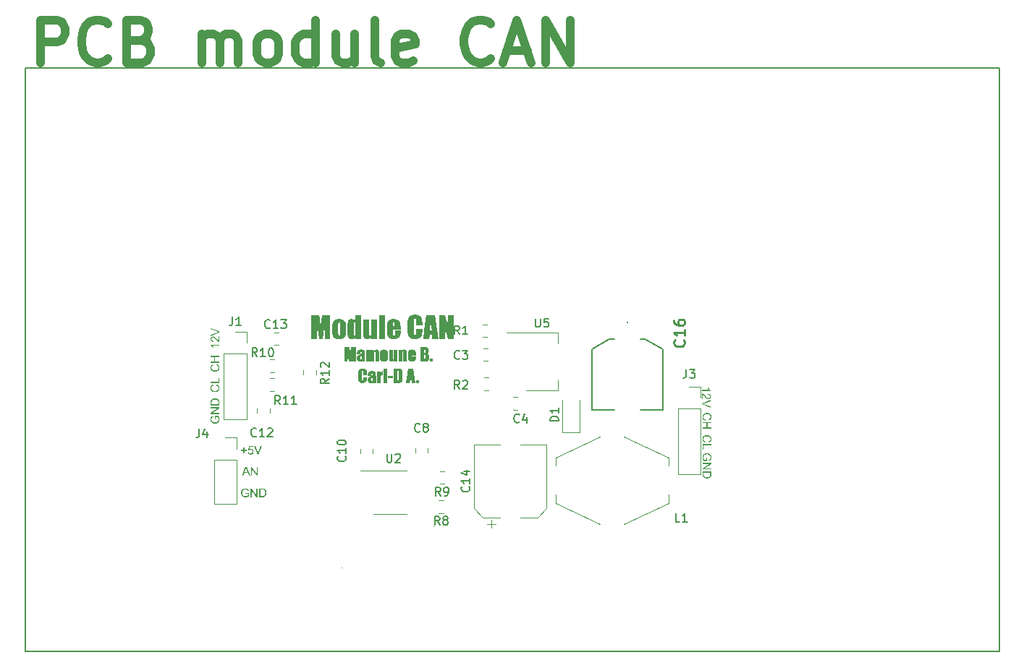
<source format=gbr>
%TF.GenerationSoftware,KiCad,Pcbnew,7.0.7*%
%TF.CreationDate,2024-03-01T11:29:19-05:00*%
%TF.ProjectId,Sh_mas,5368e96d-6173-42e6-9b69-6361645f7063,1.0*%
%TF.SameCoordinates,Original*%
%TF.FileFunction,Legend,Top*%
%TF.FilePolarity,Positive*%
%FSLAX46Y46*%
G04 Gerber Fmt 4.6, Leading zero omitted, Abs format (unit mm)*
G04 Created by KiCad (PCBNEW 7.0.7) date 2024-03-01 11:29:19*
%MOMM*%
%LPD*%
G01*
G04 APERTURE LIST*
%ADD10C,0.150000*%
%ADD11C,0.190500*%
%ADD12C,1.000000*%
%ADD13C,0.254000*%
%ADD14C,0.120000*%
%ADD15C,0.200000*%
G04 APERTURE END LIST*
D10*
X73900000Y-32800000D02*
X187900000Y-32800000D01*
X187900000Y-101100000D01*
X73900000Y-101100000D01*
X73900000Y-32800000D01*
G36*
X99679832Y-82631395D02*
G01*
X99679832Y-82514159D01*
X100106280Y-82513426D01*
X100106280Y-82889316D01*
X100093982Y-82898904D01*
X100081634Y-82908191D01*
X100069237Y-82917176D01*
X100056790Y-82925860D01*
X100044294Y-82934243D01*
X100031748Y-82942324D01*
X100019152Y-82950103D01*
X100006507Y-82957581D01*
X99993812Y-82964758D01*
X99981067Y-82971633D01*
X99968273Y-82978207D01*
X99955430Y-82984479D01*
X99942536Y-82990449D01*
X99929593Y-82996118D01*
X99916601Y-83001486D01*
X99903558Y-83006552D01*
X99890500Y-83011284D01*
X99877398Y-83015711D01*
X99864252Y-83019833D01*
X99851062Y-83023649D01*
X99837828Y-83027160D01*
X99824550Y-83030366D01*
X99811228Y-83033266D01*
X99797862Y-83035861D01*
X99784453Y-83038151D01*
X99770999Y-83040136D01*
X99757502Y-83041815D01*
X99743961Y-83043189D01*
X99730376Y-83044257D01*
X99716747Y-83045020D01*
X99703074Y-83045478D01*
X99689357Y-83045631D01*
X99670931Y-83045382D01*
X99652713Y-83044635D01*
X99634706Y-83043390D01*
X99616909Y-83041647D01*
X99599322Y-83039406D01*
X99581944Y-83036667D01*
X99564776Y-83033429D01*
X99547819Y-83029694D01*
X99531071Y-83025461D01*
X99514533Y-83020730D01*
X99498205Y-83015500D01*
X99482087Y-83009773D01*
X99466179Y-83003548D01*
X99450480Y-82996824D01*
X99434992Y-82989603D01*
X99419713Y-82981884D01*
X99404802Y-82973662D01*
X99390355Y-82964997D01*
X99376371Y-82955886D01*
X99362851Y-82946331D01*
X99349794Y-82936331D01*
X99337201Y-82925887D01*
X99325072Y-82914998D01*
X99313407Y-82903665D01*
X99302205Y-82891887D01*
X99291467Y-82879664D01*
X99281192Y-82866997D01*
X99271382Y-82853885D01*
X99262035Y-82840329D01*
X99253151Y-82826328D01*
X99244732Y-82811882D01*
X99236775Y-82796992D01*
X99229293Y-82781769D01*
X99222293Y-82766324D01*
X99215775Y-82750658D01*
X99209741Y-82734771D01*
X99204189Y-82718662D01*
X99199120Y-82702332D01*
X99194534Y-82685781D01*
X99190430Y-82669009D01*
X99186810Y-82652015D01*
X99183672Y-82634799D01*
X99181017Y-82617363D01*
X99178844Y-82599705D01*
X99177154Y-82581825D01*
X99175948Y-82563725D01*
X99175223Y-82545403D01*
X99174982Y-82526859D01*
X99175222Y-82508465D01*
X99175940Y-82490223D01*
X99177137Y-82472134D01*
X99178814Y-82454197D01*
X99180969Y-82436413D01*
X99183603Y-82418782D01*
X99186716Y-82401303D01*
X99190308Y-82383977D01*
X99194379Y-82366804D01*
X99198929Y-82349783D01*
X99203958Y-82332915D01*
X99209466Y-82316200D01*
X99215453Y-82299637D01*
X99221919Y-82283227D01*
X99228863Y-82266970D01*
X99236287Y-82250865D01*
X99244191Y-82235095D01*
X99252514Y-82219842D01*
X99261257Y-82205106D01*
X99270420Y-82190888D01*
X99280003Y-82177186D01*
X99290005Y-82164002D01*
X99300427Y-82151335D01*
X99311270Y-82139185D01*
X99322531Y-82127552D01*
X99334213Y-82116436D01*
X99346315Y-82105837D01*
X99358836Y-82095755D01*
X99371777Y-82086191D01*
X99385138Y-82077143D01*
X99398918Y-82068613D01*
X99413119Y-82060600D01*
X99427696Y-82053058D01*
X99442546Y-82046002D01*
X99457669Y-82039434D01*
X99473065Y-82033351D01*
X99488734Y-82027756D01*
X99504676Y-82022647D01*
X99520890Y-82018024D01*
X99537377Y-82013888D01*
X99554138Y-82010239D01*
X99571171Y-82007076D01*
X99588477Y-82004400D01*
X99606055Y-82002210D01*
X99623907Y-82000507D01*
X99642032Y-81999291D01*
X99660429Y-81998561D01*
X99679099Y-81998318D01*
X99692664Y-81998454D01*
X99706065Y-81998863D01*
X99719302Y-81999546D01*
X99732375Y-82000501D01*
X99745283Y-82001729D01*
X99758028Y-82003229D01*
X99770608Y-82005003D01*
X99783025Y-82007049D01*
X99795277Y-82009369D01*
X99807365Y-82011961D01*
X99819289Y-82014826D01*
X99831049Y-82017964D01*
X99842645Y-82021375D01*
X99854076Y-82025058D01*
X99865344Y-82029015D01*
X99876448Y-82033244D01*
X99887350Y-82037718D01*
X99897952Y-82042407D01*
X99908255Y-82047312D01*
X99918259Y-82052433D01*
X99927963Y-82057769D01*
X99937367Y-82063321D01*
X99946472Y-82069088D01*
X99955277Y-82075071D01*
X99963782Y-82081270D01*
X99971988Y-82087684D01*
X99979895Y-82094314D01*
X99987502Y-82101159D01*
X99994809Y-82108220D01*
X100001817Y-82115497D01*
X100008525Y-82122989D01*
X100014933Y-82130697D01*
X100021127Y-82138661D01*
X100027130Y-82146920D01*
X100032942Y-82155476D01*
X100038564Y-82164327D01*
X100043994Y-82173473D01*
X100049234Y-82182916D01*
X100054283Y-82192654D01*
X100059141Y-82202688D01*
X100063808Y-82213018D01*
X100068285Y-82223643D01*
X100072571Y-82234564D01*
X100076666Y-82245782D01*
X100080570Y-82257294D01*
X100084283Y-82269103D01*
X100087805Y-82281207D01*
X100091137Y-82293607D01*
X99970969Y-82326580D01*
X99968087Y-82317213D01*
X99963603Y-82303642D01*
X99958925Y-82290646D01*
X99954054Y-82278225D01*
X99948990Y-82266380D01*
X99943733Y-82255110D01*
X99938283Y-82244415D01*
X99932639Y-82234296D01*
X99926803Y-82224752D01*
X99920773Y-82215783D01*
X99914549Y-82207390D01*
X99908020Y-82199390D01*
X99900980Y-82191696D01*
X99893428Y-82184306D01*
X99885366Y-82177222D01*
X99876793Y-82170442D01*
X99867709Y-82163967D01*
X99858114Y-82157797D01*
X99848008Y-82151931D01*
X99837392Y-82146371D01*
X99826264Y-82141115D01*
X99818562Y-82137780D01*
X99806718Y-82133110D01*
X99794634Y-82128899D01*
X99782309Y-82125147D01*
X99769744Y-82121855D01*
X99756938Y-82119022D01*
X99743892Y-82116649D01*
X99730606Y-82114734D01*
X99717079Y-82113280D01*
X99703312Y-82112284D01*
X99689304Y-82111748D01*
X99679832Y-82111646D01*
X99668510Y-82111757D01*
X99657381Y-82112089D01*
X99646444Y-82112642D01*
X99635700Y-82113417D01*
X99625149Y-82114413D01*
X99614791Y-82115631D01*
X99604625Y-82117069D01*
X99594652Y-82118729D01*
X99584872Y-82120611D01*
X99575285Y-82122714D01*
X99561265Y-82126283D01*
X99547679Y-82130350D01*
X99534526Y-82134915D01*
X99521807Y-82139979D01*
X99509530Y-82145448D01*
X99497704Y-82151230D01*
X99486329Y-82157326D01*
X99475405Y-82163735D01*
X99464931Y-82170458D01*
X99454908Y-82177494D01*
X99445336Y-82184843D01*
X99436215Y-82192506D01*
X99427545Y-82200482D01*
X99419325Y-82208772D01*
X99414096Y-82214473D01*
X99406609Y-82223164D01*
X99399444Y-82232018D01*
X99392601Y-82241035D01*
X99386080Y-82250216D01*
X99379882Y-82259560D01*
X99374005Y-82269067D01*
X99368450Y-82278737D01*
X99363217Y-82288570D01*
X99358306Y-82298566D01*
X99353717Y-82308726D01*
X99350837Y-82315589D01*
X99346164Y-82327528D01*
X99341792Y-82339594D01*
X99337722Y-82351785D01*
X99333954Y-82364102D01*
X99330487Y-82376545D01*
X99327321Y-82389114D01*
X99324457Y-82401809D01*
X99321894Y-82414630D01*
X99319633Y-82427576D01*
X99317673Y-82440649D01*
X99316015Y-82453848D01*
X99314658Y-82467172D01*
X99313603Y-82480623D01*
X99312850Y-82494199D01*
X99312397Y-82507902D01*
X99312247Y-82521730D01*
X99312428Y-82538653D01*
X99312972Y-82555230D01*
X99313878Y-82571458D01*
X99315147Y-82587340D01*
X99316778Y-82602874D01*
X99318772Y-82618061D01*
X99321129Y-82632901D01*
X99323848Y-82647393D01*
X99326930Y-82661538D01*
X99330374Y-82675336D01*
X99334181Y-82688787D01*
X99338350Y-82701890D01*
X99342882Y-82714646D01*
X99347776Y-82727054D01*
X99353033Y-82739116D01*
X99358653Y-82750830D01*
X99364618Y-82762155D01*
X99370911Y-82773109D01*
X99377532Y-82783694D01*
X99384481Y-82793908D01*
X99391759Y-82803752D01*
X99399365Y-82813226D01*
X99407299Y-82822330D01*
X99415561Y-82831064D01*
X99424152Y-82839427D01*
X99433070Y-82847420D01*
X99442317Y-82855043D01*
X99451892Y-82862296D01*
X99461796Y-82869179D01*
X99472027Y-82875691D01*
X99482587Y-82881834D01*
X99493475Y-82887606D01*
X99504600Y-82893018D01*
X99515811Y-82898082D01*
X99527109Y-82902796D01*
X99538492Y-82907161D01*
X99549961Y-82911176D01*
X99561515Y-82914843D01*
X99573156Y-82918160D01*
X99584883Y-82921128D01*
X99596695Y-82923747D01*
X99608593Y-82926017D01*
X99620577Y-82927937D01*
X99632647Y-82929509D01*
X99644803Y-82930731D01*
X99657045Y-82931604D01*
X99669373Y-82932128D01*
X99681786Y-82932302D01*
X99692607Y-82932171D01*
X99703394Y-82931776D01*
X99714146Y-82931117D01*
X99724864Y-82930196D01*
X99735548Y-82929011D01*
X99746197Y-82927563D01*
X99756812Y-82925851D01*
X99767393Y-82923876D01*
X99777939Y-82921638D01*
X99788451Y-82919136D01*
X99798929Y-82916371D01*
X99809372Y-82913343D01*
X99819781Y-82910051D01*
X99830156Y-82906497D01*
X99840496Y-82902678D01*
X99850802Y-82898597D01*
X99860965Y-82894366D01*
X99870815Y-82890102D01*
X99880352Y-82885803D01*
X99889576Y-82881469D01*
X99898487Y-82877102D01*
X99911266Y-82870486D01*
X99923342Y-82863792D01*
X99934714Y-82857022D01*
X99945381Y-82850174D01*
X99955345Y-82843249D01*
X99964604Y-82836246D01*
X99973159Y-82829167D01*
X99975854Y-82826789D01*
X99975854Y-82631395D01*
X99679832Y-82631395D01*
G37*
G36*
X100295568Y-83030000D02*
G01*
X100295568Y-82013949D01*
X100432100Y-82013949D01*
X100961130Y-82811646D01*
X100961130Y-82013949D01*
X101088869Y-82013949D01*
X101088869Y-83030000D01*
X100952337Y-83030000D01*
X100423307Y-82231570D01*
X100423307Y-83030000D01*
X100295568Y-83030000D01*
G37*
G36*
X101668515Y-82014007D02*
G01*
X101682547Y-82014178D01*
X101696144Y-82014464D01*
X101709307Y-82014865D01*
X101722034Y-82015380D01*
X101734327Y-82016010D01*
X101746184Y-82016754D01*
X101757606Y-82017613D01*
X101768593Y-82018586D01*
X101779145Y-82019674D01*
X101789262Y-82020876D01*
X101798944Y-82022192D01*
X101812651Y-82024382D01*
X101825379Y-82026829D01*
X101833321Y-82028604D01*
X101844030Y-82031235D01*
X101854540Y-82034122D01*
X101864851Y-82037265D01*
X101874965Y-82040663D01*
X101884879Y-82044317D01*
X101894596Y-82048227D01*
X101904113Y-82052393D01*
X101913433Y-82056814D01*
X101922554Y-82061491D01*
X101931476Y-82066423D01*
X101940200Y-82071612D01*
X101948726Y-82077056D01*
X101957053Y-82082755D01*
X101965182Y-82088710D01*
X101973112Y-82094921D01*
X101980844Y-82101388D01*
X101990669Y-82110024D01*
X102000177Y-82118955D01*
X102009369Y-82128181D01*
X102018244Y-82137704D01*
X102026802Y-82147522D01*
X102035043Y-82157637D01*
X102042967Y-82168046D01*
X102050575Y-82178752D01*
X102057866Y-82189754D01*
X102064841Y-82201051D01*
X102071498Y-82212644D01*
X102077839Y-82224532D01*
X102083863Y-82236717D01*
X102089570Y-82249197D01*
X102094961Y-82261973D01*
X102100034Y-82275045D01*
X102104826Y-82288352D01*
X102109308Y-82301896D01*
X102113481Y-82315677D01*
X102117345Y-82329694D01*
X102120900Y-82343948D01*
X102124146Y-82358439D01*
X102127082Y-82373166D01*
X102129710Y-82388129D01*
X102132028Y-82403330D01*
X102134038Y-82418767D01*
X102135738Y-82434440D01*
X102137129Y-82450350D01*
X102138211Y-82466497D01*
X102138983Y-82482880D01*
X102139447Y-82499500D01*
X102139602Y-82516357D01*
X102139497Y-82530725D01*
X102139182Y-82544887D01*
X102138657Y-82558844D01*
X102137923Y-82572594D01*
X102136978Y-82586138D01*
X102135824Y-82599476D01*
X102134459Y-82612608D01*
X102132885Y-82625533D01*
X102131101Y-82638253D01*
X102129107Y-82650767D01*
X102126903Y-82663074D01*
X102124489Y-82675176D01*
X102121866Y-82687071D01*
X102119032Y-82698760D01*
X102115988Y-82710244D01*
X102112735Y-82721521D01*
X102109347Y-82732575D01*
X102105839Y-82743388D01*
X102102211Y-82753961D01*
X102098462Y-82764294D01*
X102094593Y-82774386D01*
X102090604Y-82784238D01*
X102086495Y-82793849D01*
X102082266Y-82803220D01*
X102077916Y-82812351D01*
X102073446Y-82821241D01*
X102068856Y-82829890D01*
X102061746Y-82842414D01*
X102054365Y-82854397D01*
X102046713Y-82865838D01*
X102044103Y-82869532D01*
X102036201Y-82880304D01*
X102028157Y-82890638D01*
X102019972Y-82900534D01*
X102011645Y-82909992D01*
X102003177Y-82919013D01*
X101994566Y-82927595D01*
X101985814Y-82935739D01*
X101976921Y-82943446D01*
X101967885Y-82950715D01*
X101958708Y-82957545D01*
X101952512Y-82961856D01*
X101942987Y-82967988D01*
X101933097Y-82973837D01*
X101922843Y-82979403D01*
X101912223Y-82984685D01*
X101901239Y-82989684D01*
X101889889Y-82994399D01*
X101878175Y-82998831D01*
X101866096Y-83002980D01*
X101853651Y-83006846D01*
X101840842Y-83010428D01*
X101832100Y-83012658D01*
X101818726Y-83015757D01*
X101804983Y-83018552D01*
X101790871Y-83021041D01*
X101776390Y-83023226D01*
X101766530Y-83024513D01*
X101756507Y-83025664D01*
X101746319Y-83026680D01*
X101735968Y-83027561D01*
X101725452Y-83028306D01*
X101714772Y-83028916D01*
X101703928Y-83029390D01*
X101692920Y-83029729D01*
X101681748Y-83029932D01*
X101670411Y-83030000D01*
X101306978Y-83030000D01*
X101306978Y-82131186D01*
X101440334Y-82131186D01*
X101440334Y-82912763D01*
X101655268Y-82912763D01*
X101667557Y-82912689D01*
X101679509Y-82912469D01*
X101691126Y-82912102D01*
X101702407Y-82911588D01*
X101713352Y-82910926D01*
X101723961Y-82910118D01*
X101734235Y-82909163D01*
X101744173Y-82908061D01*
X101758449Y-82906133D01*
X101771970Y-82903874D01*
X101784736Y-82901284D01*
X101796746Y-82898364D01*
X101808000Y-82895113D01*
X101811584Y-82893956D01*
X101822006Y-82890295D01*
X101832026Y-82886363D01*
X101841641Y-82882160D01*
X101850853Y-82877687D01*
X101859662Y-82872944D01*
X101868067Y-82867930D01*
X101878645Y-82860824D01*
X101888507Y-82853237D01*
X101897651Y-82845170D01*
X101901953Y-82840956D01*
X101910653Y-82831642D01*
X101918984Y-82821744D01*
X101926945Y-82811263D01*
X101934537Y-82800198D01*
X101941760Y-82788548D01*
X101948613Y-82776315D01*
X101955098Y-82763498D01*
X101959216Y-82754629D01*
X101963169Y-82745500D01*
X101966959Y-82736112D01*
X101970584Y-82726465D01*
X101974046Y-82716558D01*
X101975715Y-82711507D01*
X101978939Y-82701206D01*
X101981954Y-82690636D01*
X101984762Y-82679796D01*
X101987362Y-82668688D01*
X101989754Y-82657311D01*
X101991938Y-82645664D01*
X101993914Y-82633749D01*
X101995682Y-82621564D01*
X101997242Y-82609111D01*
X101998593Y-82596388D01*
X101999737Y-82583397D01*
X102000673Y-82570136D01*
X102001401Y-82556606D01*
X102001921Y-82542808D01*
X102002233Y-82528740D01*
X102002337Y-82514403D01*
X102002286Y-82504431D01*
X102002134Y-82494606D01*
X102001524Y-82475393D01*
X102000508Y-82456763D01*
X101999086Y-82438718D01*
X101997257Y-82421257D01*
X101995021Y-82404379D01*
X101992380Y-82388085D01*
X101989331Y-82372376D01*
X101985877Y-82357250D01*
X101982015Y-82342708D01*
X101977748Y-82328750D01*
X101973074Y-82315375D01*
X101967993Y-82302585D01*
X101962507Y-82290379D01*
X101956613Y-82278756D01*
X101950314Y-82267718D01*
X101943753Y-82257163D01*
X101937018Y-82247052D01*
X101930106Y-82237387D01*
X101923019Y-82228165D01*
X101915757Y-82219389D01*
X101908319Y-82211057D01*
X101900706Y-82203170D01*
X101892916Y-82195727D01*
X101884952Y-82188729D01*
X101876812Y-82182175D01*
X101868496Y-82176066D01*
X101860005Y-82170402D01*
X101851338Y-82165182D01*
X101842496Y-82160407D01*
X101833478Y-82156077D01*
X101824284Y-82152191D01*
X101813680Y-82148437D01*
X101801925Y-82145052D01*
X101789019Y-82142037D01*
X101774962Y-82139391D01*
X101764952Y-82137832D01*
X101754431Y-82136437D01*
X101743398Y-82135206D01*
X101731854Y-82134140D01*
X101719798Y-82133237D01*
X101707231Y-82132499D01*
X101694152Y-82131924D01*
X101680563Y-82131514D01*
X101666461Y-82131268D01*
X101651849Y-82131186D01*
X101440334Y-82131186D01*
X101306978Y-82131186D01*
X101306978Y-82013949D01*
X101654047Y-82013949D01*
X101668515Y-82014007D01*
G37*
G36*
X96270474Y-69972993D02*
G01*
X96304180Y-69839637D01*
X96314513Y-69842328D01*
X96324692Y-69845149D01*
X96334717Y-69848102D01*
X96344586Y-69851185D01*
X96354302Y-69854399D01*
X96363863Y-69857743D01*
X96373269Y-69861218D01*
X96382520Y-69864824D01*
X96391618Y-69868561D01*
X96409348Y-69876426D01*
X96426460Y-69884814D01*
X96442954Y-69893725D01*
X96458830Y-69903159D01*
X96474088Y-69913116D01*
X96488727Y-69923596D01*
X96502748Y-69934598D01*
X96516151Y-69946123D01*
X96528935Y-69958171D01*
X96541102Y-69970742D01*
X96552650Y-69983836D01*
X96558192Y-69990579D01*
X96568780Y-70004355D01*
X96578686Y-70018510D01*
X96587908Y-70033045D01*
X96596447Y-70047961D01*
X96604302Y-70063255D01*
X96611475Y-70078930D01*
X96617965Y-70094984D01*
X96623771Y-70111418D01*
X96628895Y-70128231D01*
X96633335Y-70145425D01*
X96637092Y-70162998D01*
X96640166Y-70180951D01*
X96642557Y-70199283D01*
X96644265Y-70217996D01*
X96645289Y-70237087D01*
X96645631Y-70256559D01*
X96645566Y-70266682D01*
X96645371Y-70276685D01*
X96645045Y-70286570D01*
X96644589Y-70296336D01*
X96643287Y-70315512D01*
X96641464Y-70334213D01*
X96639119Y-70352439D01*
X96636254Y-70370189D01*
X96632868Y-70387465D01*
X96628961Y-70404265D01*
X96624534Y-70420590D01*
X96619585Y-70436440D01*
X96614115Y-70451815D01*
X96608125Y-70466715D01*
X96601613Y-70481140D01*
X96594580Y-70495089D01*
X96587027Y-70508563D01*
X96578953Y-70521563D01*
X96570385Y-70534104D01*
X96561352Y-70546266D01*
X96551853Y-70558047D01*
X96541889Y-70569450D01*
X96531459Y-70580472D01*
X96520563Y-70591115D01*
X96509202Y-70601378D01*
X96497376Y-70611261D01*
X96485083Y-70620764D01*
X96472325Y-70629888D01*
X96459102Y-70638632D01*
X96445413Y-70646997D01*
X96431258Y-70654981D01*
X96416638Y-70662586D01*
X96401552Y-70669811D01*
X96386001Y-70676657D01*
X96370114Y-70683104D01*
X96354081Y-70689136D01*
X96337904Y-70694752D01*
X96321582Y-70699952D01*
X96305115Y-70704735D01*
X96288502Y-70709103D01*
X96271745Y-70713055D01*
X96254842Y-70716591D01*
X96237795Y-70719710D01*
X96220603Y-70722414D01*
X96203265Y-70724702D01*
X96185783Y-70726574D01*
X96168155Y-70728030D01*
X96150383Y-70729070D01*
X96132465Y-70729694D01*
X96114403Y-70729902D01*
X96104551Y-70729843D01*
X96094778Y-70729667D01*
X96075469Y-70728963D01*
X96056477Y-70727789D01*
X96037802Y-70726147D01*
X96019444Y-70724034D01*
X96001402Y-70721453D01*
X95983678Y-70718401D01*
X95966270Y-70714881D01*
X95949178Y-70710891D01*
X95932404Y-70706432D01*
X95915946Y-70701503D01*
X95899805Y-70696105D01*
X95883981Y-70690237D01*
X95868473Y-70683900D01*
X95853282Y-70677094D01*
X95838408Y-70669818D01*
X95823914Y-70662109D01*
X95809863Y-70654003D01*
X95796254Y-70645501D01*
X95783087Y-70636601D01*
X95770364Y-70627305D01*
X95758083Y-70617611D01*
X95746245Y-70607521D01*
X95734849Y-70597034D01*
X95723897Y-70586150D01*
X95713387Y-70574869D01*
X95703319Y-70563191D01*
X95693695Y-70551116D01*
X95684513Y-70538644D01*
X95675773Y-70525776D01*
X95667477Y-70512510D01*
X95659623Y-70498848D01*
X95652199Y-70484871D01*
X95645254Y-70470722D01*
X95638789Y-70456401D01*
X95632802Y-70441909D01*
X95627294Y-70427245D01*
X95622265Y-70412409D01*
X95617715Y-70397401D01*
X95613644Y-70382222D01*
X95610052Y-70366871D01*
X95606939Y-70351348D01*
X95604305Y-70335654D01*
X95602149Y-70319788D01*
X95600473Y-70303750D01*
X95599276Y-70287540D01*
X95598557Y-70271158D01*
X95598318Y-70254605D01*
X95598622Y-70235895D01*
X95599535Y-70217560D01*
X95601057Y-70199602D01*
X95603187Y-70182019D01*
X95605926Y-70164813D01*
X95609274Y-70147982D01*
X95613231Y-70131527D01*
X95617796Y-70115448D01*
X95622970Y-70099745D01*
X95628753Y-70084418D01*
X95635144Y-70069466D01*
X95642144Y-70054891D01*
X95649753Y-70040691D01*
X95657970Y-70026868D01*
X95666796Y-70013420D01*
X95676231Y-70000348D01*
X95686218Y-69987709D01*
X95696702Y-69975558D01*
X95707681Y-69963895D01*
X95719157Y-69952721D01*
X95731129Y-69942035D01*
X95743596Y-69931838D01*
X95756560Y-69922130D01*
X95770020Y-69912909D01*
X95783977Y-69904178D01*
X95798429Y-69895935D01*
X95813377Y-69888180D01*
X95828822Y-69880914D01*
X95844763Y-69874136D01*
X95861199Y-69867847D01*
X95878132Y-69862046D01*
X95895561Y-69856734D01*
X95926580Y-69988136D01*
X95912775Y-69992626D01*
X95899446Y-69997364D01*
X95886595Y-70002350D01*
X95874221Y-70007584D01*
X95862323Y-70013066D01*
X95850903Y-70018796D01*
X95839960Y-70024775D01*
X95829494Y-70031001D01*
X95819504Y-70037475D01*
X95809992Y-70044198D01*
X95800957Y-70051168D01*
X95792399Y-70058387D01*
X95784318Y-70065853D01*
X95776714Y-70073568D01*
X95769587Y-70081531D01*
X95762937Y-70089741D01*
X95756726Y-70098210D01*
X95750916Y-70106945D01*
X95745506Y-70115948D01*
X95740498Y-70125218D01*
X95735889Y-70134754D01*
X95731682Y-70144559D01*
X95727875Y-70154630D01*
X95724469Y-70164968D01*
X95721464Y-70175574D01*
X95718859Y-70186446D01*
X95716655Y-70197586D01*
X95714852Y-70208993D01*
X95713450Y-70220667D01*
X95712448Y-70232608D01*
X95711847Y-70244816D01*
X95711646Y-70257292D01*
X95711866Y-70271646D01*
X95712524Y-70285704D01*
X95713621Y-70299467D01*
X95715157Y-70312933D01*
X95717132Y-70326104D01*
X95719546Y-70338980D01*
X95722399Y-70351559D01*
X95725690Y-70363843D01*
X95729421Y-70375831D01*
X95733590Y-70387523D01*
X95738198Y-70398919D01*
X95743245Y-70410020D01*
X95748731Y-70420825D01*
X95754656Y-70431334D01*
X95761020Y-70441547D01*
X95767822Y-70451465D01*
X95774994Y-70461024D01*
X95782465Y-70470222D01*
X95790236Y-70479060D01*
X95798307Y-70487537D01*
X95806677Y-70495653D01*
X95815347Y-70503409D01*
X95824316Y-70510804D01*
X95833585Y-70517838D01*
X95843153Y-70524512D01*
X95853021Y-70530825D01*
X95863189Y-70536777D01*
X95873656Y-70542369D01*
X95884422Y-70547600D01*
X95895489Y-70552471D01*
X95906855Y-70556981D01*
X95918520Y-70561130D01*
X95930359Y-70564945D01*
X95942246Y-70568515D01*
X95954180Y-70571838D01*
X95966163Y-70574914D01*
X95978193Y-70577745D01*
X95990270Y-70580330D01*
X96002396Y-70582668D01*
X96014569Y-70584760D01*
X96026789Y-70586607D01*
X96039058Y-70588207D01*
X96051374Y-70589560D01*
X96063738Y-70590668D01*
X96076149Y-70591530D01*
X96088609Y-70592145D01*
X96101115Y-70592514D01*
X96113670Y-70592637D01*
X96129753Y-70592491D01*
X96145578Y-70592053D01*
X96161146Y-70591324D01*
X96176456Y-70590302D01*
X96191508Y-70588988D01*
X96206303Y-70587382D01*
X96220840Y-70585485D01*
X96235120Y-70583295D01*
X96249142Y-70580813D01*
X96262906Y-70578040D01*
X96276413Y-70574975D01*
X96289662Y-70571617D01*
X96302654Y-70567968D01*
X96315388Y-70564027D01*
X96327864Y-70559793D01*
X96340083Y-70555268D01*
X96351953Y-70550405D01*
X96363443Y-70545220D01*
X96374553Y-70539712D01*
X96385283Y-70533882D01*
X96395634Y-70527729D01*
X96405605Y-70521254D01*
X96415197Y-70514456D01*
X96424408Y-70507336D01*
X96433240Y-70499893D01*
X96441692Y-70492128D01*
X96449764Y-70484040D01*
X96457457Y-70475630D01*
X96464770Y-70466897D01*
X96471703Y-70457842D01*
X96478257Y-70448464D01*
X96484431Y-70438764D01*
X96490228Y-70428822D01*
X96495651Y-70418778D01*
X96500700Y-70408634D01*
X96505375Y-70398388D01*
X96509676Y-70388041D01*
X96513603Y-70377593D01*
X96517155Y-70367044D01*
X96520334Y-70356393D01*
X96523139Y-70345642D01*
X96525570Y-70334789D01*
X96527627Y-70323836D01*
X96529310Y-70312781D01*
X96530619Y-70301625D01*
X96531554Y-70290368D01*
X96532115Y-70279009D01*
X96532302Y-70267550D01*
X96532045Y-70253701D01*
X96531272Y-70240119D01*
X96529984Y-70226804D01*
X96528181Y-70213756D01*
X96525862Y-70200975D01*
X96523029Y-70188461D01*
X96519680Y-70176215D01*
X96515816Y-70164235D01*
X96511437Y-70152523D01*
X96506542Y-70141078D01*
X96501133Y-70129900D01*
X96495208Y-70118989D01*
X96488768Y-70108346D01*
X96481813Y-70097969D01*
X96474342Y-70087860D01*
X96466357Y-70078018D01*
X96457864Y-70068506D01*
X96448871Y-70059386D01*
X96439377Y-70050661D01*
X96429385Y-70042328D01*
X96418892Y-70034388D01*
X96407899Y-70026841D01*
X96396406Y-70019687D01*
X96384413Y-70012927D01*
X96371921Y-70006559D01*
X96358928Y-70000585D01*
X96345436Y-69995004D01*
X96331443Y-69989815D01*
X96316951Y-69985020D01*
X96301958Y-69980618D01*
X96286466Y-69976609D01*
X96270474Y-69972993D01*
G37*
G36*
X96630000Y-69686741D02*
G01*
X95613949Y-69686741D01*
X95613949Y-69553384D01*
X96512763Y-69553384D01*
X96512763Y-69057571D01*
X96630000Y-69057571D01*
X96630000Y-69686741D01*
G37*
G36*
X153100000Y-70594145D02*
G01*
X153100000Y-70470558D01*
X153891835Y-70470558D01*
X153883729Y-70461932D01*
X153875623Y-70452818D01*
X153867517Y-70443214D01*
X153859412Y-70433120D01*
X153851306Y-70422537D01*
X153843200Y-70411464D01*
X153835094Y-70399902D01*
X153826988Y-70387851D01*
X153821584Y-70379545D01*
X153816181Y-70371021D01*
X153810777Y-70362280D01*
X153805373Y-70353321D01*
X153800083Y-70344312D01*
X153794962Y-70335419D01*
X153790008Y-70326642D01*
X153785223Y-70317982D01*
X153778359Y-70305210D01*
X153771873Y-70292700D01*
X153765765Y-70280452D01*
X153760035Y-70268466D01*
X153754683Y-70256742D01*
X153749708Y-70245279D01*
X153745112Y-70234078D01*
X153740893Y-70223140D01*
X153865945Y-70223140D01*
X153872069Y-70236013D01*
X153878352Y-70248682D01*
X153884793Y-70261147D01*
X153891392Y-70273408D01*
X153898150Y-70285465D01*
X153905066Y-70297317D01*
X153912140Y-70308965D01*
X153919373Y-70320409D01*
X153926764Y-70331649D01*
X153934314Y-70342685D01*
X153942022Y-70353517D01*
X153949888Y-70364144D01*
X153957913Y-70374567D01*
X153966096Y-70384787D01*
X153974438Y-70394801D01*
X153982937Y-70404612D01*
X153991500Y-70414143D01*
X154000031Y-70423320D01*
X154008529Y-70432141D01*
X154016994Y-70440607D01*
X154025427Y-70448719D01*
X154033828Y-70456476D01*
X154042196Y-70463877D01*
X154050532Y-70470924D01*
X154058835Y-70477616D01*
X154067106Y-70483953D01*
X154075344Y-70489935D01*
X154083550Y-70495562D01*
X154095798Y-70503337D01*
X154107974Y-70510314D01*
X154116050Y-70514521D01*
X154116050Y-70594145D01*
X153100000Y-70594145D01*
G37*
G36*
X153217236Y-71556950D02*
G01*
X153100000Y-71556950D01*
X153100000Y-70891144D01*
X153111120Y-70891102D01*
X153122134Y-70891587D01*
X153133041Y-70892598D01*
X153143841Y-70894136D01*
X153154534Y-70896201D01*
X153165121Y-70898792D01*
X153175600Y-70901910D01*
X153185973Y-70905554D01*
X153198731Y-70910629D01*
X153211450Y-70916236D01*
X153224130Y-70922376D01*
X153236772Y-70929047D01*
X153249375Y-70936252D01*
X153257755Y-70941350D01*
X153266119Y-70946685D01*
X153274465Y-70952257D01*
X153282794Y-70958066D01*
X153291106Y-70964111D01*
X153299401Y-70970392D01*
X153307678Y-70976910D01*
X153315939Y-70983665D01*
X153320062Y-70987131D01*
X153328416Y-70994317D01*
X153336930Y-71001893D01*
X153345605Y-71009857D01*
X153354439Y-71018211D01*
X153363434Y-71026954D01*
X153372590Y-71036087D01*
X153381905Y-71045608D01*
X153391381Y-71055519D01*
X153401017Y-71065820D01*
X153410814Y-71076509D01*
X153420771Y-71087588D01*
X153430887Y-71099056D01*
X153441165Y-71110913D01*
X153451602Y-71123159D01*
X153462200Y-71135795D01*
X153472958Y-71148820D01*
X153481391Y-71158974D01*
X153489713Y-71168921D01*
X153497925Y-71178659D01*
X153506027Y-71188189D01*
X153514018Y-71197511D01*
X153521899Y-71206626D01*
X153529671Y-71215532D01*
X153537332Y-71224230D01*
X153544882Y-71232720D01*
X153552323Y-71241003D01*
X153559653Y-71249077D01*
X153566874Y-71256943D01*
X153573984Y-71264602D01*
X153580983Y-71272052D01*
X153587873Y-71279294D01*
X153601322Y-71293155D01*
X153614329Y-71306184D01*
X153626896Y-71318381D01*
X153639023Y-71329746D01*
X153650708Y-71340279D01*
X153661953Y-71349980D01*
X153672757Y-71358849D01*
X153683120Y-71366886D01*
X153688136Y-71370593D01*
X153698025Y-71377602D01*
X153707847Y-71384160D01*
X153717603Y-71390265D01*
X153727291Y-71395918D01*
X153736913Y-71401118D01*
X153746468Y-71405867D01*
X153755957Y-71410163D01*
X153765378Y-71414007D01*
X153774733Y-71417399D01*
X153788640Y-71421638D01*
X153802396Y-71424860D01*
X153816002Y-71427065D01*
X153829458Y-71428252D01*
X153838346Y-71428478D01*
X153852061Y-71428015D01*
X153865365Y-71426623D01*
X153878256Y-71424305D01*
X153890736Y-71421059D01*
X153902803Y-71416886D01*
X153914458Y-71411786D01*
X153925701Y-71405758D01*
X153936531Y-71398803D01*
X153946950Y-71390920D01*
X153956956Y-71382110D01*
X153963398Y-71375722D01*
X153972521Y-71365597D01*
X153980746Y-71354913D01*
X153988074Y-71343672D01*
X153994505Y-71331873D01*
X154000038Y-71319515D01*
X154004674Y-71306599D01*
X154008413Y-71293125D01*
X154011254Y-71279093D01*
X154013198Y-71264503D01*
X154013996Y-71254466D01*
X154014395Y-71244181D01*
X154014445Y-71238946D01*
X154014226Y-71227911D01*
X154013571Y-71217155D01*
X154012478Y-71206677D01*
X154010949Y-71196478D01*
X154008983Y-71186558D01*
X154006579Y-71176916D01*
X154003739Y-71167552D01*
X153998659Y-71154030D01*
X153992596Y-71141134D01*
X153985550Y-71128865D01*
X153977521Y-71117223D01*
X153968509Y-71106208D01*
X153958513Y-71095819D01*
X153947646Y-71086254D01*
X153936019Y-71077616D01*
X153923632Y-71069905D01*
X153914952Y-71065280D01*
X153905934Y-71061066D01*
X153896578Y-71057265D01*
X153886885Y-71053876D01*
X153876854Y-71050900D01*
X153866485Y-71048335D01*
X153855778Y-71046183D01*
X153844734Y-71044443D01*
X153833352Y-71043115D01*
X153821632Y-71042199D01*
X153809574Y-71041695D01*
X153803419Y-71041598D01*
X153816852Y-70914591D01*
X153834837Y-70916492D01*
X153852279Y-70918957D01*
X153869177Y-70921987D01*
X153885530Y-70925582D01*
X153901340Y-70929742D01*
X153916606Y-70934467D01*
X153931329Y-70939756D01*
X153945507Y-70945610D01*
X153959142Y-70952029D01*
X153972233Y-70959013D01*
X153984780Y-70966562D01*
X153996783Y-70974675D01*
X154008242Y-70983353D01*
X154019158Y-70992596D01*
X154029530Y-71002404D01*
X154039357Y-71012777D01*
X154048644Y-71023660D01*
X154057332Y-71034999D01*
X154065421Y-71046794D01*
X154072910Y-71059046D01*
X154079801Y-71071753D01*
X154086092Y-71084916D01*
X154091784Y-71098536D01*
X154096877Y-71112611D01*
X154101370Y-71127143D01*
X154105265Y-71142130D01*
X154108560Y-71157574D01*
X154111256Y-71173473D01*
X154113354Y-71189829D01*
X154114851Y-71206641D01*
X154115750Y-71223909D01*
X154116050Y-71241632D01*
X154115734Y-71259501D01*
X154114787Y-71276899D01*
X154113208Y-71293825D01*
X154110997Y-71310280D01*
X154108155Y-71326264D01*
X154104681Y-71341776D01*
X154100576Y-71356817D01*
X154095839Y-71371386D01*
X154090470Y-71385485D01*
X154084470Y-71399112D01*
X154077838Y-71412268D01*
X154070575Y-71424952D01*
X154062680Y-71437165D01*
X154054153Y-71448907D01*
X154044995Y-71460177D01*
X154035205Y-71470976D01*
X154024949Y-71481210D01*
X154014391Y-71490783D01*
X154003532Y-71499696D01*
X153992371Y-71507949D01*
X153980909Y-71515541D01*
X153969145Y-71522474D01*
X153957080Y-71528746D01*
X153944713Y-71534357D01*
X153932045Y-71539309D01*
X153919076Y-71543601D01*
X153905804Y-71547232D01*
X153892232Y-71550203D01*
X153878358Y-71552514D01*
X153864182Y-71554164D01*
X153849705Y-71555154D01*
X153834926Y-71555484D01*
X153823540Y-71555268D01*
X153812189Y-71554617D01*
X153800872Y-71553533D01*
X153789589Y-71552015D01*
X153778340Y-71550064D01*
X153767126Y-71547679D01*
X153755946Y-71544861D01*
X153744801Y-71541608D01*
X153733689Y-71537923D01*
X153722613Y-71533803D01*
X153715247Y-71530816D01*
X153704200Y-71525903D01*
X153693042Y-71520415D01*
X153681772Y-71514351D01*
X153670391Y-71507712D01*
X153658897Y-71500498D01*
X153647292Y-71492708D01*
X153635576Y-71484344D01*
X153627703Y-71478447D01*
X153619780Y-71472295D01*
X153611808Y-71465888D01*
X153603786Y-71459225D01*
X153595715Y-71452306D01*
X153591660Y-71448750D01*
X153583350Y-71441279D01*
X153574663Y-71433214D01*
X153565597Y-71424556D01*
X153556154Y-71415304D01*
X153546332Y-71405459D01*
X153536133Y-71395021D01*
X153525556Y-71383989D01*
X153514602Y-71372363D01*
X153503269Y-71360145D01*
X153491559Y-71347332D01*
X153479471Y-71333927D01*
X153467005Y-71319928D01*
X153454161Y-71305335D01*
X153447598Y-71297816D01*
X153440940Y-71290149D01*
X153434187Y-71282333D01*
X153427340Y-71274370D01*
X153420399Y-71266257D01*
X153413363Y-71257997D01*
X153401785Y-71244415D01*
X153390683Y-71231454D01*
X153380055Y-71219113D01*
X153369903Y-71207393D01*
X153360226Y-71196292D01*
X153351024Y-71185811D01*
X153342297Y-71175951D01*
X153334045Y-71166711D01*
X153326269Y-71158091D01*
X153318967Y-71150091D01*
X153312141Y-71142711D01*
X153302792Y-71132804D01*
X153294512Y-71124293D01*
X153287302Y-71117177D01*
X153285136Y-71115115D01*
X153276702Y-71107410D01*
X153268252Y-71100048D01*
X153259788Y-71093030D01*
X153251308Y-71086355D01*
X153242813Y-71080024D01*
X153234303Y-71074036D01*
X153225777Y-71068392D01*
X153217236Y-71063091D01*
X153217236Y-71556950D01*
G37*
G36*
X153100000Y-72023698D02*
G01*
X154116050Y-71633398D01*
X154116050Y-71777745D01*
X153377215Y-72039574D01*
X153366146Y-72043472D01*
X153355165Y-72047290D01*
X153344271Y-72051028D01*
X153333465Y-72054686D01*
X153322747Y-72058264D01*
X153312117Y-72061762D01*
X153301574Y-72065179D01*
X153291120Y-72068517D01*
X153280753Y-72071774D01*
X153270473Y-72074951D01*
X153260282Y-72078048D01*
X153250178Y-72081065D01*
X153240162Y-72084001D01*
X153230234Y-72086858D01*
X153220394Y-72089634D01*
X153210642Y-72092330D01*
X153221052Y-72095290D01*
X153231463Y-72098307D01*
X153241874Y-72101381D01*
X153252285Y-72104512D01*
X153262696Y-72107700D01*
X153273107Y-72110946D01*
X153283517Y-72114249D01*
X153293928Y-72117609D01*
X153304339Y-72121027D01*
X153314750Y-72124502D01*
X153325161Y-72128034D01*
X153335572Y-72131623D01*
X153345983Y-72135269D01*
X153356393Y-72138973D01*
X153366804Y-72142734D01*
X153377215Y-72146552D01*
X154116050Y-72418639D01*
X154116050Y-72554682D01*
X153100000Y-72160474D01*
X153100000Y-72023698D01*
G37*
G36*
X100240334Y-80530000D02*
G01*
X100088660Y-80530000D01*
X99971179Y-80217369D01*
X99550104Y-80217369D01*
X99439462Y-80530000D01*
X99298046Y-80530000D01*
X99458649Y-80107948D01*
X99588450Y-80107948D01*
X99929902Y-80107948D01*
X99824877Y-79828778D01*
X99818959Y-79813049D01*
X99813234Y-79797675D01*
X99807701Y-79782656D01*
X99802361Y-79767992D01*
X99797214Y-79753683D01*
X99792260Y-79739729D01*
X99787498Y-79726130D01*
X99782929Y-79712885D01*
X99778552Y-79699996D01*
X99774369Y-79687461D01*
X99770378Y-79675281D01*
X99766580Y-79663456D01*
X99762974Y-79651987D01*
X99759561Y-79640872D01*
X99756341Y-79630112D01*
X99753314Y-79619706D01*
X99750870Y-79631821D01*
X99748300Y-79643925D01*
X99745603Y-79656017D01*
X99742781Y-79668097D01*
X99739833Y-79680166D01*
X99736759Y-79692224D01*
X99733559Y-79704270D01*
X99730233Y-79716304D01*
X99726781Y-79728328D01*
X99723204Y-79740339D01*
X99719500Y-79752340D01*
X99715670Y-79764329D01*
X99711715Y-79776306D01*
X99707633Y-79788272D01*
X99703426Y-79800227D01*
X99699092Y-79812170D01*
X99588450Y-80107948D01*
X99458649Y-80107948D01*
X99684682Y-79513949D01*
X99828297Y-79513949D01*
X100240334Y-80530000D01*
G37*
G36*
X100340230Y-80530000D02*
G01*
X100340230Y-79513949D01*
X100476762Y-79513949D01*
X101005792Y-80311646D01*
X101005792Y-79513949D01*
X101133531Y-79513949D01*
X101133531Y-80530000D01*
X100996999Y-80530000D01*
X100467969Y-79731570D01*
X100467969Y-80530000D01*
X100340230Y-80530000D01*
G37*
G36*
X96270474Y-67572993D02*
G01*
X96304180Y-67439637D01*
X96314513Y-67442328D01*
X96324692Y-67445149D01*
X96334717Y-67448102D01*
X96344586Y-67451185D01*
X96354302Y-67454399D01*
X96363863Y-67457743D01*
X96373269Y-67461218D01*
X96382520Y-67464824D01*
X96391618Y-67468561D01*
X96409348Y-67476426D01*
X96426460Y-67484814D01*
X96442954Y-67493725D01*
X96458830Y-67503159D01*
X96474088Y-67513116D01*
X96488727Y-67523596D01*
X96502748Y-67534598D01*
X96516151Y-67546123D01*
X96528935Y-67558171D01*
X96541102Y-67570742D01*
X96552650Y-67583836D01*
X96558192Y-67590579D01*
X96568780Y-67604355D01*
X96578686Y-67618510D01*
X96587908Y-67633045D01*
X96596447Y-67647961D01*
X96604302Y-67663255D01*
X96611475Y-67678930D01*
X96617965Y-67694984D01*
X96623771Y-67711418D01*
X96628895Y-67728231D01*
X96633335Y-67745425D01*
X96637092Y-67762998D01*
X96640166Y-67780951D01*
X96642557Y-67799283D01*
X96644265Y-67817996D01*
X96645289Y-67837087D01*
X96645631Y-67856559D01*
X96645566Y-67866682D01*
X96645371Y-67876685D01*
X96645045Y-67886570D01*
X96644589Y-67896336D01*
X96643287Y-67915512D01*
X96641464Y-67934213D01*
X96639119Y-67952439D01*
X96636254Y-67970189D01*
X96632868Y-67987465D01*
X96628961Y-68004265D01*
X96624534Y-68020590D01*
X96619585Y-68036440D01*
X96614115Y-68051815D01*
X96608125Y-68066715D01*
X96601613Y-68081140D01*
X96594580Y-68095089D01*
X96587027Y-68108563D01*
X96578953Y-68121563D01*
X96570385Y-68134104D01*
X96561352Y-68146266D01*
X96551853Y-68158047D01*
X96541889Y-68169450D01*
X96531459Y-68180472D01*
X96520563Y-68191115D01*
X96509202Y-68201378D01*
X96497376Y-68211261D01*
X96485083Y-68220764D01*
X96472325Y-68229888D01*
X96459102Y-68238632D01*
X96445413Y-68246997D01*
X96431258Y-68254981D01*
X96416638Y-68262586D01*
X96401552Y-68269811D01*
X96386001Y-68276657D01*
X96370114Y-68283104D01*
X96354081Y-68289136D01*
X96337904Y-68294752D01*
X96321582Y-68299952D01*
X96305115Y-68304735D01*
X96288502Y-68309103D01*
X96271745Y-68313055D01*
X96254842Y-68316591D01*
X96237795Y-68319710D01*
X96220603Y-68322414D01*
X96203265Y-68324702D01*
X96185783Y-68326574D01*
X96168155Y-68328030D01*
X96150383Y-68329070D01*
X96132465Y-68329694D01*
X96114403Y-68329902D01*
X96104551Y-68329843D01*
X96094778Y-68329667D01*
X96075469Y-68328963D01*
X96056477Y-68327789D01*
X96037802Y-68326147D01*
X96019444Y-68324034D01*
X96001402Y-68321453D01*
X95983678Y-68318401D01*
X95966270Y-68314881D01*
X95949178Y-68310891D01*
X95932404Y-68306432D01*
X95915946Y-68301503D01*
X95899805Y-68296105D01*
X95883981Y-68290237D01*
X95868473Y-68283900D01*
X95853282Y-68277094D01*
X95838408Y-68269818D01*
X95823914Y-68262109D01*
X95809863Y-68254003D01*
X95796254Y-68245501D01*
X95783087Y-68236601D01*
X95770364Y-68227305D01*
X95758083Y-68217611D01*
X95746245Y-68207521D01*
X95734849Y-68197034D01*
X95723897Y-68186150D01*
X95713387Y-68174869D01*
X95703319Y-68163191D01*
X95693695Y-68151116D01*
X95684513Y-68138644D01*
X95675773Y-68125776D01*
X95667477Y-68112510D01*
X95659623Y-68098848D01*
X95652199Y-68084871D01*
X95645254Y-68070722D01*
X95638789Y-68056401D01*
X95632802Y-68041909D01*
X95627294Y-68027245D01*
X95622265Y-68012409D01*
X95617715Y-67997401D01*
X95613644Y-67982222D01*
X95610052Y-67966871D01*
X95606939Y-67951348D01*
X95604305Y-67935654D01*
X95602149Y-67919788D01*
X95600473Y-67903750D01*
X95599276Y-67887540D01*
X95598557Y-67871158D01*
X95598318Y-67854605D01*
X95598622Y-67835895D01*
X95599535Y-67817560D01*
X95601057Y-67799602D01*
X95603187Y-67782019D01*
X95605926Y-67764813D01*
X95609274Y-67747982D01*
X95613231Y-67731527D01*
X95617796Y-67715448D01*
X95622970Y-67699745D01*
X95628753Y-67684418D01*
X95635144Y-67669466D01*
X95642144Y-67654891D01*
X95649753Y-67640691D01*
X95657970Y-67626868D01*
X95666796Y-67613420D01*
X95676231Y-67600348D01*
X95686218Y-67587709D01*
X95696702Y-67575558D01*
X95707681Y-67563895D01*
X95719157Y-67552721D01*
X95731129Y-67542035D01*
X95743596Y-67531838D01*
X95756560Y-67522130D01*
X95770020Y-67512909D01*
X95783977Y-67504178D01*
X95798429Y-67495935D01*
X95813377Y-67488180D01*
X95828822Y-67480914D01*
X95844763Y-67474136D01*
X95861199Y-67467847D01*
X95878132Y-67462046D01*
X95895561Y-67456734D01*
X95926580Y-67588136D01*
X95912775Y-67592626D01*
X95899446Y-67597364D01*
X95886595Y-67602350D01*
X95874221Y-67607584D01*
X95862323Y-67613066D01*
X95850903Y-67618796D01*
X95839960Y-67624775D01*
X95829494Y-67631001D01*
X95819504Y-67637475D01*
X95809992Y-67644198D01*
X95800957Y-67651168D01*
X95792399Y-67658387D01*
X95784318Y-67665853D01*
X95776714Y-67673568D01*
X95769587Y-67681531D01*
X95762937Y-67689741D01*
X95756726Y-67698210D01*
X95750916Y-67706945D01*
X95745506Y-67715948D01*
X95740498Y-67725218D01*
X95735889Y-67734754D01*
X95731682Y-67744559D01*
X95727875Y-67754630D01*
X95724469Y-67764968D01*
X95721464Y-67775574D01*
X95718859Y-67786446D01*
X95716655Y-67797586D01*
X95714852Y-67808993D01*
X95713450Y-67820667D01*
X95712448Y-67832608D01*
X95711847Y-67844816D01*
X95711646Y-67857292D01*
X95711866Y-67871646D01*
X95712524Y-67885704D01*
X95713621Y-67899467D01*
X95715157Y-67912933D01*
X95717132Y-67926104D01*
X95719546Y-67938980D01*
X95722399Y-67951559D01*
X95725690Y-67963843D01*
X95729421Y-67975831D01*
X95733590Y-67987523D01*
X95738198Y-67998919D01*
X95743245Y-68010020D01*
X95748731Y-68020825D01*
X95754656Y-68031334D01*
X95761020Y-68041547D01*
X95767822Y-68051465D01*
X95774994Y-68061024D01*
X95782465Y-68070222D01*
X95790236Y-68079060D01*
X95798307Y-68087537D01*
X95806677Y-68095653D01*
X95815347Y-68103409D01*
X95824316Y-68110804D01*
X95833585Y-68117838D01*
X95843153Y-68124512D01*
X95853021Y-68130825D01*
X95863189Y-68136777D01*
X95873656Y-68142369D01*
X95884422Y-68147600D01*
X95895489Y-68152471D01*
X95906855Y-68156981D01*
X95918520Y-68161130D01*
X95930359Y-68164945D01*
X95942246Y-68168515D01*
X95954180Y-68171838D01*
X95966163Y-68174914D01*
X95978193Y-68177745D01*
X95990270Y-68180330D01*
X96002396Y-68182668D01*
X96014569Y-68184760D01*
X96026789Y-68186607D01*
X96039058Y-68188207D01*
X96051374Y-68189560D01*
X96063738Y-68190668D01*
X96076149Y-68191530D01*
X96088609Y-68192145D01*
X96101115Y-68192514D01*
X96113670Y-68192637D01*
X96129753Y-68192491D01*
X96145578Y-68192053D01*
X96161146Y-68191324D01*
X96176456Y-68190302D01*
X96191508Y-68188988D01*
X96206303Y-68187382D01*
X96220840Y-68185485D01*
X96235120Y-68183295D01*
X96249142Y-68180813D01*
X96262906Y-68178040D01*
X96276413Y-68174975D01*
X96289662Y-68171617D01*
X96302654Y-68167968D01*
X96315388Y-68164027D01*
X96327864Y-68159793D01*
X96340083Y-68155268D01*
X96351953Y-68150405D01*
X96363443Y-68145220D01*
X96374553Y-68139712D01*
X96385283Y-68133882D01*
X96395634Y-68127729D01*
X96405605Y-68121254D01*
X96415197Y-68114456D01*
X96424408Y-68107336D01*
X96433240Y-68099893D01*
X96441692Y-68092128D01*
X96449764Y-68084040D01*
X96457457Y-68075630D01*
X96464770Y-68066897D01*
X96471703Y-68057842D01*
X96478257Y-68048464D01*
X96484431Y-68038764D01*
X96490228Y-68028822D01*
X96495651Y-68018778D01*
X96500700Y-68008634D01*
X96505375Y-67998388D01*
X96509676Y-67988041D01*
X96513603Y-67977593D01*
X96517155Y-67967044D01*
X96520334Y-67956393D01*
X96523139Y-67945642D01*
X96525570Y-67934789D01*
X96527627Y-67923836D01*
X96529310Y-67912781D01*
X96530619Y-67901625D01*
X96531554Y-67890368D01*
X96532115Y-67879009D01*
X96532302Y-67867550D01*
X96532045Y-67853701D01*
X96531272Y-67840119D01*
X96529984Y-67826804D01*
X96528181Y-67813756D01*
X96525862Y-67800975D01*
X96523029Y-67788461D01*
X96519680Y-67776215D01*
X96515816Y-67764235D01*
X96511437Y-67752523D01*
X96506542Y-67741078D01*
X96501133Y-67729900D01*
X96495208Y-67718989D01*
X96488768Y-67708346D01*
X96481813Y-67697969D01*
X96474342Y-67687860D01*
X96466357Y-67678018D01*
X96457864Y-67668506D01*
X96448871Y-67659386D01*
X96439377Y-67650661D01*
X96429385Y-67642328D01*
X96418892Y-67634388D01*
X96407899Y-67626841D01*
X96396406Y-67619687D01*
X96384413Y-67612927D01*
X96371921Y-67606559D01*
X96358928Y-67600585D01*
X96345436Y-67595004D01*
X96331443Y-67589815D01*
X96316951Y-67585020D01*
X96301958Y-67580618D01*
X96286466Y-67576609D01*
X96270474Y-67572993D01*
G37*
G36*
X96630000Y-67277215D02*
G01*
X95613949Y-67277215D01*
X95613949Y-67143859D01*
X96036001Y-67143859D01*
X96036001Y-66620446D01*
X95613949Y-66620446D01*
X95613949Y-66487090D01*
X96630000Y-66487090D01*
X96630000Y-66620446D01*
X96153237Y-66620446D01*
X96153237Y-67143859D01*
X96630000Y-67143859D01*
X96630000Y-67277215D01*
G37*
G36*
X153568604Y-78379832D02*
G01*
X153685840Y-78379832D01*
X153686573Y-78806280D01*
X153310683Y-78806280D01*
X153301095Y-78793982D01*
X153291808Y-78781634D01*
X153282823Y-78769237D01*
X153274139Y-78756790D01*
X153265756Y-78744294D01*
X153257675Y-78731748D01*
X153249896Y-78719152D01*
X153242418Y-78706507D01*
X153235241Y-78693812D01*
X153228366Y-78681067D01*
X153221792Y-78668273D01*
X153215520Y-78655430D01*
X153209550Y-78642536D01*
X153203881Y-78629593D01*
X153198513Y-78616601D01*
X153193447Y-78603558D01*
X153188715Y-78590500D01*
X153184288Y-78577398D01*
X153180166Y-78564252D01*
X153176350Y-78551062D01*
X153172839Y-78537828D01*
X153169633Y-78524550D01*
X153166733Y-78511228D01*
X153164138Y-78497862D01*
X153161848Y-78484453D01*
X153159863Y-78470999D01*
X153158184Y-78457502D01*
X153156810Y-78443961D01*
X153155742Y-78430376D01*
X153154979Y-78416747D01*
X153154521Y-78403074D01*
X153154368Y-78389357D01*
X153154617Y-78370931D01*
X153155364Y-78352713D01*
X153156609Y-78334706D01*
X153158352Y-78316909D01*
X153160593Y-78299322D01*
X153163332Y-78281944D01*
X153166570Y-78264776D01*
X153170305Y-78247819D01*
X153174538Y-78231071D01*
X153179269Y-78214533D01*
X153184499Y-78198205D01*
X153190226Y-78182087D01*
X153196451Y-78166179D01*
X153203175Y-78150480D01*
X153210396Y-78134992D01*
X153218115Y-78119713D01*
X153226337Y-78104802D01*
X153235002Y-78090355D01*
X153244113Y-78076371D01*
X153253668Y-78062851D01*
X153263668Y-78049794D01*
X153274112Y-78037201D01*
X153285001Y-78025072D01*
X153296334Y-78013407D01*
X153308112Y-78002205D01*
X153320335Y-77991467D01*
X153333002Y-77981192D01*
X153346114Y-77971382D01*
X153359670Y-77962035D01*
X153373671Y-77953151D01*
X153388117Y-77944732D01*
X153403007Y-77936775D01*
X153418230Y-77929293D01*
X153433675Y-77922293D01*
X153449341Y-77915775D01*
X153465228Y-77909741D01*
X153481337Y-77904189D01*
X153497667Y-77899120D01*
X153514218Y-77894534D01*
X153530990Y-77890430D01*
X153547984Y-77886810D01*
X153565200Y-77883672D01*
X153582636Y-77881017D01*
X153600294Y-77878844D01*
X153618174Y-77877154D01*
X153636274Y-77875948D01*
X153654596Y-77875223D01*
X153673140Y-77874982D01*
X153691534Y-77875222D01*
X153709776Y-77875940D01*
X153727865Y-77877137D01*
X153745802Y-77878814D01*
X153763586Y-77880969D01*
X153781217Y-77883603D01*
X153798696Y-77886716D01*
X153816022Y-77890308D01*
X153833195Y-77894379D01*
X153850216Y-77898929D01*
X153867084Y-77903958D01*
X153883799Y-77909466D01*
X153900362Y-77915453D01*
X153916772Y-77921919D01*
X153933029Y-77928863D01*
X153949134Y-77936287D01*
X153964904Y-77944191D01*
X153980157Y-77952514D01*
X153994893Y-77961257D01*
X154009111Y-77970420D01*
X154022813Y-77980003D01*
X154035997Y-77990005D01*
X154048664Y-78000427D01*
X154060814Y-78011270D01*
X154072447Y-78022531D01*
X154083563Y-78034213D01*
X154094162Y-78046315D01*
X154104244Y-78058836D01*
X154113808Y-78071777D01*
X154122856Y-78085138D01*
X154131386Y-78098918D01*
X154139399Y-78113119D01*
X154146941Y-78127696D01*
X154153997Y-78142546D01*
X154160565Y-78157669D01*
X154166648Y-78173065D01*
X154172243Y-78188734D01*
X154177352Y-78204676D01*
X154181975Y-78220890D01*
X154186111Y-78237377D01*
X154189760Y-78254138D01*
X154192923Y-78271171D01*
X154195599Y-78288477D01*
X154197789Y-78306055D01*
X154199492Y-78323907D01*
X154200708Y-78342032D01*
X154201438Y-78360429D01*
X154201681Y-78379099D01*
X154201545Y-78392664D01*
X154201136Y-78406065D01*
X154200453Y-78419302D01*
X154199498Y-78432375D01*
X154198270Y-78445283D01*
X154196770Y-78458028D01*
X154194996Y-78470608D01*
X154192950Y-78483025D01*
X154190630Y-78495277D01*
X154188038Y-78507365D01*
X154185173Y-78519289D01*
X154182035Y-78531049D01*
X154178624Y-78542645D01*
X154174941Y-78554076D01*
X154170984Y-78565344D01*
X154166755Y-78576448D01*
X154162281Y-78587350D01*
X154157592Y-78597952D01*
X154152687Y-78608255D01*
X154147566Y-78618259D01*
X154142230Y-78627963D01*
X154136678Y-78637367D01*
X154130911Y-78646472D01*
X154124928Y-78655277D01*
X154118729Y-78663782D01*
X154112315Y-78671988D01*
X154105685Y-78679895D01*
X154098840Y-78687502D01*
X154091779Y-78694809D01*
X154084502Y-78701817D01*
X154077010Y-78708525D01*
X154069302Y-78714933D01*
X154061338Y-78721127D01*
X154053079Y-78727130D01*
X154044523Y-78732942D01*
X154035672Y-78738564D01*
X154026526Y-78743994D01*
X154017083Y-78749234D01*
X154007345Y-78754283D01*
X153997311Y-78759141D01*
X153986981Y-78763808D01*
X153976356Y-78768285D01*
X153965435Y-78772571D01*
X153954217Y-78776666D01*
X153942705Y-78780570D01*
X153930896Y-78784283D01*
X153918792Y-78787805D01*
X153906392Y-78791137D01*
X153873419Y-78670969D01*
X153882786Y-78668087D01*
X153896357Y-78663603D01*
X153909353Y-78658925D01*
X153921774Y-78654054D01*
X153933619Y-78648990D01*
X153944889Y-78643733D01*
X153955584Y-78638283D01*
X153965703Y-78632639D01*
X153975247Y-78626803D01*
X153984216Y-78620773D01*
X153992609Y-78614549D01*
X154000609Y-78608020D01*
X154008303Y-78600980D01*
X154015693Y-78593428D01*
X154022777Y-78585366D01*
X154029557Y-78576793D01*
X154036032Y-78567709D01*
X154042202Y-78558114D01*
X154048068Y-78548008D01*
X154053628Y-78537392D01*
X154058884Y-78526264D01*
X154062219Y-78518562D01*
X154066889Y-78506718D01*
X154071100Y-78494634D01*
X154074852Y-78482309D01*
X154078144Y-78469744D01*
X154080977Y-78456938D01*
X154083350Y-78443892D01*
X154085265Y-78430606D01*
X154086719Y-78417079D01*
X154087715Y-78403312D01*
X154088251Y-78389304D01*
X154088353Y-78379832D01*
X154088242Y-78368510D01*
X154087910Y-78357381D01*
X154087357Y-78346444D01*
X154086582Y-78335700D01*
X154085586Y-78325149D01*
X154084368Y-78314791D01*
X154082930Y-78304625D01*
X154081270Y-78294652D01*
X154079388Y-78284872D01*
X154077285Y-78275285D01*
X154073716Y-78261265D01*
X154069649Y-78247679D01*
X154065084Y-78234526D01*
X154060020Y-78221807D01*
X154054551Y-78209530D01*
X154048769Y-78197704D01*
X154042673Y-78186329D01*
X154036264Y-78175405D01*
X154029541Y-78164931D01*
X154022505Y-78154908D01*
X154015156Y-78145336D01*
X154007493Y-78136215D01*
X153999517Y-78127545D01*
X153991227Y-78119325D01*
X153985526Y-78114096D01*
X153976835Y-78106609D01*
X153967981Y-78099444D01*
X153958964Y-78092601D01*
X153949783Y-78086080D01*
X153940439Y-78079882D01*
X153930932Y-78074005D01*
X153921262Y-78068450D01*
X153911429Y-78063217D01*
X153901433Y-78058306D01*
X153891273Y-78053717D01*
X153884410Y-78050837D01*
X153872471Y-78046164D01*
X153860405Y-78041792D01*
X153848214Y-78037722D01*
X153835897Y-78033954D01*
X153823454Y-78030487D01*
X153810885Y-78027321D01*
X153798190Y-78024457D01*
X153785369Y-78021894D01*
X153772423Y-78019633D01*
X153759350Y-78017673D01*
X153746151Y-78016015D01*
X153732827Y-78014658D01*
X153719376Y-78013603D01*
X153705800Y-78012850D01*
X153692097Y-78012397D01*
X153678269Y-78012247D01*
X153661346Y-78012428D01*
X153644769Y-78012972D01*
X153628541Y-78013878D01*
X153612659Y-78015147D01*
X153597125Y-78016778D01*
X153581938Y-78018772D01*
X153567098Y-78021129D01*
X153552606Y-78023848D01*
X153538461Y-78026930D01*
X153524663Y-78030374D01*
X153511212Y-78034181D01*
X153498109Y-78038350D01*
X153485353Y-78042882D01*
X153472945Y-78047776D01*
X153460883Y-78053033D01*
X153449169Y-78058653D01*
X153437844Y-78064618D01*
X153426890Y-78070911D01*
X153416305Y-78077532D01*
X153406091Y-78084481D01*
X153396247Y-78091759D01*
X153386773Y-78099365D01*
X153377669Y-78107299D01*
X153368935Y-78115561D01*
X153360572Y-78124152D01*
X153352579Y-78133070D01*
X153344956Y-78142317D01*
X153337703Y-78151892D01*
X153330820Y-78161796D01*
X153324308Y-78172027D01*
X153318165Y-78182587D01*
X153312393Y-78193475D01*
X153306981Y-78204600D01*
X153301917Y-78215811D01*
X153297203Y-78227109D01*
X153292838Y-78238492D01*
X153288823Y-78249961D01*
X153285156Y-78261515D01*
X153281839Y-78273156D01*
X153278871Y-78284883D01*
X153276252Y-78296695D01*
X153273982Y-78308593D01*
X153272062Y-78320577D01*
X153270490Y-78332647D01*
X153269268Y-78344803D01*
X153268395Y-78357045D01*
X153267871Y-78369373D01*
X153267697Y-78381786D01*
X153267828Y-78392607D01*
X153268223Y-78403394D01*
X153268882Y-78414146D01*
X153269803Y-78424864D01*
X153270988Y-78435548D01*
X153272436Y-78446197D01*
X153274148Y-78456812D01*
X153276123Y-78467393D01*
X153278361Y-78477939D01*
X153280863Y-78488451D01*
X153283628Y-78498929D01*
X153286656Y-78509372D01*
X153289948Y-78519781D01*
X153293502Y-78530156D01*
X153297321Y-78540496D01*
X153301402Y-78550802D01*
X153305633Y-78560965D01*
X153309897Y-78570815D01*
X153314196Y-78580352D01*
X153318530Y-78589576D01*
X153322897Y-78598487D01*
X153329513Y-78611266D01*
X153336207Y-78623342D01*
X153342977Y-78634714D01*
X153349825Y-78645381D01*
X153356750Y-78655345D01*
X153363753Y-78664604D01*
X153370832Y-78673159D01*
X153373210Y-78675854D01*
X153568604Y-78675854D01*
X153568604Y-78379832D01*
G37*
G36*
X153170000Y-78995568D02*
G01*
X154186050Y-78995568D01*
X154186050Y-79132100D01*
X153388353Y-79661130D01*
X154186050Y-79661130D01*
X154186050Y-79788869D01*
X153170000Y-79788869D01*
X153170000Y-79652337D01*
X153968429Y-79123307D01*
X153170000Y-79123307D01*
X153170000Y-78995568D01*
G37*
G36*
X154186050Y-80354047D02*
G01*
X154185992Y-80368515D01*
X154185821Y-80382547D01*
X154185535Y-80396144D01*
X154185134Y-80409307D01*
X154184619Y-80422034D01*
X154183989Y-80434327D01*
X154183245Y-80446184D01*
X154182386Y-80457606D01*
X154181413Y-80468593D01*
X154180325Y-80479145D01*
X154179123Y-80489262D01*
X154177807Y-80498944D01*
X154175617Y-80512651D01*
X154173170Y-80525379D01*
X154171395Y-80533321D01*
X154168764Y-80544030D01*
X154165877Y-80554540D01*
X154162734Y-80564851D01*
X154159336Y-80574965D01*
X154155682Y-80584879D01*
X154151772Y-80594596D01*
X154147606Y-80604113D01*
X154143185Y-80613433D01*
X154138508Y-80622554D01*
X154133576Y-80631476D01*
X154128387Y-80640200D01*
X154122943Y-80648726D01*
X154117244Y-80657053D01*
X154111289Y-80665182D01*
X154105078Y-80673112D01*
X154098611Y-80680844D01*
X154089975Y-80690669D01*
X154081044Y-80700177D01*
X154071818Y-80709369D01*
X154062295Y-80718244D01*
X154052477Y-80726802D01*
X154042362Y-80735043D01*
X154031953Y-80742967D01*
X154021247Y-80750575D01*
X154010245Y-80757866D01*
X153998948Y-80764841D01*
X153987355Y-80771498D01*
X153975467Y-80777839D01*
X153963282Y-80783863D01*
X153950802Y-80789570D01*
X153938026Y-80794961D01*
X153924954Y-80800034D01*
X153911647Y-80804826D01*
X153898103Y-80809308D01*
X153884322Y-80813481D01*
X153870305Y-80817345D01*
X153856051Y-80820900D01*
X153841560Y-80824146D01*
X153826833Y-80827082D01*
X153811870Y-80829710D01*
X153796669Y-80832028D01*
X153781232Y-80834038D01*
X153765559Y-80835738D01*
X153749649Y-80837129D01*
X153733502Y-80838211D01*
X153717119Y-80838983D01*
X153700499Y-80839447D01*
X153683642Y-80839602D01*
X153669274Y-80839497D01*
X153655112Y-80839182D01*
X153641155Y-80838657D01*
X153627405Y-80837923D01*
X153613861Y-80836978D01*
X153600523Y-80835824D01*
X153587391Y-80834459D01*
X153574466Y-80832885D01*
X153561746Y-80831101D01*
X153549232Y-80829107D01*
X153536925Y-80826903D01*
X153524823Y-80824489D01*
X153512928Y-80821866D01*
X153501239Y-80819032D01*
X153489755Y-80815988D01*
X153478478Y-80812735D01*
X153467424Y-80809347D01*
X153456611Y-80805839D01*
X153446038Y-80802211D01*
X153435705Y-80798462D01*
X153425613Y-80794593D01*
X153415761Y-80790604D01*
X153406150Y-80786495D01*
X153396779Y-80782266D01*
X153387648Y-80777916D01*
X153378758Y-80773446D01*
X153370109Y-80768856D01*
X153357585Y-80761746D01*
X153345602Y-80754365D01*
X153334161Y-80746713D01*
X153330467Y-80744103D01*
X153319695Y-80736201D01*
X153309361Y-80728157D01*
X153299465Y-80719972D01*
X153290007Y-80711645D01*
X153280986Y-80703177D01*
X153272404Y-80694566D01*
X153264260Y-80685814D01*
X153256553Y-80676921D01*
X153249284Y-80667885D01*
X153242454Y-80658708D01*
X153238143Y-80652512D01*
X153232011Y-80642987D01*
X153226162Y-80633097D01*
X153220596Y-80622843D01*
X153215314Y-80612223D01*
X153210315Y-80601239D01*
X153205600Y-80589889D01*
X153201168Y-80578175D01*
X153197019Y-80566096D01*
X153193153Y-80553651D01*
X153189571Y-80540842D01*
X153187341Y-80532100D01*
X153184242Y-80518726D01*
X153181447Y-80504983D01*
X153178958Y-80490871D01*
X153176773Y-80476390D01*
X153175486Y-80466530D01*
X153174335Y-80456507D01*
X153173319Y-80446319D01*
X153172438Y-80435968D01*
X153171693Y-80425452D01*
X153171083Y-80414772D01*
X153170609Y-80403928D01*
X153170270Y-80392920D01*
X153170067Y-80381748D01*
X153170000Y-80370411D01*
X153170000Y-80140334D01*
X153287236Y-80140334D01*
X153287236Y-80355268D01*
X153287310Y-80367557D01*
X153287530Y-80379509D01*
X153287897Y-80391126D01*
X153288411Y-80402407D01*
X153289073Y-80413352D01*
X153289881Y-80423961D01*
X153290836Y-80434235D01*
X153291938Y-80444173D01*
X153293866Y-80458449D01*
X153296125Y-80471970D01*
X153298715Y-80484736D01*
X153301635Y-80496746D01*
X153304886Y-80508000D01*
X153306043Y-80511584D01*
X153309704Y-80522006D01*
X153313636Y-80532026D01*
X153317839Y-80541641D01*
X153322312Y-80550853D01*
X153327055Y-80559662D01*
X153332069Y-80568067D01*
X153339175Y-80578645D01*
X153346762Y-80588507D01*
X153354829Y-80597651D01*
X153359043Y-80601953D01*
X153368357Y-80610653D01*
X153378255Y-80618984D01*
X153388736Y-80626945D01*
X153399801Y-80634537D01*
X153411451Y-80641760D01*
X153423684Y-80648613D01*
X153436501Y-80655098D01*
X153445370Y-80659216D01*
X153454499Y-80663169D01*
X153463887Y-80666959D01*
X153473534Y-80670584D01*
X153483441Y-80674046D01*
X153488492Y-80675715D01*
X153498793Y-80678939D01*
X153509363Y-80681954D01*
X153520203Y-80684762D01*
X153531311Y-80687362D01*
X153542688Y-80689754D01*
X153554335Y-80691938D01*
X153566250Y-80693914D01*
X153578435Y-80695682D01*
X153590888Y-80697242D01*
X153603611Y-80698593D01*
X153616602Y-80699737D01*
X153629863Y-80700673D01*
X153643393Y-80701401D01*
X153657191Y-80701921D01*
X153671259Y-80702233D01*
X153685596Y-80702337D01*
X153695568Y-80702286D01*
X153705393Y-80702134D01*
X153724606Y-80701524D01*
X153743236Y-80700508D01*
X153761281Y-80699086D01*
X153778742Y-80697257D01*
X153795620Y-80695021D01*
X153811914Y-80692380D01*
X153827623Y-80689331D01*
X153842749Y-80685877D01*
X153857291Y-80682015D01*
X153871249Y-80677748D01*
X153884624Y-80673074D01*
X153897414Y-80667993D01*
X153909620Y-80662507D01*
X153921243Y-80656613D01*
X153932281Y-80650314D01*
X153942836Y-80643753D01*
X153952947Y-80637018D01*
X153962612Y-80630106D01*
X153971834Y-80623019D01*
X153980610Y-80615757D01*
X153988942Y-80608319D01*
X153996829Y-80600706D01*
X154004272Y-80592916D01*
X154011270Y-80584952D01*
X154017824Y-80576812D01*
X154023933Y-80568496D01*
X154029597Y-80560005D01*
X154034817Y-80551338D01*
X154039592Y-80542496D01*
X154043922Y-80533478D01*
X154047808Y-80524284D01*
X154051562Y-80513680D01*
X154054947Y-80501925D01*
X154057962Y-80489019D01*
X154060608Y-80474962D01*
X154062167Y-80464952D01*
X154063562Y-80454431D01*
X154064793Y-80443398D01*
X154065859Y-80431854D01*
X154066762Y-80419798D01*
X154067500Y-80407231D01*
X154068075Y-80394152D01*
X154068485Y-80380563D01*
X154068731Y-80366461D01*
X154068813Y-80351849D01*
X154068813Y-80140334D01*
X153287236Y-80140334D01*
X153170000Y-80140334D01*
X153170000Y-80006978D01*
X154186050Y-80006978D01*
X154186050Y-80354047D01*
G37*
G36*
X96231395Y-73920167D02*
G01*
X96114159Y-73920167D01*
X96113426Y-73493719D01*
X96489316Y-73493719D01*
X96498904Y-73506017D01*
X96508191Y-73518365D01*
X96517176Y-73530762D01*
X96525860Y-73543209D01*
X96534243Y-73555705D01*
X96542324Y-73568251D01*
X96550103Y-73580847D01*
X96557581Y-73593492D01*
X96564758Y-73606187D01*
X96571633Y-73618932D01*
X96578207Y-73631726D01*
X96584479Y-73644569D01*
X96590449Y-73657463D01*
X96596118Y-73670406D01*
X96601486Y-73683398D01*
X96606552Y-73696441D01*
X96611284Y-73709499D01*
X96615711Y-73722601D01*
X96619833Y-73735747D01*
X96623649Y-73748937D01*
X96627160Y-73762171D01*
X96630366Y-73775449D01*
X96633266Y-73788771D01*
X96635861Y-73802137D01*
X96638151Y-73815546D01*
X96640136Y-73829000D01*
X96641815Y-73842497D01*
X96643189Y-73856038D01*
X96644257Y-73869623D01*
X96645020Y-73883252D01*
X96645478Y-73896925D01*
X96645631Y-73910642D01*
X96645382Y-73929068D01*
X96644635Y-73947286D01*
X96643390Y-73965293D01*
X96641647Y-73983090D01*
X96639406Y-74000677D01*
X96636667Y-74018055D01*
X96633429Y-74035223D01*
X96629694Y-74052180D01*
X96625461Y-74068928D01*
X96620730Y-74085466D01*
X96615500Y-74101794D01*
X96609773Y-74117912D01*
X96603548Y-74133820D01*
X96596824Y-74149519D01*
X96589603Y-74165007D01*
X96581884Y-74180286D01*
X96573662Y-74195197D01*
X96564997Y-74209644D01*
X96555886Y-74223628D01*
X96546331Y-74237148D01*
X96536331Y-74250205D01*
X96525887Y-74262798D01*
X96514998Y-74274927D01*
X96503665Y-74286592D01*
X96491887Y-74297794D01*
X96479664Y-74308532D01*
X96466997Y-74318807D01*
X96453885Y-74328617D01*
X96440329Y-74337964D01*
X96426328Y-74346848D01*
X96411882Y-74355267D01*
X96396992Y-74363224D01*
X96381769Y-74370706D01*
X96366324Y-74377706D01*
X96350658Y-74384224D01*
X96334771Y-74390258D01*
X96318662Y-74395810D01*
X96302332Y-74400879D01*
X96285781Y-74405465D01*
X96269009Y-74409569D01*
X96252015Y-74413189D01*
X96234799Y-74416327D01*
X96217363Y-74418982D01*
X96199705Y-74421155D01*
X96181825Y-74422845D01*
X96163725Y-74424051D01*
X96145403Y-74424776D01*
X96126859Y-74425017D01*
X96108465Y-74424777D01*
X96090223Y-74424059D01*
X96072134Y-74422862D01*
X96054197Y-74421185D01*
X96036413Y-74419030D01*
X96018782Y-74416396D01*
X96001303Y-74413283D01*
X95983977Y-74409691D01*
X95966804Y-74405620D01*
X95949783Y-74401070D01*
X95932915Y-74396041D01*
X95916200Y-74390533D01*
X95899637Y-74384546D01*
X95883227Y-74378080D01*
X95866970Y-74371136D01*
X95850865Y-74363712D01*
X95835095Y-74355808D01*
X95819842Y-74347485D01*
X95805106Y-74338742D01*
X95790888Y-74329579D01*
X95777186Y-74319996D01*
X95764002Y-74309994D01*
X95751335Y-74299572D01*
X95739185Y-74288729D01*
X95727552Y-74277468D01*
X95716436Y-74265786D01*
X95705837Y-74253684D01*
X95695755Y-74241163D01*
X95686191Y-74228222D01*
X95677143Y-74214861D01*
X95668613Y-74201081D01*
X95660600Y-74186880D01*
X95653058Y-74172303D01*
X95646002Y-74157453D01*
X95639434Y-74142330D01*
X95633351Y-74126934D01*
X95627756Y-74111265D01*
X95622647Y-74095323D01*
X95618024Y-74079109D01*
X95613888Y-74062622D01*
X95610239Y-74045861D01*
X95607076Y-74028828D01*
X95604400Y-74011522D01*
X95602210Y-73993944D01*
X95600507Y-73976092D01*
X95599291Y-73957967D01*
X95598561Y-73939570D01*
X95598318Y-73920900D01*
X95598454Y-73907335D01*
X95598863Y-73893934D01*
X95599546Y-73880697D01*
X95600501Y-73867624D01*
X95601729Y-73854716D01*
X95603229Y-73841971D01*
X95605003Y-73829391D01*
X95607049Y-73816974D01*
X95609369Y-73804722D01*
X95611961Y-73792634D01*
X95614826Y-73780710D01*
X95617964Y-73768950D01*
X95621375Y-73757354D01*
X95625058Y-73745923D01*
X95629015Y-73734655D01*
X95633244Y-73723551D01*
X95637718Y-73712649D01*
X95642407Y-73702047D01*
X95647312Y-73691744D01*
X95652433Y-73681740D01*
X95657769Y-73672036D01*
X95663321Y-73662632D01*
X95669088Y-73653527D01*
X95675071Y-73644722D01*
X95681270Y-73636217D01*
X95687684Y-73628011D01*
X95694314Y-73620104D01*
X95701159Y-73612497D01*
X95708220Y-73605190D01*
X95715497Y-73598182D01*
X95722989Y-73591474D01*
X95730697Y-73585066D01*
X95738661Y-73578872D01*
X95746920Y-73572869D01*
X95755476Y-73567057D01*
X95764327Y-73561435D01*
X95773473Y-73556005D01*
X95782916Y-73550765D01*
X95792654Y-73545716D01*
X95802688Y-73540858D01*
X95813018Y-73536191D01*
X95823643Y-73531714D01*
X95834564Y-73527428D01*
X95845782Y-73523333D01*
X95857294Y-73519429D01*
X95869103Y-73515716D01*
X95881207Y-73512194D01*
X95893607Y-73508862D01*
X95926580Y-73629030D01*
X95917213Y-73631912D01*
X95903642Y-73636396D01*
X95890646Y-73641074D01*
X95878225Y-73645945D01*
X95866380Y-73651009D01*
X95855110Y-73656266D01*
X95844415Y-73661716D01*
X95834296Y-73667360D01*
X95824752Y-73673196D01*
X95815783Y-73679226D01*
X95807390Y-73685450D01*
X95799390Y-73691979D01*
X95791696Y-73699019D01*
X95784306Y-73706571D01*
X95777222Y-73714633D01*
X95770442Y-73723206D01*
X95763967Y-73732290D01*
X95757797Y-73741885D01*
X95751931Y-73751991D01*
X95746371Y-73762607D01*
X95741115Y-73773735D01*
X95737780Y-73781437D01*
X95733110Y-73793281D01*
X95728899Y-73805365D01*
X95725147Y-73817690D01*
X95721855Y-73830255D01*
X95719022Y-73843061D01*
X95716649Y-73856107D01*
X95714734Y-73869393D01*
X95713280Y-73882920D01*
X95712284Y-73896687D01*
X95711748Y-73910695D01*
X95711646Y-73920167D01*
X95711757Y-73931489D01*
X95712089Y-73942618D01*
X95712642Y-73953555D01*
X95713417Y-73964299D01*
X95714413Y-73974850D01*
X95715631Y-73985208D01*
X95717069Y-73995374D01*
X95718729Y-74005347D01*
X95720611Y-74015127D01*
X95722714Y-74024714D01*
X95726283Y-74038734D01*
X95730350Y-74052320D01*
X95734915Y-74065473D01*
X95739979Y-74078192D01*
X95745448Y-74090469D01*
X95751230Y-74102295D01*
X95757326Y-74113670D01*
X95763735Y-74124594D01*
X95770458Y-74135068D01*
X95777494Y-74145091D01*
X95784843Y-74154663D01*
X95792506Y-74163784D01*
X95800482Y-74172454D01*
X95808772Y-74180674D01*
X95814473Y-74185903D01*
X95823164Y-74193390D01*
X95832018Y-74200555D01*
X95841035Y-74207398D01*
X95850216Y-74213919D01*
X95859560Y-74220117D01*
X95869067Y-74225994D01*
X95878737Y-74231549D01*
X95888570Y-74236782D01*
X95898566Y-74241693D01*
X95908726Y-74246282D01*
X95915589Y-74249162D01*
X95927528Y-74253835D01*
X95939594Y-74258207D01*
X95951785Y-74262277D01*
X95964102Y-74266045D01*
X95976545Y-74269512D01*
X95989114Y-74272678D01*
X96001809Y-74275542D01*
X96014630Y-74278105D01*
X96027576Y-74280366D01*
X96040649Y-74282326D01*
X96053848Y-74283984D01*
X96067172Y-74285341D01*
X96080623Y-74286396D01*
X96094199Y-74287149D01*
X96107902Y-74287602D01*
X96121730Y-74287752D01*
X96138653Y-74287571D01*
X96155230Y-74287027D01*
X96171458Y-74286121D01*
X96187340Y-74284852D01*
X96202874Y-74283221D01*
X96218061Y-74281227D01*
X96232901Y-74278870D01*
X96247393Y-74276151D01*
X96261538Y-74273069D01*
X96275336Y-74269625D01*
X96288787Y-74265818D01*
X96301890Y-74261649D01*
X96314646Y-74257117D01*
X96327054Y-74252223D01*
X96339116Y-74246966D01*
X96350830Y-74241346D01*
X96362155Y-74235381D01*
X96373109Y-74229088D01*
X96383694Y-74222467D01*
X96393908Y-74215518D01*
X96403752Y-74208240D01*
X96413226Y-74200634D01*
X96422330Y-74192700D01*
X96431064Y-74184438D01*
X96439427Y-74175847D01*
X96447420Y-74166929D01*
X96455043Y-74157682D01*
X96462296Y-74148107D01*
X96469179Y-74138203D01*
X96475691Y-74127972D01*
X96481834Y-74117412D01*
X96487606Y-74106524D01*
X96493018Y-74095399D01*
X96498082Y-74084188D01*
X96502796Y-74072890D01*
X96507161Y-74061507D01*
X96511176Y-74050038D01*
X96514843Y-74038484D01*
X96518160Y-74026843D01*
X96521128Y-74015116D01*
X96523747Y-74003304D01*
X96526017Y-73991406D01*
X96527937Y-73979422D01*
X96529509Y-73967352D01*
X96530731Y-73955196D01*
X96531604Y-73942954D01*
X96532128Y-73930626D01*
X96532302Y-73918213D01*
X96532171Y-73907392D01*
X96531776Y-73896605D01*
X96531117Y-73885853D01*
X96530196Y-73875135D01*
X96529011Y-73864451D01*
X96527563Y-73853802D01*
X96525851Y-73843187D01*
X96523876Y-73832606D01*
X96521638Y-73822060D01*
X96519136Y-73811548D01*
X96516371Y-73801070D01*
X96513343Y-73790627D01*
X96510051Y-73780218D01*
X96506497Y-73769843D01*
X96502678Y-73759503D01*
X96498597Y-73749197D01*
X96494366Y-73739034D01*
X96490102Y-73729184D01*
X96485803Y-73719647D01*
X96481469Y-73710423D01*
X96477102Y-73701512D01*
X96470486Y-73688733D01*
X96463792Y-73676657D01*
X96457022Y-73665285D01*
X96450174Y-73654618D01*
X96443249Y-73644654D01*
X96436246Y-73635395D01*
X96429167Y-73626840D01*
X96426789Y-73624145D01*
X96231395Y-73624145D01*
X96231395Y-73920167D01*
G37*
G36*
X96630000Y-73304431D02*
G01*
X95613949Y-73304431D01*
X95613949Y-73167899D01*
X96411646Y-72638869D01*
X95613949Y-72638869D01*
X95613949Y-72511130D01*
X96630000Y-72511130D01*
X96630000Y-72647662D01*
X95831570Y-73176692D01*
X96630000Y-73176692D01*
X96630000Y-73304431D01*
G37*
G36*
X96130725Y-71460502D02*
G01*
X96144887Y-71460817D01*
X96158844Y-71461342D01*
X96172594Y-71462076D01*
X96186138Y-71463021D01*
X96199476Y-71464175D01*
X96212608Y-71465540D01*
X96225533Y-71467114D01*
X96238253Y-71468898D01*
X96250767Y-71470892D01*
X96263074Y-71473096D01*
X96275176Y-71475510D01*
X96287071Y-71478133D01*
X96298760Y-71480967D01*
X96310244Y-71484011D01*
X96321521Y-71487264D01*
X96332575Y-71490652D01*
X96343388Y-71494160D01*
X96353961Y-71497788D01*
X96364294Y-71501537D01*
X96374386Y-71505406D01*
X96384238Y-71509395D01*
X96393849Y-71513504D01*
X96403220Y-71517733D01*
X96412351Y-71522083D01*
X96421241Y-71526553D01*
X96429890Y-71531143D01*
X96442414Y-71538253D01*
X96454397Y-71545634D01*
X96465838Y-71553286D01*
X96469532Y-71555896D01*
X96480304Y-71563798D01*
X96490638Y-71571842D01*
X96500534Y-71580027D01*
X96509992Y-71588354D01*
X96519013Y-71596822D01*
X96527595Y-71605433D01*
X96535739Y-71614185D01*
X96543446Y-71623078D01*
X96550715Y-71632114D01*
X96557545Y-71641291D01*
X96561856Y-71647487D01*
X96567988Y-71657012D01*
X96573837Y-71666902D01*
X96579403Y-71677156D01*
X96584685Y-71687776D01*
X96589684Y-71698760D01*
X96594399Y-71710110D01*
X96598831Y-71721824D01*
X96602980Y-71733903D01*
X96606846Y-71746348D01*
X96610428Y-71759157D01*
X96612658Y-71767899D01*
X96615757Y-71781273D01*
X96618552Y-71795016D01*
X96621041Y-71809128D01*
X96623226Y-71823609D01*
X96624513Y-71833469D01*
X96625664Y-71843492D01*
X96626680Y-71853680D01*
X96627561Y-71864031D01*
X96628306Y-71874547D01*
X96628916Y-71885227D01*
X96629390Y-71896071D01*
X96629729Y-71907079D01*
X96629932Y-71918251D01*
X96630000Y-71929588D01*
X96630000Y-72293021D01*
X95613949Y-72293021D01*
X95613949Y-72159665D01*
X95731186Y-72159665D01*
X96512763Y-72159665D01*
X96512763Y-71944731D01*
X96512689Y-71932442D01*
X96512469Y-71920490D01*
X96512102Y-71908873D01*
X96511588Y-71897592D01*
X96510926Y-71886647D01*
X96510118Y-71876038D01*
X96509163Y-71865764D01*
X96508061Y-71855826D01*
X96506133Y-71841550D01*
X96503874Y-71828029D01*
X96501284Y-71815263D01*
X96498364Y-71803253D01*
X96495113Y-71791999D01*
X96493956Y-71788415D01*
X96490295Y-71777993D01*
X96486363Y-71767973D01*
X96482160Y-71758358D01*
X96477687Y-71749146D01*
X96472944Y-71740337D01*
X96467930Y-71731932D01*
X96460824Y-71721354D01*
X96453237Y-71711492D01*
X96445170Y-71702348D01*
X96440956Y-71698046D01*
X96431642Y-71689346D01*
X96421744Y-71681015D01*
X96411263Y-71673054D01*
X96400198Y-71665462D01*
X96388548Y-71658239D01*
X96376315Y-71651386D01*
X96363498Y-71644901D01*
X96354629Y-71640783D01*
X96345500Y-71636830D01*
X96336112Y-71633040D01*
X96326465Y-71629415D01*
X96316558Y-71625953D01*
X96311507Y-71624284D01*
X96301206Y-71621060D01*
X96290636Y-71618045D01*
X96279796Y-71615237D01*
X96268688Y-71612637D01*
X96257311Y-71610245D01*
X96245664Y-71608061D01*
X96233749Y-71606085D01*
X96221564Y-71604317D01*
X96209111Y-71602757D01*
X96196388Y-71601406D01*
X96183397Y-71600262D01*
X96170136Y-71599326D01*
X96156606Y-71598598D01*
X96142808Y-71598078D01*
X96128740Y-71597766D01*
X96114403Y-71597662D01*
X96104431Y-71597713D01*
X96094606Y-71597865D01*
X96075393Y-71598475D01*
X96056763Y-71599491D01*
X96038718Y-71600913D01*
X96021257Y-71602742D01*
X96004379Y-71604978D01*
X95988085Y-71607619D01*
X95972376Y-71610668D01*
X95957250Y-71614122D01*
X95942708Y-71617984D01*
X95928750Y-71622251D01*
X95915375Y-71626925D01*
X95902585Y-71632006D01*
X95890379Y-71637492D01*
X95878756Y-71643386D01*
X95867718Y-71649685D01*
X95857163Y-71656246D01*
X95847052Y-71662981D01*
X95837387Y-71669893D01*
X95828165Y-71676980D01*
X95819389Y-71684242D01*
X95811057Y-71691680D01*
X95803170Y-71699293D01*
X95795727Y-71707083D01*
X95788729Y-71715047D01*
X95782175Y-71723187D01*
X95776066Y-71731503D01*
X95770402Y-71739994D01*
X95765182Y-71748661D01*
X95760407Y-71757503D01*
X95756077Y-71766521D01*
X95752191Y-71775715D01*
X95748437Y-71786319D01*
X95745052Y-71798074D01*
X95742037Y-71810980D01*
X95739391Y-71825037D01*
X95737832Y-71835047D01*
X95736437Y-71845568D01*
X95735206Y-71856601D01*
X95734140Y-71868145D01*
X95733237Y-71880201D01*
X95732499Y-71892768D01*
X95731924Y-71905847D01*
X95731514Y-71919436D01*
X95731268Y-71933538D01*
X95731186Y-71948150D01*
X95731186Y-72159665D01*
X95613949Y-72159665D01*
X95613949Y-71945952D01*
X95614007Y-71931484D01*
X95614178Y-71917452D01*
X95614464Y-71903855D01*
X95614865Y-71890692D01*
X95615380Y-71877965D01*
X95616010Y-71865672D01*
X95616754Y-71853815D01*
X95617613Y-71842393D01*
X95618586Y-71831406D01*
X95619674Y-71820854D01*
X95620876Y-71810737D01*
X95622192Y-71801055D01*
X95624382Y-71787348D01*
X95626829Y-71774620D01*
X95628604Y-71766678D01*
X95631235Y-71755969D01*
X95634122Y-71745459D01*
X95637265Y-71735148D01*
X95640663Y-71725034D01*
X95644317Y-71715120D01*
X95648227Y-71705403D01*
X95652393Y-71695886D01*
X95656814Y-71686566D01*
X95661491Y-71677445D01*
X95666423Y-71668523D01*
X95671612Y-71659799D01*
X95677056Y-71651273D01*
X95682755Y-71642946D01*
X95688710Y-71634817D01*
X95694921Y-71626887D01*
X95701388Y-71619155D01*
X95710024Y-71609330D01*
X95718955Y-71599822D01*
X95728181Y-71590630D01*
X95737704Y-71581755D01*
X95747522Y-71573197D01*
X95757637Y-71564956D01*
X95768046Y-71557032D01*
X95778752Y-71549424D01*
X95789754Y-71542133D01*
X95801051Y-71535158D01*
X95812644Y-71528501D01*
X95824532Y-71522160D01*
X95836717Y-71516136D01*
X95849197Y-71510429D01*
X95861973Y-71505038D01*
X95875045Y-71499965D01*
X95888352Y-71495173D01*
X95901896Y-71490691D01*
X95915677Y-71486518D01*
X95929694Y-71482654D01*
X95943948Y-71479099D01*
X95958439Y-71475853D01*
X95973166Y-71472917D01*
X95988129Y-71470289D01*
X96003330Y-71467971D01*
X96018767Y-71465961D01*
X96034440Y-71464261D01*
X96050350Y-71462870D01*
X96066497Y-71461788D01*
X96082880Y-71461016D01*
X96099500Y-71460552D01*
X96116357Y-71460397D01*
X96130725Y-71460502D01*
G37*
D11*
G36*
X109620795Y-61700401D02*
G01*
X109620795Y-64475000D01*
X108988817Y-64475000D01*
X108988817Y-62601657D01*
X108736025Y-64475000D01*
X108287840Y-64475000D01*
X108021615Y-62640736D01*
X108021615Y-64475000D01*
X107389637Y-64475000D01*
X107389637Y-61700401D01*
X108325697Y-61700401D01*
X108330907Y-61731453D01*
X108336154Y-61763246D01*
X108341440Y-61795777D01*
X108346763Y-61829048D01*
X108352125Y-61863058D01*
X108357525Y-61897808D01*
X108362964Y-61933297D01*
X108368440Y-61969526D01*
X108373955Y-62006494D01*
X108379507Y-62044201D01*
X108385098Y-62082648D01*
X108390727Y-62121834D01*
X108396394Y-62161760D01*
X108402100Y-62202425D01*
X108407843Y-62243829D01*
X108413625Y-62285973D01*
X108513154Y-62996109D01*
X108678018Y-61700401D01*
X109620795Y-61700401D01*
G37*
G36*
X110658491Y-62169617D02*
G01*
X110686944Y-62170425D01*
X110714877Y-62171773D01*
X110742290Y-62173659D01*
X110769183Y-62176085D01*
X110795556Y-62179050D01*
X110821409Y-62182554D01*
X110846742Y-62186597D01*
X110871555Y-62191179D01*
X110895848Y-62196300D01*
X110919621Y-62201960D01*
X110954306Y-62211460D01*
X110987820Y-62222174D01*
X111020165Y-62234101D01*
X111030687Y-62238346D01*
X111061386Y-62251653D01*
X111090744Y-62265701D01*
X111118759Y-62280490D01*
X111145433Y-62296019D01*
X111170766Y-62312289D01*
X111194757Y-62329300D01*
X111217406Y-62347051D01*
X111238713Y-62365543D01*
X111258679Y-62384775D01*
X111277303Y-62404748D01*
X111288974Y-62418475D01*
X111305528Y-62439262D01*
X111321074Y-62460177D01*
X111335610Y-62481222D01*
X111349138Y-62502395D01*
X111361656Y-62523697D01*
X111376778Y-62552300D01*
X111390107Y-62581132D01*
X111401642Y-62610193D01*
X111411383Y-62639483D01*
X111413538Y-62646842D01*
X111421409Y-62678212D01*
X111426623Y-62704244D01*
X111431248Y-62732422D01*
X111435282Y-62762747D01*
X111438725Y-62795219D01*
X111441579Y-62829838D01*
X111443841Y-62866603D01*
X111445022Y-62892306D01*
X111445940Y-62918963D01*
X111446596Y-62946574D01*
X111446990Y-62975139D01*
X111447121Y-63004658D01*
X111447121Y-63559089D01*
X111446999Y-63596615D01*
X111446635Y-63632867D01*
X111446026Y-63667846D01*
X111445175Y-63701551D01*
X111444080Y-63733982D01*
X111442742Y-63765140D01*
X111441161Y-63795024D01*
X111439336Y-63823634D01*
X111437268Y-63850971D01*
X111434957Y-63877034D01*
X111432402Y-63901823D01*
X111428114Y-63936619D01*
X111423279Y-63968549D01*
X111417896Y-63997613D01*
X111415980Y-64006664D01*
X111409633Y-64033179D01*
X111402041Y-64059372D01*
X111393204Y-64085243D01*
X111383122Y-64110791D01*
X111371795Y-64136018D01*
X111359222Y-64160923D01*
X111345405Y-64185506D01*
X111330342Y-64209767D01*
X111314035Y-64233706D01*
X111296482Y-64257323D01*
X111284089Y-64272889D01*
X111264579Y-64295452D01*
X111244061Y-64316888D01*
X111222533Y-64337197D01*
X111199997Y-64356380D01*
X111176452Y-64374435D01*
X111151897Y-64391363D01*
X111126334Y-64407164D01*
X111099762Y-64421839D01*
X111072181Y-64435386D01*
X111043591Y-64447806D01*
X111023970Y-64455460D01*
X110993785Y-64465936D01*
X110962762Y-64475381D01*
X110930902Y-64483796D01*
X110898204Y-64491181D01*
X110864670Y-64497535D01*
X110830298Y-64502858D01*
X110795089Y-64507152D01*
X110759043Y-64510415D01*
X110734547Y-64512018D01*
X110709679Y-64513162D01*
X110684439Y-64513849D01*
X110658827Y-64514078D01*
X110630327Y-64513883D01*
X110602375Y-64513296D01*
X110574971Y-64512318D01*
X110548117Y-64510949D01*
X110521810Y-64509189D01*
X110496053Y-64507037D01*
X110470844Y-64504495D01*
X110446183Y-64501561D01*
X110410221Y-64496427D01*
X110375494Y-64490413D01*
X110342000Y-64483518D01*
X110309741Y-64475744D01*
X110278717Y-64467089D01*
X110268649Y-64464009D01*
X110239390Y-64454061D01*
X110211376Y-64443222D01*
X110184607Y-64431492D01*
X110159084Y-64418871D01*
X110134805Y-64405360D01*
X110111771Y-64390958D01*
X110089982Y-64375664D01*
X110069439Y-64359480D01*
X110050140Y-64342405D01*
X110032087Y-64324440D01*
X110020743Y-64311967D01*
X110004697Y-64292587D01*
X109989530Y-64272454D01*
X109975244Y-64251571D01*
X109961838Y-64229936D01*
X109949313Y-64207550D01*
X109937667Y-64184413D01*
X109926901Y-64160524D01*
X109917016Y-64135884D01*
X109908011Y-64110492D01*
X109899886Y-64084349D01*
X109894958Y-64066503D01*
X109888192Y-64038217D01*
X109882092Y-64007398D01*
X109876657Y-63974046D01*
X109871888Y-63938161D01*
X109869079Y-63912831D01*
X109866565Y-63886374D01*
X109864649Y-63862561D01*
X110550750Y-63862561D01*
X110550932Y-63892022D01*
X110551480Y-63919497D01*
X110552392Y-63944987D01*
X110554176Y-63975885D01*
X110556609Y-64003252D01*
X110560562Y-64032498D01*
X110566645Y-64060311D01*
X110571510Y-64074441D01*
X110584333Y-64095812D01*
X110604598Y-64112556D01*
X110627801Y-64120952D01*
X110652111Y-64123290D01*
X110677076Y-64121157D01*
X110700670Y-64113496D01*
X110720918Y-64098217D01*
X110733321Y-64078715D01*
X110741173Y-64054009D01*
X110746368Y-64024972D01*
X110749615Y-63995232D01*
X110751504Y-63967812D01*
X110752763Y-63937167D01*
X110753294Y-63912067D01*
X110753471Y-63885153D01*
X110753471Y-62827581D01*
X110753305Y-62795752D01*
X110752806Y-62766208D01*
X110751974Y-62738951D01*
X110750810Y-62713980D01*
X110748739Y-62684241D01*
X110746077Y-62658567D01*
X110741918Y-62632190D01*
X110734543Y-62605931D01*
X110720514Y-62583794D01*
X110699724Y-62568901D01*
X110675567Y-62561746D01*
X110653942Y-62560136D01*
X110628919Y-62562327D01*
X110605115Y-62570198D01*
X110584448Y-62585896D01*
X110571510Y-62605931D01*
X110563421Y-62632190D01*
X110558859Y-62658567D01*
X110555940Y-62684241D01*
X110553669Y-62713980D01*
X110552392Y-62738951D01*
X110551480Y-62766208D01*
X110550932Y-62795752D01*
X110550750Y-62827581D01*
X110550750Y-63862561D01*
X109864649Y-63862561D01*
X109864346Y-63858792D01*
X109862424Y-63830084D01*
X109860797Y-63800250D01*
X109859466Y-63769290D01*
X109858431Y-63737205D01*
X109857692Y-63703994D01*
X109857248Y-63669656D01*
X109857100Y-63634193D01*
X109857100Y-63054117D01*
X109857367Y-63015272D01*
X109858169Y-62977505D01*
X109859504Y-62940816D01*
X109861374Y-62905205D01*
X109863779Y-62870672D01*
X109866717Y-62837218D01*
X109870190Y-62804841D01*
X109874197Y-62773543D01*
X109878739Y-62743322D01*
X109883814Y-62714180D01*
X109889424Y-62686116D01*
X109895568Y-62659130D01*
X109902247Y-62633222D01*
X109909460Y-62608393D01*
X109917207Y-62584641D01*
X109925488Y-62561967D01*
X109939386Y-62529268D01*
X109955205Y-62497804D01*
X109972946Y-62467573D01*
X109992607Y-62438577D01*
X110014190Y-62410815D01*
X110037694Y-62384288D01*
X110063120Y-62358995D01*
X110090467Y-62334936D01*
X110109765Y-62319583D01*
X110129917Y-62304778D01*
X110150924Y-62290522D01*
X110172784Y-62276814D01*
X110195534Y-62263800D01*
X110219057Y-62251626D01*
X110243352Y-62240292D01*
X110268420Y-62229797D01*
X110294261Y-62220142D01*
X110320875Y-62211326D01*
X110348262Y-62203350D01*
X110376421Y-62196214D01*
X110405354Y-62189917D01*
X110435059Y-62184460D01*
X110465537Y-62179842D01*
X110496787Y-62176064D01*
X110528811Y-62173125D01*
X110561607Y-62171026D01*
X110595176Y-62169767D01*
X110629518Y-62169347D01*
X110658491Y-62169617D01*
G37*
G36*
X113243527Y-64475000D02*
G01*
X112549878Y-64475000D01*
X112549878Y-64305251D01*
X112531125Y-64324372D01*
X112512189Y-64342581D01*
X112493071Y-64359878D01*
X112473771Y-64376262D01*
X112454288Y-64391735D01*
X112434623Y-64406294D01*
X112408119Y-64424288D01*
X112381290Y-64440660D01*
X112354137Y-64455410D01*
X112340439Y-64462177D01*
X112312800Y-64474341D01*
X112284836Y-64484884D01*
X112256548Y-64493804D01*
X112227935Y-64501103D01*
X112198998Y-64506780D01*
X112169736Y-64510835D01*
X112140151Y-64513267D01*
X112110240Y-64514078D01*
X112080391Y-64513338D01*
X112051293Y-64511116D01*
X112022946Y-64507413D01*
X111995351Y-64502229D01*
X111968507Y-64495563D01*
X111942414Y-64487417D01*
X111917073Y-64477789D01*
X111892483Y-64466680D01*
X111868644Y-64454090D01*
X111845557Y-64440018D01*
X111830582Y-64429815D01*
X111809117Y-64413779D01*
X111789145Y-64397271D01*
X111770664Y-64380291D01*
X111748343Y-64356916D01*
X111728675Y-64332702D01*
X111711659Y-64307648D01*
X111697295Y-64281754D01*
X111685584Y-64255021D01*
X111678541Y-64234420D01*
X111670670Y-64204462D01*
X111665455Y-64179139D01*
X111660831Y-64151368D01*
X111656797Y-64121150D01*
X111653354Y-64088485D01*
X111650500Y-64053373D01*
X111648926Y-64028605D01*
X111647614Y-64002750D01*
X111646565Y-63975807D01*
X111645778Y-63947776D01*
X111645253Y-63918658D01*
X111645052Y-63895533D01*
X112338607Y-63895533D01*
X112338790Y-63920909D01*
X112339601Y-63952121D01*
X112341061Y-63980338D01*
X112343169Y-64005559D01*
X112346717Y-64032872D01*
X112352313Y-64059469D01*
X112359368Y-64079326D01*
X112373992Y-64100578D01*
X112394509Y-64114875D01*
X112420918Y-64122216D01*
X112438136Y-64123290D01*
X112465360Y-64120952D01*
X112491177Y-64112556D01*
X112511346Y-64098055D01*
X112525867Y-64077447D01*
X112527285Y-64074441D01*
X112534963Y-64050892D01*
X112540148Y-64023627D01*
X112543501Y-63996812D01*
X112546149Y-63965552D01*
X112547671Y-63939189D01*
X112548796Y-63910326D01*
X112549525Y-63878961D01*
X112549855Y-63845096D01*
X112549878Y-63833251D01*
X112549878Y-62772627D01*
X112549544Y-62742335D01*
X112548542Y-62714657D01*
X112546872Y-62689594D01*
X112543846Y-62661941D01*
X112538837Y-62634148D01*
X112531094Y-62609158D01*
X112528506Y-62603489D01*
X112513152Y-62582532D01*
X112491133Y-62568434D01*
X112465964Y-62561660D01*
X112443632Y-62560136D01*
X112418341Y-62562006D01*
X112394232Y-62568722D01*
X112373221Y-62582117D01*
X112359979Y-62599214D01*
X112350629Y-62624478D01*
X112345369Y-62651340D01*
X112342135Y-62678907D01*
X112340298Y-62704352D01*
X112339129Y-62732812D01*
X112338628Y-62764287D01*
X112338607Y-62772627D01*
X112338607Y-63895533D01*
X111645052Y-63895533D01*
X111644991Y-63888452D01*
X111644958Y-63872941D01*
X111644958Y-62814148D01*
X111645089Y-62782077D01*
X111645483Y-62751198D01*
X111646138Y-62721512D01*
X111647057Y-62693019D01*
X111648237Y-62665718D01*
X111649680Y-62639610D01*
X111651386Y-62614694D01*
X111654436Y-62579557D01*
X111658076Y-62547103D01*
X111662307Y-62517332D01*
X111667128Y-62490245D01*
X111672539Y-62465841D01*
X111678541Y-62444120D01*
X111688282Y-62417215D01*
X111700714Y-62391150D01*
X111715836Y-62365924D01*
X111733648Y-62341538D01*
X111754152Y-62317992D01*
X111777345Y-62295285D01*
X111796506Y-62278806D01*
X111817180Y-62262799D01*
X111831804Y-62252390D01*
X111854766Y-62237549D01*
X111878544Y-62224168D01*
X111903137Y-62212247D01*
X111928547Y-62201786D01*
X111954772Y-62192784D01*
X111981813Y-62185242D01*
X112009669Y-62179160D01*
X112038341Y-62174537D01*
X112067829Y-62171374D01*
X112098133Y-62169671D01*
X112118789Y-62169347D01*
X112150665Y-62170091D01*
X112181872Y-62172324D01*
X112212412Y-62176045D01*
X112242284Y-62181254D01*
X112271488Y-62187951D01*
X112300025Y-62196137D01*
X112327893Y-62205812D01*
X112355094Y-62216974D01*
X112381646Y-62229473D01*
X112407568Y-62243459D01*
X112432860Y-62258935D01*
X112457523Y-62275898D01*
X112481556Y-62294350D01*
X112504960Y-62314290D01*
X112527733Y-62335718D01*
X112549878Y-62358635D01*
X112549878Y-61700401D01*
X113243527Y-61700401D01*
X113243527Y-64475000D01*
G37*
G36*
X115071074Y-62208426D02*
G01*
X115071074Y-64475000D01*
X114365212Y-64475000D01*
X114377425Y-64282048D01*
X114363620Y-64303291D01*
X114349225Y-64323514D01*
X114329113Y-64348892D01*
X114307951Y-64372458D01*
X114285741Y-64394211D01*
X114262480Y-64414151D01*
X114238170Y-64432278D01*
X114212811Y-64448593D01*
X114199738Y-64456071D01*
X114172833Y-64469666D01*
X114144936Y-64481449D01*
X114116047Y-64491419D01*
X114086165Y-64499576D01*
X114055291Y-64505921D01*
X114023425Y-64510453D01*
X113998874Y-64512662D01*
X113973766Y-64513852D01*
X113956716Y-64514078D01*
X113927874Y-64513601D01*
X113899966Y-64512168D01*
X113872991Y-64509780D01*
X113846950Y-64506436D01*
X113821843Y-64502138D01*
X113797670Y-64496884D01*
X113766891Y-64488392D01*
X113737773Y-64478203D01*
X113710315Y-64466315D01*
X113697208Y-64459734D01*
X113672393Y-64445442D01*
X113649237Y-64430044D01*
X113627742Y-64413538D01*
X113607907Y-64395926D01*
X113589732Y-64377207D01*
X113573217Y-64357381D01*
X113558362Y-64336449D01*
X113545167Y-64314410D01*
X113533527Y-64291693D01*
X113523033Y-64268729D01*
X113513683Y-64245516D01*
X113505478Y-64222056D01*
X113498418Y-64198347D01*
X113492502Y-64174390D01*
X113487732Y-64150185D01*
X113484106Y-64125732D01*
X113481387Y-64098131D01*
X113479586Y-64073460D01*
X113477988Y-64045387D01*
X113476595Y-64013912D01*
X113475405Y-63979034D01*
X113474725Y-63953892D01*
X113474136Y-63927237D01*
X113473638Y-63899071D01*
X113473230Y-63869392D01*
X113472913Y-63838201D01*
X113472686Y-63805497D01*
X113472550Y-63771282D01*
X113472505Y-63735554D01*
X113472505Y-62208426D01*
X114166155Y-62208426D01*
X114166155Y-63757536D01*
X114166217Y-63789970D01*
X114166403Y-63820715D01*
X114166713Y-63849771D01*
X114167147Y-63877139D01*
X114167705Y-63902818D01*
X114168775Y-63938170D01*
X114170124Y-63969722D01*
X114171751Y-63997475D01*
X114174356Y-64028568D01*
X114177457Y-64052907D01*
X114182030Y-64073831D01*
X114193785Y-64095469D01*
X114215401Y-64112422D01*
X114242077Y-64120923D01*
X114266692Y-64123242D01*
X114271179Y-64123290D01*
X114297841Y-64121487D01*
X114323411Y-64114825D01*
X114345336Y-64101201D01*
X114359475Y-64081165D01*
X114362770Y-64071999D01*
X114367750Y-64044529D01*
X114370498Y-64017318D01*
X114372258Y-63992240D01*
X114373761Y-63963158D01*
X114375006Y-63930073D01*
X114375994Y-63892984D01*
X114376509Y-63866033D01*
X114376909Y-63837304D01*
X114377196Y-63806795D01*
X114377367Y-63774507D01*
X114377425Y-63740439D01*
X114377425Y-62208426D01*
X115071074Y-62208426D01*
G37*
G36*
X116024232Y-61700401D02*
G01*
X116024232Y-64475000D01*
X115309822Y-64475000D01*
X115309822Y-61700401D01*
X116024232Y-61700401D01*
G37*
G36*
X117050112Y-62169776D02*
G01*
X117085400Y-62171064D01*
X117119893Y-62173211D01*
X117153588Y-62176216D01*
X117186487Y-62180080D01*
X117218589Y-62184803D01*
X117249895Y-62190384D01*
X117280404Y-62196824D01*
X117310116Y-62204123D01*
X117339031Y-62212280D01*
X117367150Y-62221296D01*
X117394473Y-62231171D01*
X117420998Y-62241904D01*
X117446727Y-62253496D01*
X117471660Y-62265947D01*
X117495795Y-62279256D01*
X117519089Y-62293274D01*
X117541495Y-62307850D01*
X117563014Y-62322984D01*
X117583646Y-62338676D01*
X117603391Y-62354926D01*
X117622248Y-62371735D01*
X117640218Y-62389101D01*
X117657301Y-62407026D01*
X117673496Y-62425509D01*
X117688804Y-62444550D01*
X117710103Y-62474157D01*
X117729405Y-62505021D01*
X117746711Y-62537141D01*
X117757139Y-62559251D01*
X117762020Y-62570516D01*
X117771262Y-62593762D01*
X117779909Y-62618162D01*
X117787959Y-62643717D01*
X117795412Y-62670426D01*
X117802270Y-62698290D01*
X117808531Y-62727308D01*
X117814196Y-62757481D01*
X117819264Y-62788808D01*
X117823737Y-62821289D01*
X117827612Y-62854925D01*
X117830892Y-62889716D01*
X117833575Y-62925660D01*
X117835662Y-62962759D01*
X117837153Y-63001013D01*
X117838048Y-63040421D01*
X117838346Y-63080983D01*
X117838346Y-63380792D01*
X116940143Y-63380792D01*
X116940143Y-63877826D01*
X116940336Y-63906049D01*
X116940916Y-63932330D01*
X116942289Y-63964348D01*
X116944350Y-63992913D01*
X116947098Y-64018024D01*
X116951499Y-64044557D01*
X116958196Y-64069272D01*
X116962125Y-64078715D01*
X116978069Y-64100263D01*
X117000485Y-64114758D01*
X117025845Y-64121723D01*
X117048220Y-64123290D01*
X117076120Y-64121229D01*
X117100284Y-64115047D01*
X117123755Y-64102625D01*
X117142142Y-64084593D01*
X117153855Y-64064672D01*
X117162986Y-64038597D01*
X117169151Y-64010964D01*
X117173139Y-63984994D01*
X117176288Y-63955590D01*
X117178597Y-63922751D01*
X117179777Y-63895867D01*
X117180486Y-63867052D01*
X117180722Y-63836304D01*
X117180722Y-63537107D01*
X117838346Y-63537107D01*
X117838346Y-63702581D01*
X117838241Y-63728232D01*
X117837926Y-63753128D01*
X117837060Y-63789060D01*
X117835722Y-63823296D01*
X117833912Y-63855836D01*
X117831629Y-63886680D01*
X117828874Y-63915828D01*
X117825647Y-63943280D01*
X117821948Y-63969036D01*
X117816280Y-64000740D01*
X117811479Y-64022540D01*
X117803789Y-64050570D01*
X117793848Y-64079097D01*
X117781655Y-64108120D01*
X117771032Y-64130213D01*
X117759143Y-64152585D01*
X117745988Y-64175236D01*
X117731566Y-64198165D01*
X117715877Y-64221375D01*
X117698922Y-64244863D01*
X117686915Y-64260676D01*
X117668135Y-64283823D01*
X117648433Y-64305864D01*
X117627807Y-64326799D01*
X117606258Y-64346629D01*
X117583786Y-64365353D01*
X117560391Y-64382972D01*
X117536073Y-64399485D01*
X117510831Y-64414893D01*
X117484667Y-64429195D01*
X117457580Y-64442392D01*
X117439009Y-64450575D01*
X117410174Y-64461924D01*
X117379997Y-64472156D01*
X117348478Y-64481273D01*
X117315618Y-64489272D01*
X117281417Y-64496156D01*
X117245873Y-64501923D01*
X117221432Y-64505148D01*
X117196395Y-64507877D01*
X117170761Y-64510109D01*
X117144532Y-64511846D01*
X117117705Y-64513086D01*
X117090283Y-64513830D01*
X117062264Y-64514078D01*
X117034987Y-64513833D01*
X117008111Y-64513096D01*
X116981635Y-64511867D01*
X116955561Y-64510148D01*
X116929886Y-64507937D01*
X116904613Y-64505234D01*
X116879740Y-64502040D01*
X116855268Y-64498355D01*
X116831197Y-64494179D01*
X116795841Y-64486993D01*
X116761387Y-64478701D01*
X116727835Y-64469304D01*
X116695184Y-64458802D01*
X116673918Y-64451186D01*
X116643083Y-64438871D01*
X116613547Y-64425741D01*
X116585309Y-64411795D01*
X116558370Y-64397033D01*
X116532730Y-64381455D01*
X116508389Y-64365062D01*
X116485346Y-64347852D01*
X116463602Y-64329828D01*
X116443157Y-64310987D01*
X116424010Y-64291331D01*
X116411968Y-64277773D01*
X116394955Y-64256972D01*
X116378952Y-64235785D01*
X116363957Y-64214211D01*
X116349972Y-64192250D01*
X116336995Y-64169903D01*
X116325028Y-64147170D01*
X116314069Y-64124051D01*
X116304119Y-64100545D01*
X116295178Y-64076652D01*
X116287246Y-64052374D01*
X116282519Y-64035973D01*
X116276081Y-64010077D01*
X116270276Y-63982077D01*
X116265104Y-63951974D01*
X116260566Y-63919767D01*
X116256660Y-63885456D01*
X116253389Y-63849041D01*
X116251559Y-63823596D01*
X116250011Y-63797216D01*
X116248745Y-63769901D01*
X116247760Y-63741651D01*
X116247056Y-63712466D01*
X116246634Y-63682346D01*
X116246493Y-63651290D01*
X116246493Y-63029082D01*
X116940143Y-63029082D01*
X117142864Y-63029082D01*
X117142864Y-62853838D01*
X117142698Y-62820192D01*
X117142199Y-62788865D01*
X117141367Y-62759857D01*
X117140202Y-62733166D01*
X117138132Y-62701186D01*
X117135470Y-62673327D01*
X117131311Y-62644299D01*
X117125100Y-62617967D01*
X117123935Y-62614480D01*
X117111990Y-62590704D01*
X117092622Y-62572076D01*
X117066975Y-62562046D01*
X117046388Y-62560136D01*
X117021301Y-62561767D01*
X116996916Y-62567794D01*
X116975488Y-62580121D01*
X116959592Y-62600922D01*
X116957240Y-62606542D01*
X116950578Y-62634028D01*
X116946821Y-62662784D01*
X116944417Y-62691263D01*
X116942964Y-62715816D01*
X116941812Y-62743105D01*
X116940961Y-62773132D01*
X116940410Y-62805895D01*
X116940159Y-62841396D01*
X116940143Y-62853838D01*
X116940143Y-63029082D01*
X116246493Y-63029082D01*
X116246493Y-62991224D01*
X116246808Y-62954621D01*
X116247752Y-62919001D01*
X116249327Y-62884363D01*
X116251531Y-62850708D01*
X116254364Y-62818036D01*
X116257827Y-62786346D01*
X116261920Y-62755640D01*
X116266643Y-62725915D01*
X116271995Y-62697174D01*
X116277977Y-62669415D01*
X116284589Y-62642639D01*
X116291831Y-62616846D01*
X116299702Y-62592035D01*
X116308203Y-62568207D01*
X116317333Y-62545362D01*
X116327093Y-62523499D01*
X116343113Y-62492036D01*
X116360946Y-62461990D01*
X116380593Y-62433361D01*
X116402055Y-62406148D01*
X116425330Y-62380352D01*
X116450419Y-62355973D01*
X116477322Y-62333011D01*
X116506039Y-62311466D01*
X116536570Y-62291337D01*
X116557932Y-62278705D01*
X116580100Y-62266703D01*
X116591486Y-62260938D01*
X116614675Y-62249847D01*
X116638293Y-62239471D01*
X116662340Y-62229811D01*
X116686817Y-62220867D01*
X116711723Y-62212638D01*
X116737059Y-62205125D01*
X116762823Y-62198327D01*
X116789017Y-62192245D01*
X116815641Y-62186878D01*
X116842694Y-62182227D01*
X116870176Y-62178291D01*
X116898087Y-62175071D01*
X116926428Y-62172567D01*
X116955198Y-62170778D01*
X116984397Y-62169705D01*
X117014026Y-62169347D01*
X117050112Y-62169776D01*
G37*
G36*
X120379082Y-62911845D02*
G01*
X119656123Y-62911845D01*
X119656123Y-62438625D01*
X119656033Y-62413506D01*
X119655557Y-62378092D01*
X119654673Y-62345393D01*
X119653381Y-62315409D01*
X119651682Y-62288141D01*
X119649575Y-62263589D01*
X119646130Y-62235076D01*
X119640806Y-62206224D01*
X119632920Y-62181559D01*
X119617846Y-62159119D01*
X119595826Y-62143091D01*
X119570861Y-62134325D01*
X119545229Y-62130719D01*
X119530949Y-62130268D01*
X119504670Y-62131789D01*
X119477307Y-62137628D01*
X119454495Y-62147846D01*
X119433633Y-62165302D01*
X119418966Y-62188718D01*
X119417376Y-62192550D01*
X119409283Y-62220972D01*
X119404818Y-62245549D01*
X119401097Y-62274629D01*
X119398795Y-62299394D01*
X119396911Y-62326693D01*
X119395446Y-62356524D01*
X119394399Y-62388889D01*
X119393771Y-62423787D01*
X119393585Y-62448459D01*
X119393562Y-62461217D01*
X119393562Y-63725785D01*
X119393771Y-63761781D01*
X119394399Y-63795351D01*
X119395446Y-63826495D01*
X119396911Y-63855214D01*
X119398795Y-63881507D01*
X119401957Y-63912791D01*
X119405864Y-63939763D01*
X119411794Y-63967413D01*
X119417376Y-63984682D01*
X119430896Y-64008236D01*
X119450084Y-64026005D01*
X119474940Y-64037989D01*
X119500758Y-64043656D01*
X119525453Y-64045132D01*
X119553725Y-64042964D01*
X119578089Y-64036460D01*
X119601577Y-64023391D01*
X119619747Y-64004419D01*
X119631088Y-63983461D01*
X119638300Y-63959913D01*
X119643190Y-63935193D01*
X119647297Y-63905245D01*
X119649864Y-63879352D01*
X119651991Y-63850519D01*
X119653678Y-63818745D01*
X119654925Y-63784030D01*
X119655512Y-63759252D01*
X119655903Y-63733168D01*
X119656099Y-63705776D01*
X119656123Y-63691591D01*
X119656123Y-63341713D01*
X120379082Y-63341713D01*
X120379082Y-63449790D01*
X120379022Y-63476526D01*
X120378843Y-63502772D01*
X120378545Y-63528528D01*
X120378128Y-63553794D01*
X120377591Y-63578569D01*
X120376160Y-63626650D01*
X120374252Y-63672770D01*
X120371867Y-63716929D01*
X120369005Y-63759128D01*
X120365665Y-63799366D01*
X120361849Y-63837643D01*
X120357556Y-63873960D01*
X120352785Y-63908316D01*
X120347538Y-63940712D01*
X120341813Y-63971147D01*
X120335612Y-63999621D01*
X120328934Y-64026135D01*
X120321778Y-64050688D01*
X120318021Y-64062229D01*
X120305274Y-64095617D01*
X120289929Y-64128232D01*
X120271986Y-64160074D01*
X120258581Y-64180873D01*
X120244022Y-64201328D01*
X120228309Y-64221440D01*
X120211441Y-64241209D01*
X120193418Y-64260633D01*
X120174241Y-64279715D01*
X120153910Y-64298453D01*
X120132424Y-64316847D01*
X120109784Y-64334899D01*
X120085989Y-64352606D01*
X120061040Y-64369970D01*
X120048133Y-64378524D01*
X120021724Y-64394938D01*
X119994552Y-64410294D01*
X119966617Y-64424591D01*
X119937918Y-64437829D01*
X119908457Y-64450008D01*
X119878232Y-64461127D01*
X119847243Y-64471188D01*
X119815492Y-64480190D01*
X119782977Y-64488132D01*
X119749699Y-64495016D01*
X119715657Y-64500841D01*
X119680853Y-64505606D01*
X119645285Y-64509313D01*
X119608954Y-64511960D01*
X119571859Y-64513549D01*
X119534002Y-64514078D01*
X119494746Y-64513637D01*
X119456359Y-64512313D01*
X119418840Y-64510107D01*
X119382190Y-64507018D01*
X119346407Y-64503047D01*
X119311493Y-64498193D01*
X119277447Y-64492457D01*
X119244269Y-64485838D01*
X119211959Y-64478336D01*
X119180517Y-64469952D01*
X119149944Y-64460686D01*
X119120239Y-64450537D01*
X119091402Y-64439506D01*
X119063434Y-64427592D01*
X119036333Y-64414795D01*
X119010101Y-64401116D01*
X118984920Y-64386581D01*
X118960823Y-64371368D01*
X118937808Y-64355478D01*
X118915877Y-64338910D01*
X118895028Y-64321666D01*
X118875262Y-64303743D01*
X118856578Y-64285144D01*
X118838978Y-64265867D01*
X118822461Y-64245912D01*
X118807026Y-64225280D01*
X118792675Y-64203971D01*
X118779406Y-64181984D01*
X118767220Y-64159320D01*
X118756117Y-64135979D01*
X118746097Y-64111960D01*
X118737159Y-64087264D01*
X118729100Y-64061437D01*
X118721560Y-64034027D01*
X118714541Y-64005032D01*
X118708041Y-63974454D01*
X118702061Y-63942292D01*
X118696602Y-63908547D01*
X118691662Y-63873218D01*
X118687242Y-63836304D01*
X118683343Y-63797808D01*
X118679963Y-63757727D01*
X118677103Y-63716063D01*
X118674763Y-63672814D01*
X118672943Y-63627982D01*
X118671643Y-63581567D01*
X118670863Y-63533567D01*
X118670668Y-63508974D01*
X118670603Y-63483984D01*
X118670603Y-62684089D01*
X118670682Y-62647724D01*
X118670918Y-62612514D01*
X118671312Y-62578459D01*
X118671863Y-62545557D01*
X118672571Y-62513811D01*
X118673437Y-62483218D01*
X118674460Y-62453780D01*
X118675641Y-62425497D01*
X118676979Y-62398368D01*
X118678474Y-62372393D01*
X118680127Y-62347573D01*
X118682902Y-62312507D01*
X118686031Y-62280039D01*
X118689514Y-62250168D01*
X118690753Y-62240788D01*
X118695360Y-62213069D01*
X118701394Y-62185554D01*
X118708855Y-62158243D01*
X118717744Y-62131136D01*
X118728061Y-62104233D01*
X118739805Y-62077534D01*
X118752976Y-62051039D01*
X118767575Y-62024748D01*
X118783602Y-61998660D01*
X118801056Y-61972777D01*
X118813485Y-61955635D01*
X118833406Y-61930499D01*
X118854701Y-61906383D01*
X118877370Y-61883287D01*
X118901413Y-61861210D01*
X118926829Y-61840153D01*
X118953620Y-61820116D01*
X118981784Y-61801098D01*
X119011322Y-61783100D01*
X119042234Y-61766122D01*
X119074520Y-61750163D01*
X119096807Y-61740090D01*
X119119688Y-61730552D01*
X119142994Y-61721629D01*
X119166724Y-61713321D01*
X119190879Y-61705629D01*
X119215458Y-61698552D01*
X119240462Y-61692091D01*
X119265890Y-61686245D01*
X119291743Y-61681014D01*
X119318021Y-61676399D01*
X119344723Y-61672399D01*
X119371850Y-61669014D01*
X119399401Y-61666245D01*
X119427377Y-61664091D01*
X119455777Y-61662553D01*
X119484602Y-61661630D01*
X119513852Y-61661322D01*
X119553334Y-61661799D01*
X119591943Y-61663230D01*
X119629679Y-61665615D01*
X119666542Y-61668954D01*
X119702532Y-61673248D01*
X119737649Y-61678495D01*
X119771893Y-61684697D01*
X119805264Y-61691852D01*
X119837762Y-61699962D01*
X119869387Y-61709026D01*
X119900139Y-61719043D01*
X119930019Y-61730015D01*
X119959025Y-61741941D01*
X119987158Y-61754821D01*
X120014418Y-61768655D01*
X120040806Y-61783443D01*
X120066201Y-61798868D01*
X120090484Y-61814766D01*
X120113656Y-61831135D01*
X120135717Y-61847977D01*
X120156666Y-61865291D01*
X120176504Y-61883077D01*
X120195230Y-61901336D01*
X120212844Y-61920067D01*
X120229347Y-61939270D01*
X120244739Y-61958945D01*
X120259019Y-61979093D01*
X120272188Y-61999713D01*
X120289856Y-62031528D01*
X120305024Y-62064406D01*
X120313747Y-62086915D01*
X120321659Y-62110373D01*
X120329060Y-62135411D01*
X120335951Y-62162027D01*
X120342331Y-62190222D01*
X120348201Y-62219996D01*
X120353561Y-62251350D01*
X120358410Y-62284282D01*
X120362748Y-62318793D01*
X120366576Y-62354883D01*
X120369894Y-62392553D01*
X120372702Y-62431801D01*
X120374999Y-62472628D01*
X120376785Y-62515034D01*
X120378061Y-62559019D01*
X120378827Y-62604583D01*
X120379082Y-62651727D01*
X120379082Y-62911845D01*
G37*
G36*
X122290282Y-64475000D02*
G01*
X121550226Y-64475000D01*
X121514201Y-63966974D01*
X121254693Y-63966974D01*
X121211950Y-64475000D01*
X120462735Y-64475000D01*
X120592167Y-63498028D01*
X121246144Y-63498028D01*
X121493440Y-63498028D01*
X121490005Y-63467227D01*
X121486571Y-63435961D01*
X121483136Y-63404230D01*
X121479701Y-63372033D01*
X121476267Y-63339372D01*
X121472832Y-63306245D01*
X121469397Y-63272653D01*
X121465963Y-63238596D01*
X121462528Y-63204074D01*
X121459093Y-63169087D01*
X121455659Y-63133635D01*
X121452224Y-63097718D01*
X121448789Y-63061335D01*
X121445355Y-63024488D01*
X121441920Y-62987175D01*
X121438485Y-62949398D01*
X121435051Y-62911155D01*
X121431616Y-62872447D01*
X121428181Y-62833274D01*
X121424747Y-62793636D01*
X121421312Y-62753532D01*
X121417877Y-62712964D01*
X121414443Y-62671930D01*
X121411008Y-62630432D01*
X121407573Y-62588468D01*
X121404139Y-62546039D01*
X121400704Y-62503145D01*
X121397269Y-62459786D01*
X121393835Y-62415962D01*
X121390400Y-62371673D01*
X121386965Y-62326918D01*
X121383531Y-62281699D01*
X121376742Y-62333351D01*
X121370114Y-62384123D01*
X121363647Y-62434015D01*
X121357341Y-62483027D01*
X121351197Y-62531159D01*
X121345213Y-62578411D01*
X121339390Y-62624782D01*
X121333728Y-62670274D01*
X121328227Y-62714885D01*
X121322887Y-62758616D01*
X121317709Y-62801467D01*
X121312691Y-62843438D01*
X121307834Y-62884529D01*
X121303138Y-62924740D01*
X121298603Y-62964070D01*
X121294229Y-63002520D01*
X121290017Y-63040091D01*
X121285965Y-63076781D01*
X121282074Y-63112591D01*
X121278344Y-63147521D01*
X121274775Y-63181570D01*
X121271367Y-63214740D01*
X121268121Y-63247029D01*
X121265035Y-63278439D01*
X121262110Y-63308968D01*
X121259346Y-63338617D01*
X121256743Y-63367386D01*
X121254301Y-63395274D01*
X121252021Y-63422283D01*
X121249901Y-63448412D01*
X121247942Y-63473660D01*
X121246144Y-63498028D01*
X120592167Y-63498028D01*
X120830321Y-61700401D01*
X121876291Y-61700401D01*
X122290282Y-64475000D01*
G37*
G36*
X124017690Y-61700401D02*
G01*
X124017690Y-64475000D01*
X123383880Y-64475000D01*
X123007746Y-63213485D01*
X123007746Y-64475000D01*
X122403245Y-64475000D01*
X122403245Y-61700401D01*
X123007746Y-61700401D01*
X123413189Y-62949703D01*
X123413189Y-61700401D01*
X124017690Y-61700401D01*
G37*
D10*
G36*
X99452442Y-77873684D02*
G01*
X99452442Y-77600132D01*
X99178401Y-77600132D01*
X99178401Y-77482896D01*
X99452442Y-77482896D01*
X99452442Y-77217159D01*
X99569190Y-77217159D01*
X99569190Y-77482896D01*
X99843230Y-77482896D01*
X99843230Y-77600132D01*
X99569190Y-77600132D01*
X99569190Y-77873684D01*
X99452442Y-77873684D01*
G37*
G36*
X99975122Y-77764263D02*
G01*
X100105059Y-77753272D01*
X100107009Y-77764965D01*
X100109257Y-77776288D01*
X100111802Y-77787244D01*
X100114645Y-77797831D01*
X100117786Y-77808050D01*
X100121225Y-77817901D01*
X100124961Y-77827384D01*
X100128995Y-77836498D01*
X100135603Y-77849479D01*
X100142882Y-77861631D01*
X100150830Y-77872955D01*
X100159449Y-77883450D01*
X100168737Y-77893116D01*
X100171981Y-77896154D01*
X100182018Y-77904710D01*
X100192438Y-77912423D01*
X100203239Y-77919295D01*
X100214422Y-77925326D01*
X100225988Y-77930515D01*
X100237936Y-77934863D01*
X100250265Y-77938369D01*
X100262977Y-77941034D01*
X100276071Y-77942857D01*
X100289547Y-77943839D01*
X100298743Y-77944026D01*
X100309780Y-77943757D01*
X100320603Y-77942950D01*
X100331212Y-77941605D01*
X100341608Y-77939721D01*
X100351790Y-77937300D01*
X100361758Y-77934340D01*
X100371512Y-77930843D01*
X100381053Y-77926807D01*
X100390380Y-77922233D01*
X100399494Y-77917121D01*
X100408393Y-77911471D01*
X100417079Y-77905283D01*
X100425551Y-77898557D01*
X100433810Y-77891292D01*
X100441854Y-77883490D01*
X100449685Y-77875150D01*
X100457198Y-77866365D01*
X100464226Y-77857232D01*
X100470769Y-77847749D01*
X100476827Y-77837918D01*
X100482401Y-77827737D01*
X100487490Y-77817207D01*
X100492094Y-77806327D01*
X100496214Y-77795099D01*
X100499849Y-77783521D01*
X100502999Y-77771594D01*
X100505665Y-77759318D01*
X100507846Y-77746693D01*
X100509542Y-77733719D01*
X100510754Y-77720395D01*
X100511481Y-77706722D01*
X100511723Y-77692700D01*
X100511490Y-77679354D01*
X100510792Y-77666364D01*
X100509628Y-77653731D01*
X100507998Y-77641455D01*
X100505903Y-77629536D01*
X100503343Y-77617973D01*
X100500316Y-77606768D01*
X100496824Y-77595919D01*
X100492867Y-77585427D01*
X100488444Y-77575292D01*
X100483555Y-77565514D01*
X100478201Y-77556092D01*
X100472381Y-77547027D01*
X100466096Y-77538320D01*
X100459345Y-77529969D01*
X100452128Y-77521974D01*
X100444565Y-77514403D01*
X100436714Y-77507320D01*
X100428575Y-77500725D01*
X100420147Y-77494619D01*
X100411432Y-77489002D01*
X100402428Y-77483872D01*
X100393137Y-77479232D01*
X100383557Y-77475080D01*
X100373689Y-77471416D01*
X100363533Y-77468241D01*
X100353088Y-77465554D01*
X100342356Y-77463356D01*
X100331336Y-77461646D01*
X100320027Y-77460425D01*
X100308430Y-77459692D01*
X100296545Y-77459448D01*
X100285472Y-77459697D01*
X100274601Y-77460444D01*
X100263931Y-77461689D01*
X100253463Y-77463432D01*
X100243197Y-77465674D01*
X100233133Y-77468413D01*
X100223270Y-77471650D01*
X100213609Y-77475385D01*
X100204151Y-77479618D01*
X100194893Y-77484350D01*
X100188834Y-77487780D01*
X100179993Y-77493197D01*
X100171512Y-77498914D01*
X100163392Y-77504932D01*
X100155632Y-77511251D01*
X100148234Y-77517869D01*
X100141195Y-77524789D01*
X100134518Y-77532009D01*
X100128201Y-77539529D01*
X100122245Y-77547350D01*
X100116649Y-77555472D01*
X100113119Y-77561053D01*
X99997103Y-77545910D01*
X100094556Y-77029581D01*
X100595498Y-77029581D01*
X100595498Y-77146817D01*
X100193475Y-77146817D01*
X100139253Y-77417438D01*
X100150643Y-77410222D01*
X100162101Y-77403471D01*
X100173625Y-77397185D01*
X100185216Y-77391366D01*
X100196874Y-77386011D01*
X100208599Y-77381123D01*
X100220390Y-77376699D01*
X100232248Y-77372742D01*
X100244173Y-77369250D01*
X100256165Y-77366224D01*
X100268224Y-77363663D01*
X100280349Y-77361568D01*
X100292541Y-77359938D01*
X100304800Y-77358774D01*
X100317126Y-77358076D01*
X100329518Y-77357843D01*
X100345843Y-77358202D01*
X100361846Y-77359278D01*
X100377526Y-77361072D01*
X100392884Y-77363583D01*
X100407919Y-77366811D01*
X100422632Y-77370758D01*
X100437022Y-77375421D01*
X100451090Y-77380802D01*
X100464835Y-77386900D01*
X100478258Y-77393716D01*
X100491358Y-77401250D01*
X100504136Y-77409501D01*
X100516592Y-77418469D01*
X100528725Y-77428155D01*
X100540535Y-77438558D01*
X100552023Y-77449678D01*
X100563026Y-77461333D01*
X100573318Y-77473401D01*
X100582901Y-77485880D01*
X100591774Y-77498771D01*
X100599937Y-77512075D01*
X100607390Y-77525791D01*
X100614133Y-77539919D01*
X100620167Y-77554459D01*
X100625491Y-77569411D01*
X100630105Y-77584775D01*
X100634009Y-77600552D01*
X100637203Y-77616741D01*
X100639687Y-77633341D01*
X100641462Y-77650355D01*
X100642527Y-77667780D01*
X100642882Y-77685617D01*
X100642571Y-77702629D01*
X100641637Y-77719349D01*
X100640082Y-77735778D01*
X100637905Y-77751914D01*
X100635106Y-77767758D01*
X100631685Y-77783310D01*
X100627641Y-77798571D01*
X100622976Y-77813539D01*
X100617688Y-77828216D01*
X100611779Y-77842600D01*
X100605247Y-77856693D01*
X100598094Y-77870494D01*
X100590318Y-77884002D01*
X100581920Y-77897219D01*
X100572900Y-77910144D01*
X100563258Y-77922777D01*
X100550862Y-77937654D01*
X100537914Y-77951571D01*
X100524415Y-77964528D01*
X100510365Y-77976526D01*
X100495762Y-77987563D01*
X100480609Y-77997641D01*
X100464904Y-78006759D01*
X100448647Y-78014918D01*
X100431840Y-78022116D01*
X100414480Y-78028355D01*
X100396569Y-78033634D01*
X100378107Y-78037953D01*
X100359093Y-78041312D01*
X100349380Y-78042632D01*
X100339528Y-78043711D01*
X100329539Y-78044551D01*
X100319411Y-78045151D01*
X100309146Y-78045511D01*
X100298743Y-78045631D01*
X100281752Y-78045331D01*
X100265156Y-78044429D01*
X100248955Y-78042926D01*
X100233149Y-78040823D01*
X100217738Y-78038118D01*
X100202722Y-78034812D01*
X100188100Y-78030905D01*
X100173874Y-78026397D01*
X100160043Y-78021288D01*
X100146607Y-78015578D01*
X100133566Y-78009267D01*
X100120919Y-78002354D01*
X100108668Y-77994841D01*
X100096812Y-77986727D01*
X100085351Y-77978011D01*
X100074284Y-77968695D01*
X100063736Y-77958851D01*
X100053768Y-77948617D01*
X100044380Y-77937992D01*
X100035572Y-77926975D01*
X100027344Y-77915567D01*
X100019696Y-77903768D01*
X100012628Y-77891578D01*
X100006140Y-77878996D01*
X100000233Y-77866024D01*
X99994905Y-77852660D01*
X99990158Y-77838905D01*
X99985990Y-77824759D01*
X99982403Y-77810222D01*
X99979396Y-77795294D01*
X99976969Y-77779974D01*
X99975122Y-77764263D01*
G37*
G36*
X101091800Y-78030000D02*
G01*
X100701500Y-77013949D01*
X100845847Y-77013949D01*
X101107676Y-77752784D01*
X101111574Y-77763853D01*
X101115392Y-77774834D01*
X101119130Y-77785728D01*
X101122788Y-77796534D01*
X101126366Y-77807252D01*
X101129864Y-77817882D01*
X101133281Y-77828425D01*
X101136618Y-77838879D01*
X101139876Y-77849246D01*
X101143053Y-77859526D01*
X101146150Y-77869717D01*
X101149166Y-77879821D01*
X101152103Y-77889837D01*
X101154960Y-77899765D01*
X101157736Y-77909605D01*
X101160432Y-77919357D01*
X101163392Y-77908947D01*
X101166408Y-77898536D01*
X101169483Y-77888125D01*
X101172614Y-77877714D01*
X101175802Y-77867303D01*
X101179048Y-77856892D01*
X101182351Y-77846482D01*
X101185711Y-77836071D01*
X101189129Y-77825660D01*
X101192604Y-77815249D01*
X101196136Y-77804838D01*
X101199725Y-77794427D01*
X101203371Y-77784016D01*
X101207075Y-77773606D01*
X101210836Y-77763195D01*
X101214654Y-77752784D01*
X101486741Y-77013949D01*
X101622784Y-77013949D01*
X101228576Y-78030000D01*
X101091800Y-78030000D01*
G37*
G36*
X112607398Y-65460240D02*
G01*
X112607398Y-67125000D01*
X112228210Y-67125000D01*
X112228210Y-66000994D01*
X112076536Y-67125000D01*
X111807624Y-67125000D01*
X111647889Y-66024441D01*
X111647889Y-67125000D01*
X111268702Y-67125000D01*
X111268702Y-65460240D01*
X111830339Y-65460240D01*
X111833464Y-65478872D01*
X111836613Y-65497947D01*
X111839784Y-65517466D01*
X111842978Y-65537429D01*
X111846196Y-65557835D01*
X111849436Y-65578685D01*
X111852699Y-65599978D01*
X111855984Y-65621715D01*
X111859293Y-65643896D01*
X111862625Y-65666521D01*
X111865979Y-65689589D01*
X111869357Y-65713100D01*
X111872757Y-65737056D01*
X111876180Y-65761455D01*
X111879626Y-65786297D01*
X111883095Y-65811584D01*
X111942813Y-66237665D01*
X112041731Y-65460240D01*
X112607398Y-65460240D01*
G37*
G36*
X113238647Y-65741899D02*
G01*
X113263848Y-65742770D01*
X113288233Y-65744223D01*
X113311802Y-65746256D01*
X113334555Y-65748871D01*
X113356492Y-65752067D01*
X113377614Y-65755843D01*
X113397920Y-65760201D01*
X113417410Y-65765140D01*
X113436085Y-65770660D01*
X113453944Y-65776760D01*
X113470987Y-65783442D01*
X113487214Y-65790705D01*
X113502626Y-65798549D01*
X113517222Y-65806974D01*
X113531002Y-65815980D01*
X113544085Y-65825364D01*
X113556499Y-65835014D01*
X113568242Y-65844930D01*
X113579316Y-65855112D01*
X113589720Y-65865561D01*
X113604071Y-65881733D01*
X113616914Y-65898504D01*
X113628251Y-65915873D01*
X113638080Y-65933842D01*
X113646403Y-65952410D01*
X113653219Y-65971576D01*
X113658527Y-65991341D01*
X113659962Y-65998063D01*
X113663825Y-66020340D01*
X113666189Y-66037427D01*
X113668385Y-66056304D01*
X113670411Y-66076969D01*
X113672269Y-66099423D01*
X113673957Y-66123666D01*
X113675477Y-66149698D01*
X113676828Y-66177519D01*
X113678010Y-66207129D01*
X113678538Y-66222604D01*
X113679023Y-66238527D01*
X113679467Y-66254897D01*
X113679868Y-66271715D01*
X113680227Y-66288979D01*
X113680543Y-66306691D01*
X113680818Y-66324850D01*
X113681050Y-66343456D01*
X113681240Y-66362510D01*
X113681388Y-66382010D01*
X113681493Y-66401958D01*
X113681556Y-66422353D01*
X113681578Y-66443196D01*
X113681578Y-67125000D01*
X113276745Y-67125000D01*
X113276745Y-67001168D01*
X113269405Y-67014654D01*
X113261671Y-67027495D01*
X113253545Y-67039692D01*
X113242099Y-67054954D01*
X113229955Y-67069070D01*
X113217112Y-67082042D01*
X113203571Y-67093869D01*
X113189331Y-67104550D01*
X113178193Y-67111810D01*
X113162806Y-67120397D01*
X113146686Y-67127839D01*
X113129833Y-67134136D01*
X113112247Y-67139288D01*
X113093929Y-67143295D01*
X113074878Y-67146157D01*
X113060109Y-67147552D01*
X113044928Y-67148304D01*
X113034578Y-67148447D01*
X113014265Y-67147906D01*
X112994268Y-67146283D01*
X112974586Y-67143578D01*
X112955220Y-67139791D01*
X112936170Y-67134923D01*
X112917435Y-67128972D01*
X112899015Y-67121940D01*
X112880911Y-67113825D01*
X112863123Y-67104629D01*
X112845650Y-67094351D01*
X112834177Y-67086898D01*
X112817874Y-67074004D01*
X112803175Y-67058540D01*
X112794266Y-67046804D01*
X112786070Y-67033925D01*
X112778587Y-67019904D01*
X112771816Y-67004742D01*
X112765758Y-66988437D01*
X112760413Y-66970991D01*
X112755781Y-66952402D01*
X112751861Y-66932671D01*
X112748654Y-66911798D01*
X112746159Y-66889784D01*
X112744378Y-66866627D01*
X112743309Y-66842328D01*
X112742952Y-66816887D01*
X112742952Y-66741050D01*
X113133497Y-66741050D01*
X113133619Y-66760841D01*
X113133986Y-66779273D01*
X113134598Y-66796347D01*
X113135454Y-66812061D01*
X113136977Y-66830901D01*
X113138935Y-66847324D01*
X113141994Y-66864456D01*
X113146562Y-66880032D01*
X113147418Y-66882100D01*
X113156074Y-66896045D01*
X113168118Y-66906005D01*
X113183551Y-66911982D01*
X113199835Y-66913943D01*
X113202373Y-66913974D01*
X113218209Y-66912782D01*
X113233087Y-66908500D01*
X113245719Y-66899960D01*
X113253298Y-66889061D01*
X113258009Y-66874270D01*
X113260665Y-66858939D01*
X113262365Y-66843815D01*
X113263688Y-66826149D01*
X113264431Y-66811232D01*
X113264963Y-66794885D01*
X113265281Y-66777109D01*
X113265388Y-66757903D01*
X113265388Y-66468475D01*
X113253213Y-66477813D01*
X113241694Y-66486959D01*
X113225645Y-66500319D01*
X113211070Y-66513247D01*
X113197970Y-66525744D01*
X113186345Y-66537809D01*
X113176194Y-66549443D01*
X113164954Y-66564284D01*
X113156336Y-66578357D01*
X113149250Y-66594870D01*
X113144712Y-66611867D01*
X113141635Y-66627022D01*
X113139050Y-66643563D01*
X113136958Y-66661489D01*
X113135358Y-66680800D01*
X113134481Y-66696193D01*
X113133881Y-66712365D01*
X113133558Y-66729316D01*
X113133497Y-66741050D01*
X112742952Y-66741050D01*
X112742952Y-66703681D01*
X112743141Y-66684784D01*
X112743708Y-66666655D01*
X112744652Y-66649293D01*
X112745975Y-66632698D01*
X112747675Y-66616869D01*
X112749753Y-66601808D01*
X112753578Y-66580655D01*
X112758254Y-66561228D01*
X112763779Y-66543526D01*
X112770155Y-66527551D01*
X112777381Y-66513301D01*
X112785456Y-66500778D01*
X112791312Y-66493387D01*
X112801642Y-66482716D01*
X112814496Y-66471723D01*
X112829875Y-66460408D01*
X112847778Y-66448771D01*
X112861116Y-66440834D01*
X112875576Y-66432754D01*
X112891158Y-66424531D01*
X112907862Y-66416165D01*
X112925688Y-66407655D01*
X112944636Y-66399003D01*
X112964706Y-66390207D01*
X112985898Y-66381269D01*
X113008211Y-66372187D01*
X113031647Y-66362962D01*
X113056503Y-66353049D01*
X113079870Y-66343550D01*
X113101749Y-66334467D01*
X113122139Y-66325799D01*
X113141041Y-66317546D01*
X113158455Y-66309707D01*
X113174381Y-66302284D01*
X113188818Y-66295276D01*
X113207683Y-66285542D01*
X113223199Y-66276742D01*
X113238677Y-66266461D01*
X113249654Y-66255944D01*
X113250733Y-66254152D01*
X113256443Y-66239323D01*
X113260221Y-66222399D01*
X113262583Y-66205324D01*
X113263957Y-66189719D01*
X113264873Y-66172385D01*
X113265330Y-66153323D01*
X113265388Y-66143143D01*
X113265246Y-66124272D01*
X113264821Y-66106676D01*
X113264113Y-66090355D01*
X113263121Y-66075309D01*
X113261358Y-66057231D01*
X113259091Y-66041420D01*
X113255549Y-66024844D01*
X113250259Y-66009629D01*
X113249268Y-66007588D01*
X113240063Y-65993804D01*
X113228202Y-65983958D01*
X113213685Y-65978050D01*
X113198803Y-65976112D01*
X113196511Y-65976081D01*
X113181708Y-65977021D01*
X113167302Y-65980495D01*
X113153315Y-65988722D01*
X113144427Y-66001180D01*
X113143755Y-66002826D01*
X113139758Y-66018576D01*
X113137504Y-66034785D01*
X113136061Y-66050728D01*
X113134939Y-66069315D01*
X113134308Y-66084991D01*
X113133857Y-66102155D01*
X113133587Y-66120806D01*
X113133497Y-66140945D01*
X113133497Y-66280896D01*
X112742952Y-66280896D01*
X112742952Y-66191503D01*
X112743095Y-66172500D01*
X112743525Y-66154048D01*
X112744240Y-66136149D01*
X112745242Y-66118803D01*
X112746530Y-66102009D01*
X112748104Y-66085767D01*
X112749965Y-66070078D01*
X112752111Y-66054941D01*
X112754544Y-66040357D01*
X112758730Y-66019516D01*
X112763560Y-65999918D01*
X112769034Y-65981563D01*
X112775152Y-65964451D01*
X112779589Y-65953733D01*
X112787105Y-65938176D01*
X112795916Y-65922967D01*
X112806022Y-65908106D01*
X112817422Y-65893592D01*
X112830116Y-65879426D01*
X112844105Y-65865608D01*
X112859388Y-65852138D01*
X112875965Y-65839015D01*
X112893837Y-65826240D01*
X112906471Y-65817917D01*
X112919680Y-65809748D01*
X112926501Y-65805722D01*
X112940541Y-65797958D01*
X112955094Y-65790695D01*
X112970160Y-65783933D01*
X112985737Y-65777672D01*
X113001827Y-65771912D01*
X113018430Y-65766652D01*
X113035544Y-65761894D01*
X113053171Y-65757636D01*
X113071311Y-65753880D01*
X113089962Y-65750624D01*
X113109126Y-65747869D01*
X113128803Y-65745615D01*
X113148991Y-65743862D01*
X113169692Y-65742610D01*
X113190906Y-65741858D01*
X113212631Y-65741608D01*
X113238647Y-65741899D01*
G37*
G36*
X114230758Y-65765055D02*
G01*
X114223430Y-65896946D01*
X114232662Y-65882725D01*
X114242222Y-65869186D01*
X114252111Y-65856329D01*
X114262328Y-65844156D01*
X114272873Y-65832665D01*
X114283747Y-65821856D01*
X114294950Y-65811730D01*
X114306481Y-65802287D01*
X114318340Y-65793527D01*
X114334663Y-65782908D01*
X114338835Y-65780443D01*
X114355882Y-65771341D01*
X114373502Y-65763452D01*
X114391695Y-65756778D01*
X114410459Y-65751317D01*
X114424908Y-65748017D01*
X114439680Y-65745400D01*
X114454773Y-65743466D01*
X114470188Y-65742215D01*
X114485925Y-65741646D01*
X114491243Y-65741608D01*
X114511846Y-65742215D01*
X114531892Y-65744035D01*
X114551379Y-65747069D01*
X114570309Y-65751317D01*
X114588680Y-65756778D01*
X114606493Y-65763452D01*
X114623748Y-65771341D01*
X114640444Y-65780443D01*
X114656583Y-65790758D01*
X114672164Y-65802287D01*
X114687186Y-65815030D01*
X114701650Y-65828986D01*
X114715556Y-65844156D01*
X114728904Y-65860539D01*
X114741694Y-65878136D01*
X114753926Y-65896946D01*
X114763934Y-65882725D01*
X114774173Y-65869186D01*
X114784645Y-65856329D01*
X114795348Y-65844156D01*
X114806283Y-65832665D01*
X114817450Y-65821856D01*
X114828849Y-65811730D01*
X114840479Y-65802287D01*
X114852342Y-65793527D01*
X114868519Y-65782908D01*
X114872628Y-65780443D01*
X114889337Y-65771341D01*
X114906494Y-65763452D01*
X114924096Y-65756778D01*
X114942145Y-65751317D01*
X114960641Y-65747069D01*
X114979583Y-65744035D01*
X114998972Y-65742215D01*
X115013806Y-65741646D01*
X115018807Y-65741608D01*
X115038406Y-65742059D01*
X115057361Y-65743411D01*
X115075672Y-65745665D01*
X115093339Y-65748821D01*
X115110362Y-65752878D01*
X115126741Y-65757837D01*
X115142477Y-65763697D01*
X115157568Y-65770459D01*
X115172015Y-65778123D01*
X115185818Y-65786688D01*
X115194662Y-65792899D01*
X115207273Y-65802653D01*
X115219001Y-65812820D01*
X115229847Y-65823399D01*
X115239811Y-65834390D01*
X115251723Y-65849685D01*
X115262067Y-65865714D01*
X115270843Y-65882475D01*
X115278050Y-65899969D01*
X115283689Y-65918196D01*
X115287224Y-65932952D01*
X115290412Y-65949331D01*
X115293252Y-65967333D01*
X115295744Y-65986958D01*
X115297889Y-66008205D01*
X115299125Y-66023272D01*
X115300207Y-66039060D01*
X115301134Y-66055569D01*
X115301907Y-66072800D01*
X115302526Y-66090752D01*
X115302989Y-66109425D01*
X115303298Y-66128819D01*
X115303453Y-66148935D01*
X115303472Y-66159263D01*
X115303472Y-67125000D01*
X114899372Y-67125000D01*
X114899372Y-66234368D01*
X114899325Y-66213043D01*
X114899183Y-66192757D01*
X114898947Y-66173510D01*
X114898617Y-66155302D01*
X114898192Y-66138133D01*
X114897672Y-66122003D01*
X114897058Y-66106912D01*
X114895960Y-66086223D01*
X114894650Y-66067873D01*
X114893127Y-66051860D01*
X114890765Y-66034145D01*
X114887282Y-66017847D01*
X114881778Y-66003653D01*
X114872557Y-65990805D01*
X114860320Y-65981954D01*
X114845068Y-65977101D01*
X114832328Y-65976081D01*
X114816812Y-65977537D01*
X114801509Y-65982914D01*
X114789223Y-65992253D01*
X114779951Y-66005554D01*
X114775175Y-66017480D01*
X114771481Y-66033595D01*
X114768976Y-66051226D01*
X114767361Y-66067214D01*
X114765971Y-66085573D01*
X114764807Y-66106301D01*
X114764155Y-66121436D01*
X114763604Y-66137625D01*
X114763154Y-66154867D01*
X114762803Y-66173162D01*
X114762553Y-66192511D01*
X114762402Y-66212913D01*
X114762352Y-66234368D01*
X114762352Y-67125000D01*
X114358252Y-67125000D01*
X114358252Y-66257083D01*
X114358214Y-66232615D01*
X114358098Y-66209404D01*
X114357905Y-66187449D01*
X114357634Y-66166751D01*
X114357286Y-66147309D01*
X114356861Y-66129124D01*
X114356359Y-66112195D01*
X114355779Y-66096523D01*
X114354765Y-66075371D01*
X114353577Y-66057046D01*
X114352215Y-66041548D01*
X114350128Y-66025282D01*
X114348361Y-66016381D01*
X114342528Y-66000678D01*
X114333364Y-65988832D01*
X114320869Y-65980843D01*
X114305044Y-65976711D01*
X114294505Y-65976081D01*
X114279480Y-65977762D01*
X114264282Y-65983572D01*
X114251949Y-65992350D01*
X114246878Y-65997330D01*
X114237317Y-66009830D01*
X114230481Y-66023837D01*
X114226369Y-66039351D01*
X114225262Y-66048621D01*
X114224548Y-66065203D01*
X114224146Y-66081062D01*
X114223888Y-66096157D01*
X114223688Y-66113393D01*
X114223545Y-66132771D01*
X114223475Y-66148708D01*
X114223437Y-66165851D01*
X114223430Y-66177948D01*
X114223430Y-67125000D01*
X113819697Y-67125000D01*
X113819697Y-65765055D01*
X114230758Y-65765055D01*
G37*
G36*
X115905940Y-65741770D02*
G01*
X115923011Y-65742255D01*
X115939771Y-65743063D01*
X115956219Y-65744195D01*
X115972355Y-65745651D01*
X115988178Y-65747430D01*
X116003690Y-65749532D01*
X116018890Y-65751958D01*
X116033778Y-65754707D01*
X116048354Y-65757780D01*
X116062618Y-65761176D01*
X116083428Y-65766876D01*
X116103537Y-65773304D01*
X116122944Y-65780460D01*
X116129257Y-65783007D01*
X116147677Y-65790992D01*
X116165291Y-65799421D01*
X116182101Y-65808294D01*
X116198105Y-65817611D01*
X116213305Y-65827373D01*
X116227699Y-65837580D01*
X116241289Y-65848230D01*
X116254073Y-65859325D01*
X116266052Y-65870865D01*
X116277227Y-65882849D01*
X116284229Y-65891085D01*
X116294162Y-65903557D01*
X116303489Y-65916106D01*
X116312211Y-65928733D01*
X116320328Y-65941437D01*
X116327839Y-65954218D01*
X116336912Y-65971380D01*
X116344909Y-65988679D01*
X116351830Y-66006116D01*
X116357675Y-66023690D01*
X116358968Y-66028105D01*
X116363690Y-66046927D01*
X116366819Y-66062546D01*
X116369594Y-66079453D01*
X116372014Y-66097648D01*
X116374080Y-66117131D01*
X116375792Y-66137903D01*
X116377150Y-66159962D01*
X116377858Y-66175383D01*
X116378409Y-66191377D01*
X116378803Y-66207944D01*
X116379039Y-66225083D01*
X116379118Y-66242794D01*
X116379118Y-66575453D01*
X116379045Y-66597969D01*
X116378826Y-66619720D01*
X116378461Y-66640707D01*
X116377950Y-66660930D01*
X116377293Y-66680389D01*
X116376490Y-66699084D01*
X116375541Y-66717014D01*
X116374447Y-66734180D01*
X116373206Y-66750582D01*
X116371819Y-66766220D01*
X116370286Y-66781094D01*
X116367714Y-66801971D01*
X116364812Y-66821129D01*
X116361583Y-66838567D01*
X116360433Y-66843998D01*
X116356625Y-66859907D01*
X116352070Y-66875623D01*
X116346767Y-66891145D01*
X116340718Y-66906475D01*
X116333922Y-66921611D01*
X116326378Y-66936554D01*
X116318088Y-66951303D01*
X116309051Y-66965860D01*
X116299266Y-66980223D01*
X116288734Y-66994393D01*
X116281298Y-67003733D01*
X116269593Y-67017271D01*
X116257282Y-67030133D01*
X116244365Y-67042318D01*
X116230843Y-67053828D01*
X116216716Y-67064661D01*
X116201983Y-67074818D01*
X116186645Y-67084298D01*
X116170702Y-67093103D01*
X116154154Y-67101231D01*
X116137000Y-67108683D01*
X116125227Y-67113276D01*
X116107116Y-67119561D01*
X116088502Y-67125228D01*
X116069386Y-67130277D01*
X116049768Y-67134708D01*
X116029647Y-67138521D01*
X116009024Y-67141715D01*
X115987899Y-67144291D01*
X115966271Y-67146249D01*
X115951573Y-67147210D01*
X115936653Y-67147897D01*
X115921509Y-67148309D01*
X115906141Y-67148447D01*
X115889041Y-67148329D01*
X115872270Y-67147977D01*
X115855828Y-67147391D01*
X115839715Y-67146569D01*
X115823931Y-67145513D01*
X115808477Y-67144222D01*
X115793351Y-67142697D01*
X115778555Y-67140936D01*
X115756978Y-67137856D01*
X115736141Y-67134247D01*
X115716045Y-67130111D01*
X115696690Y-67125446D01*
X115678075Y-67120253D01*
X115672035Y-67118405D01*
X115654479Y-67112436D01*
X115637671Y-67105933D01*
X115621609Y-67098895D01*
X115606295Y-67091323D01*
X115591728Y-67083216D01*
X115577908Y-67074574D01*
X115564834Y-67065398D01*
X115552508Y-67055688D01*
X115540929Y-67045443D01*
X115530097Y-67034664D01*
X115523291Y-67027180D01*
X115513663Y-67015552D01*
X115504563Y-67003472D01*
X115495992Y-66990942D01*
X115487948Y-66977961D01*
X115480433Y-66964530D01*
X115473445Y-66950647D01*
X115466986Y-66936314D01*
X115461055Y-66921530D01*
X115455651Y-66906295D01*
X115450776Y-66890609D01*
X115447820Y-66879902D01*
X115443760Y-66862930D01*
X115440100Y-66844439D01*
X115436840Y-66824428D01*
X115433978Y-66802897D01*
X115432292Y-66787698D01*
X115430784Y-66771824D01*
X115429635Y-66757536D01*
X115841295Y-66757536D01*
X115841404Y-66775213D01*
X115841733Y-66791698D01*
X115842280Y-66806992D01*
X115843351Y-66825531D01*
X115844810Y-66841951D01*
X115847183Y-66859498D01*
X115850832Y-66876187D01*
X115853751Y-66884665D01*
X115861445Y-66897487D01*
X115873604Y-66907534D01*
X115887526Y-66912571D01*
X115902111Y-66913974D01*
X115917090Y-66912694D01*
X115931247Y-66908097D01*
X115943396Y-66898930D01*
X115950838Y-66887229D01*
X115955549Y-66872405D01*
X115958666Y-66854983D01*
X115960614Y-66837139D01*
X115961747Y-66820687D01*
X115962503Y-66802300D01*
X115962822Y-66787240D01*
X115962928Y-66771092D01*
X115962928Y-66136549D01*
X115962828Y-66117451D01*
X115962529Y-66099725D01*
X115962029Y-66083370D01*
X115961331Y-66068388D01*
X115960089Y-66050545D01*
X115958491Y-66035140D01*
X115955996Y-66019314D01*
X115951571Y-66003558D01*
X115943154Y-65990276D01*
X115930679Y-65981340D01*
X115916185Y-65977047D01*
X115903210Y-65976081D01*
X115888196Y-65977396D01*
X115873914Y-65982119D01*
X115861514Y-65991537D01*
X115853751Y-66003558D01*
X115848898Y-66019314D01*
X115846161Y-66035140D01*
X115844409Y-66050545D01*
X115843047Y-66068388D01*
X115842280Y-66083370D01*
X115841733Y-66099725D01*
X115841404Y-66117451D01*
X115841295Y-66136549D01*
X115841295Y-66757536D01*
X115429635Y-66757536D01*
X115429453Y-66755275D01*
X115428299Y-66738050D01*
X115427323Y-66720150D01*
X115426525Y-66701574D01*
X115425904Y-66682323D01*
X115425460Y-66662396D01*
X115425194Y-66641794D01*
X115425105Y-66620516D01*
X115425105Y-66272470D01*
X115425265Y-66249163D01*
X115425746Y-66226503D01*
X115426548Y-66204489D01*
X115427670Y-66183123D01*
X115429112Y-66162403D01*
X115430875Y-66142330D01*
X115432959Y-66122904D01*
X115435363Y-66104125D01*
X115438088Y-66085993D01*
X115441134Y-66068508D01*
X115444500Y-66051670D01*
X115448186Y-66035478D01*
X115452193Y-66019933D01*
X115456521Y-66005035D01*
X115461169Y-65990784D01*
X115466138Y-65977180D01*
X115474477Y-65957561D01*
X115483968Y-65938682D01*
X115494612Y-65920544D01*
X115506409Y-65903146D01*
X115519359Y-65886489D01*
X115533462Y-65870573D01*
X115548717Y-65855397D01*
X115565125Y-65840961D01*
X115576704Y-65831749D01*
X115588796Y-65822866D01*
X115601399Y-65814313D01*
X115614515Y-65806088D01*
X115628165Y-65798280D01*
X115642279Y-65790976D01*
X115656856Y-65784175D01*
X115671897Y-65777878D01*
X115687402Y-65772085D01*
X115703370Y-65766796D01*
X115719802Y-65762010D01*
X115736698Y-65757728D01*
X115754057Y-65753950D01*
X115771880Y-65750676D01*
X115790167Y-65747905D01*
X115808917Y-65745638D01*
X115828132Y-65743875D01*
X115847809Y-65742616D01*
X115867951Y-65741860D01*
X115888556Y-65741608D01*
X115905940Y-65741770D01*
G37*
G36*
X117463190Y-65765055D02*
G01*
X117463190Y-67125000D01*
X117039672Y-67125000D01*
X117047000Y-67009228D01*
X117038717Y-67021974D01*
X117030080Y-67034108D01*
X117018013Y-67049335D01*
X117005316Y-67063475D01*
X116991989Y-67076526D01*
X116978033Y-67088490D01*
X116963447Y-67099367D01*
X116948232Y-67109156D01*
X116940388Y-67113642D01*
X116924245Y-67121800D01*
X116907507Y-67128869D01*
X116890173Y-67134851D01*
X116872244Y-67139746D01*
X116853720Y-67143552D01*
X116834600Y-67146272D01*
X116819870Y-67147597D01*
X116804804Y-67148311D01*
X116794575Y-67148447D01*
X116777269Y-67148160D01*
X116760524Y-67147300D01*
X116744340Y-67145868D01*
X116728715Y-67143862D01*
X116713651Y-67141282D01*
X116699147Y-67138130D01*
X116680680Y-67133035D01*
X116663209Y-67126921D01*
X116646734Y-67119789D01*
X116638870Y-67115840D01*
X116623981Y-67107265D01*
X116610087Y-67098026D01*
X116597190Y-67088123D01*
X116585289Y-67077555D01*
X116574384Y-67066324D01*
X116564475Y-67054429D01*
X116555562Y-67041869D01*
X116547645Y-67028646D01*
X116540661Y-67015016D01*
X116534365Y-67001237D01*
X116528755Y-66987310D01*
X116523832Y-66973233D01*
X116519595Y-66959008D01*
X116516046Y-66944634D01*
X116513184Y-66930111D01*
X116511009Y-66915439D01*
X116509377Y-66898878D01*
X116508297Y-66884076D01*
X116507338Y-66867232D01*
X116506502Y-66848347D01*
X116505788Y-66827420D01*
X116505380Y-66812335D01*
X116505027Y-66796342D01*
X116504728Y-66779442D01*
X116504483Y-66761635D01*
X116504293Y-66742920D01*
X116504157Y-66723298D01*
X116504075Y-66702769D01*
X116504048Y-66681332D01*
X116504048Y-65765055D01*
X116920238Y-65765055D01*
X116920238Y-66694521D01*
X116920275Y-66713982D01*
X116920387Y-66732429D01*
X116920573Y-66749863D01*
X116920833Y-66766283D01*
X116921168Y-66781690D01*
X116921810Y-66802902D01*
X116922619Y-66821833D01*
X116923596Y-66838485D01*
X116925159Y-66857141D01*
X116927019Y-66871744D01*
X116929763Y-66884298D01*
X116936816Y-66897281D01*
X116949786Y-66907453D01*
X116965791Y-66912554D01*
X116980560Y-66913945D01*
X116983252Y-66913974D01*
X116999249Y-66912892D01*
X117014592Y-66908895D01*
X117027746Y-66900720D01*
X117036230Y-66888699D01*
X117038207Y-66883199D01*
X117041195Y-66866717D01*
X117042844Y-66850391D01*
X117043900Y-66835344D01*
X117044802Y-66817895D01*
X117045549Y-66798043D01*
X117046141Y-66775790D01*
X117046450Y-66759620D01*
X117046691Y-66742382D01*
X117046862Y-66724077D01*
X117046965Y-66704704D01*
X117047000Y-66684263D01*
X117047000Y-65765055D01*
X117463190Y-65765055D01*
G37*
G36*
X118029589Y-65765055D02*
G01*
X118022628Y-65888154D01*
X118031320Y-65874737D01*
X118040359Y-65861964D01*
X118049747Y-65849836D01*
X118059482Y-65838351D01*
X118069565Y-65827510D01*
X118083549Y-65814058D01*
X118098153Y-65801750D01*
X118113374Y-65790588D01*
X118129213Y-65780570D01*
X118133270Y-65778244D01*
X118149974Y-65769658D01*
X118167296Y-65762216D01*
X118185236Y-65755919D01*
X118203795Y-65750767D01*
X118218120Y-65747654D01*
X118232792Y-65745186D01*
X118247812Y-65743361D01*
X118263180Y-65742180D01*
X118278896Y-65741644D01*
X118284212Y-65741608D01*
X118303991Y-65742049D01*
X118323075Y-65743373D01*
X118341463Y-65745578D01*
X118359156Y-65748666D01*
X118376154Y-65752637D01*
X118392455Y-65757489D01*
X118408062Y-65763224D01*
X118422972Y-65769841D01*
X118437188Y-65777340D01*
X118450707Y-65785722D01*
X118459334Y-65791800D01*
X118471683Y-65801440D01*
X118483175Y-65811536D01*
X118493811Y-65822090D01*
X118503590Y-65833102D01*
X118515296Y-65848495D01*
X118525480Y-65864701D01*
X118534141Y-65881719D01*
X118541279Y-65899551D01*
X118546895Y-65918196D01*
X118550431Y-65933382D01*
X118553618Y-65950366D01*
X118556458Y-65969146D01*
X118558951Y-65989722D01*
X118560419Y-66004439D01*
X118561733Y-66019953D01*
X118562892Y-66036266D01*
X118563897Y-66053378D01*
X118564747Y-66071289D01*
X118565442Y-66089998D01*
X118565983Y-66109505D01*
X118566370Y-66129811D01*
X118566601Y-66150916D01*
X118566679Y-66172819D01*
X118566679Y-67125000D01*
X118150489Y-67125000D01*
X118150489Y-66179047D01*
X118150452Y-66161846D01*
X118150340Y-66145507D01*
X118150154Y-66130030D01*
X118149735Y-66108429D01*
X118149149Y-66088767D01*
X118148396Y-66071043D01*
X118147475Y-66055257D01*
X118145987Y-66037225D01*
X118144201Y-66022639D01*
X118140963Y-66007222D01*
X118134323Y-65993598D01*
X118121926Y-65982924D01*
X118106527Y-65977571D01*
X118089672Y-65976081D01*
X118074208Y-65977331D01*
X118059096Y-65981946D01*
X118045689Y-65991386D01*
X118036404Y-66005268D01*
X118033985Y-66011618D01*
X118030125Y-66029118D01*
X118027996Y-66045421D01*
X118026632Y-66060083D01*
X118025467Y-66076831D01*
X118024502Y-66095666D01*
X118023737Y-66116588D01*
X118023338Y-66131694D01*
X118023027Y-66147729D01*
X118022805Y-66164690D01*
X118022672Y-66182579D01*
X118022628Y-66201395D01*
X118022628Y-67125000D01*
X117606438Y-67125000D01*
X117606438Y-65765055D01*
X118029589Y-65765055D01*
G37*
G36*
X119173780Y-65741866D02*
G01*
X119194953Y-65742638D01*
X119215649Y-65743926D01*
X119235866Y-65745730D01*
X119255605Y-65748048D01*
X119274867Y-65750882D01*
X119293650Y-65754230D01*
X119311955Y-65758094D01*
X119329783Y-65762474D01*
X119347132Y-65767368D01*
X119364003Y-65772778D01*
X119380397Y-65778702D01*
X119396312Y-65785142D01*
X119411749Y-65792098D01*
X119426709Y-65799568D01*
X119441190Y-65807554D01*
X119455166Y-65815964D01*
X119468610Y-65824710D01*
X119481522Y-65833790D01*
X119493901Y-65843205D01*
X119505748Y-65852956D01*
X119517062Y-65863041D01*
X119527844Y-65873461D01*
X119538094Y-65884215D01*
X119547811Y-65895305D01*
X119556996Y-65906730D01*
X119569775Y-65924494D01*
X119581356Y-65943012D01*
X119591739Y-65962284D01*
X119597996Y-65975551D01*
X119600925Y-65982309D01*
X119606471Y-65996257D01*
X119611658Y-66010897D01*
X119616488Y-66026230D01*
X119620961Y-66042256D01*
X119625075Y-66058974D01*
X119628832Y-66076385D01*
X119632231Y-66094488D01*
X119635272Y-66113285D01*
X119637955Y-66132773D01*
X119640281Y-66152955D01*
X119642248Y-66173829D01*
X119643858Y-66195396D01*
X119645111Y-66217655D01*
X119646005Y-66240608D01*
X119646542Y-66264252D01*
X119646721Y-66288590D01*
X119646721Y-66468475D01*
X119107799Y-66468475D01*
X119107799Y-66766695D01*
X119107915Y-66783629D01*
X119108262Y-66799398D01*
X119109087Y-66818609D01*
X119110323Y-66835748D01*
X119111972Y-66850814D01*
X119114612Y-66866734D01*
X119118631Y-66881563D01*
X119120988Y-66887229D01*
X119130554Y-66900157D01*
X119144004Y-66908855D01*
X119159220Y-66913033D01*
X119172645Y-66913974D01*
X119189385Y-66912737D01*
X119203884Y-66909028D01*
X119217966Y-66901575D01*
X119228998Y-66890755D01*
X119236026Y-66878803D01*
X119241505Y-66863158D01*
X119245204Y-66846578D01*
X119247597Y-66830996D01*
X119249486Y-66813354D01*
X119250871Y-66793650D01*
X119251580Y-66777520D01*
X119252005Y-66760231D01*
X119252146Y-66741782D01*
X119252146Y-66562264D01*
X119646721Y-66562264D01*
X119646721Y-66661549D01*
X119646658Y-66676939D01*
X119646469Y-66691877D01*
X119645949Y-66713436D01*
X119645146Y-66733977D01*
X119644060Y-66753501D01*
X119642691Y-66772008D01*
X119641038Y-66789496D01*
X119639101Y-66805968D01*
X119636882Y-66821422D01*
X119633481Y-66840444D01*
X119630601Y-66853524D01*
X119625987Y-66870342D01*
X119620022Y-66887458D01*
X119612706Y-66904872D01*
X119606333Y-66918127D01*
X119599199Y-66931551D01*
X119591306Y-66945141D01*
X119582653Y-66958899D01*
X119573240Y-66972825D01*
X119563066Y-66986917D01*
X119555862Y-66996406D01*
X119544594Y-67010293D01*
X119532773Y-67023518D01*
X119520397Y-67036079D01*
X119507468Y-67047977D01*
X119493985Y-67059212D01*
X119479948Y-67069783D01*
X119465357Y-67079691D01*
X119450212Y-67088936D01*
X119434513Y-67097517D01*
X119418261Y-67105435D01*
X119407118Y-67110345D01*
X119389817Y-67117154D01*
X119371711Y-67123294D01*
X119352800Y-67128763D01*
X119333084Y-67133563D01*
X119312563Y-67137693D01*
X119291237Y-67141154D01*
X119276572Y-67143089D01*
X119261550Y-67144726D01*
X119246170Y-67146065D01*
X119230432Y-67147107D01*
X119214336Y-67147851D01*
X119197883Y-67148298D01*
X119181072Y-67148447D01*
X119164705Y-67148299D01*
X119148580Y-67147857D01*
X119132694Y-67147120D01*
X119117049Y-67146088D01*
X119101645Y-67144762D01*
X119086481Y-67143140D01*
X119071557Y-67141224D01*
X119056874Y-67139013D01*
X119042431Y-67136507D01*
X119021218Y-67132195D01*
X119000546Y-67127221D01*
X118980414Y-67121582D01*
X118960824Y-67115281D01*
X118948064Y-67110711D01*
X118929563Y-67103322D01*
X118911841Y-67095444D01*
X118894899Y-67087077D01*
X118878735Y-67078219D01*
X118863351Y-67068873D01*
X118848746Y-67059037D01*
X118834921Y-67048711D01*
X118821874Y-67037896D01*
X118809607Y-67026592D01*
X118798119Y-67014798D01*
X118790894Y-67006664D01*
X118780686Y-66994183D01*
X118771084Y-66981471D01*
X118762088Y-66968526D01*
X118753696Y-66955350D01*
X118745910Y-66941942D01*
X118738730Y-66928302D01*
X118732154Y-66914430D01*
X118726185Y-66900327D01*
X118720820Y-66885991D01*
X118716061Y-66871424D01*
X118713224Y-66861584D01*
X118709362Y-66846046D01*
X118705879Y-66829246D01*
X118702776Y-66811184D01*
X118700053Y-66791860D01*
X118697709Y-66771273D01*
X118695746Y-66749425D01*
X118694649Y-66734158D01*
X118693720Y-66718329D01*
X118692960Y-66701940D01*
X118692369Y-66684990D01*
X118691947Y-66667479D01*
X118691693Y-66649407D01*
X118691609Y-66630774D01*
X118691609Y-66257449D01*
X119107799Y-66257449D01*
X119229432Y-66257449D01*
X119229432Y-66152302D01*
X119229332Y-66132115D01*
X119229032Y-66113319D01*
X119228533Y-66095914D01*
X119227835Y-66079900D01*
X119226592Y-66060711D01*
X119224995Y-66043996D01*
X119222500Y-66026579D01*
X119218773Y-66010780D01*
X119218074Y-66008688D01*
X119210907Y-65994422D01*
X119199286Y-65983246D01*
X119183898Y-65977227D01*
X119171546Y-65976081D01*
X119156494Y-65977060D01*
X119141863Y-65980676D01*
X119129006Y-65988072D01*
X119119468Y-66000553D01*
X119118057Y-66003925D01*
X119114060Y-66020417D01*
X119111806Y-66037670D01*
X119110363Y-66054758D01*
X119109492Y-66069489D01*
X119108801Y-66085863D01*
X119108290Y-66103879D01*
X119107959Y-66123537D01*
X119107809Y-66144837D01*
X119107799Y-66152302D01*
X119107799Y-66257449D01*
X118691609Y-66257449D01*
X118691609Y-66234734D01*
X118691798Y-66212773D01*
X118692365Y-66191400D01*
X118693309Y-66170618D01*
X118694631Y-66150425D01*
X118696332Y-66130821D01*
X118698410Y-66111808D01*
X118700865Y-66093384D01*
X118703699Y-66075549D01*
X118706910Y-66058304D01*
X118710500Y-66041649D01*
X118714467Y-66025583D01*
X118718812Y-66010107D01*
X118723534Y-65995221D01*
X118728635Y-65980924D01*
X118734113Y-65967217D01*
X118739969Y-65954099D01*
X118749581Y-65935222D01*
X118760281Y-65917194D01*
X118772069Y-65900016D01*
X118784946Y-65883689D01*
X118798911Y-65868211D01*
X118813965Y-65853584D01*
X118830106Y-65839807D01*
X118847337Y-65826879D01*
X118865655Y-65814802D01*
X118878472Y-65807223D01*
X118891773Y-65800022D01*
X118898605Y-65796563D01*
X118912518Y-65789908D01*
X118926689Y-65783683D01*
X118941117Y-65777887D01*
X118955803Y-65772520D01*
X118970747Y-65767583D01*
X118985948Y-65763075D01*
X119001407Y-65758996D01*
X119017124Y-65755347D01*
X119033098Y-65752127D01*
X119049329Y-65749336D01*
X119065819Y-65746975D01*
X119082565Y-65745043D01*
X119099570Y-65743540D01*
X119116832Y-65742467D01*
X119134352Y-65741823D01*
X119152129Y-65741608D01*
X119173780Y-65741866D01*
G37*
G36*
X120616098Y-65460365D02*
G01*
X120640575Y-65460738D01*
X120664274Y-65461361D01*
X120687195Y-65462232D01*
X120709337Y-65463353D01*
X120730701Y-65464722D01*
X120751286Y-65466341D01*
X120771093Y-65468209D01*
X120790121Y-65470325D01*
X120808370Y-65472691D01*
X120825841Y-65475306D01*
X120842534Y-65478169D01*
X120858448Y-65481282D01*
X120873583Y-65484644D01*
X120887940Y-65488254D01*
X120901518Y-65492114D01*
X120921010Y-65498595D01*
X120939780Y-65506222D01*
X120957830Y-65514995D01*
X120975157Y-65524915D01*
X120991764Y-65535981D01*
X121007649Y-65548193D01*
X121022813Y-65561552D01*
X121037256Y-65576057D01*
X121050978Y-65591708D01*
X121063978Y-65608506D01*
X121072244Y-65620341D01*
X121080096Y-65632892D01*
X121087442Y-65646365D01*
X121094282Y-65660759D01*
X121100614Y-65676075D01*
X121106440Y-65692312D01*
X121111760Y-65709471D01*
X121116573Y-65727552D01*
X121120879Y-65746554D01*
X121124678Y-65766478D01*
X121127971Y-65787323D01*
X121130758Y-65809091D01*
X121133038Y-65831779D01*
X121134811Y-65855390D01*
X121136077Y-65879922D01*
X121136837Y-65905376D01*
X121137090Y-65931751D01*
X121136912Y-65949587D01*
X121136375Y-65966733D01*
X121135480Y-65983189D01*
X121134228Y-65998956D01*
X121132618Y-66014033D01*
X121129532Y-66035355D01*
X121125642Y-66055124D01*
X121120946Y-66073342D01*
X121115445Y-66090008D01*
X121109139Y-66105121D01*
X121102028Y-66118683D01*
X121091295Y-66134351D01*
X121078449Y-66148227D01*
X121066982Y-66158093D01*
X121053943Y-66167495D01*
X121039333Y-66176434D01*
X121023151Y-66184909D01*
X121005398Y-66192920D01*
X120986074Y-66200468D01*
X120965178Y-66207552D01*
X120950375Y-66212017D01*
X120934873Y-66216276D01*
X120918673Y-66220329D01*
X120910311Y-66222278D01*
X120928754Y-66226713D01*
X120946438Y-66231500D01*
X120963364Y-66236639D01*
X120979531Y-66242130D01*
X120994940Y-66247974D01*
X121009590Y-66254169D01*
X121023482Y-66260716D01*
X121036615Y-66267616D01*
X121054893Y-66278625D01*
X121071464Y-66290426D01*
X121086329Y-66303019D01*
X121099487Y-66316405D01*
X121110938Y-66330583D01*
X121114376Y-66335484D01*
X121124000Y-66350997D01*
X121132678Y-66367998D01*
X121140410Y-66386486D01*
X121147194Y-66406462D01*
X121151191Y-66420606D01*
X121154768Y-66435410D01*
X121157923Y-66450876D01*
X121160658Y-66467004D01*
X121162972Y-66483792D01*
X121164865Y-66501241D01*
X121166338Y-66519352D01*
X121167390Y-66538124D01*
X121168021Y-66557557D01*
X121168231Y-66577651D01*
X121168231Y-66732623D01*
X121168080Y-66753439D01*
X121167625Y-66773570D01*
X121166866Y-66793018D01*
X121165804Y-66811781D01*
X121164439Y-66829860D01*
X121162770Y-66847255D01*
X121160798Y-66863966D01*
X121158523Y-66879993D01*
X121155944Y-66895336D01*
X121153062Y-66909995D01*
X121148169Y-66930701D01*
X121142595Y-66949867D01*
X121136337Y-66967495D01*
X121129397Y-66983583D01*
X121121778Y-66998382D01*
X121113348Y-67012280D01*
X121104107Y-67025275D01*
X121094054Y-67037370D01*
X121083190Y-67048562D01*
X121071514Y-67058854D01*
X121059027Y-67068243D01*
X121045728Y-67076731D01*
X121031618Y-67084317D01*
X121016697Y-67091002D01*
X121006298Y-67094958D01*
X120988937Y-67100326D01*
X120968453Y-67105167D01*
X120953061Y-67108101D01*
X120936281Y-67110800D01*
X120918113Y-67113264D01*
X120898557Y-67115494D01*
X120877613Y-67117489D01*
X120855280Y-67119249D01*
X120831560Y-67120775D01*
X120806451Y-67122066D01*
X120779954Y-67123122D01*
X120752069Y-67123943D01*
X120722795Y-67124530D01*
X120707638Y-67124735D01*
X120692134Y-67124882D01*
X120676283Y-67124970D01*
X120660084Y-67125000D01*
X120158165Y-67125000D01*
X120158165Y-66374685D01*
X120591940Y-66374685D01*
X120591940Y-66843632D01*
X120608531Y-66842879D01*
X120623956Y-66841721D01*
X120642709Y-66839546D01*
X120659390Y-66836649D01*
X120673999Y-66833032D01*
X120689346Y-66827495D01*
X120703488Y-66819363D01*
X120708811Y-66814689D01*
X120717402Y-66802281D01*
X120723203Y-66787888D01*
X120726955Y-66773720D01*
X120729918Y-66757193D01*
X120732090Y-66738308D01*
X120733201Y-66722597D01*
X120733868Y-66705559D01*
X120734090Y-66687194D01*
X120734090Y-66531123D01*
X120733890Y-66511674D01*
X120733291Y-66493720D01*
X120732293Y-66477259D01*
X120730896Y-66462292D01*
X120728411Y-66444661D01*
X120725217Y-66429686D01*
X120720226Y-66414702D01*
X120711375Y-66400697D01*
X120697896Y-66391564D01*
X120683932Y-66386220D01*
X120666355Y-66381861D01*
X120649691Y-66379081D01*
X120630714Y-66376932D01*
X120614964Y-66375733D01*
X120597913Y-66374888D01*
X120591940Y-66374685D01*
X120158165Y-66374685D01*
X120158165Y-65741608D01*
X120591940Y-65741608D01*
X120591940Y-66116765D01*
X120606617Y-66116234D01*
X120621879Y-66115820D01*
X120635171Y-66115666D01*
X120650387Y-66115174D01*
X120667378Y-66113174D01*
X120682115Y-66109635D01*
X120696824Y-66103358D01*
X120709882Y-66093235D01*
X120716504Y-66084159D01*
X120722481Y-66068046D01*
X120725778Y-66052681D01*
X120728526Y-66033619D01*
X120730226Y-66016895D01*
X120731617Y-65998092D01*
X120732699Y-65977208D01*
X120733248Y-65962130D01*
X120733660Y-65946127D01*
X120733935Y-65929200D01*
X120734073Y-65911348D01*
X120734090Y-65902076D01*
X120733861Y-65883030D01*
X120733174Y-65865462D01*
X120732029Y-65849371D01*
X120730426Y-65834756D01*
X120727779Y-65818565D01*
X120723657Y-65802182D01*
X120719435Y-65791067D01*
X120711742Y-65776619D01*
X120701772Y-65763922D01*
X120689064Y-65754234D01*
X120682066Y-65751133D01*
X120667778Y-65747378D01*
X120650768Y-65744844D01*
X120636042Y-65743463D01*
X120619169Y-65742439D01*
X120604125Y-65741878D01*
X120591940Y-65741608D01*
X120158165Y-65741608D01*
X120158165Y-65460240D01*
X120590841Y-65460240D01*
X120616098Y-65460365D01*
G37*
G36*
X121582223Y-66796737D02*
G01*
X121582223Y-67125000D01*
X121267883Y-67125000D01*
X121267883Y-66796737D01*
X121582223Y-66796737D01*
G37*
G36*
X113899564Y-68707107D02*
G01*
X113465788Y-68707107D01*
X113465788Y-68423175D01*
X113465734Y-68408104D01*
X113465448Y-68386855D01*
X113464918Y-68367235D01*
X113464143Y-68349245D01*
X113463124Y-68332884D01*
X113461859Y-68318153D01*
X113459793Y-68301045D01*
X113456598Y-68283734D01*
X113451867Y-68268935D01*
X113442822Y-68255471D01*
X113429610Y-68245854D01*
X113414631Y-68240595D01*
X113399252Y-68238431D01*
X113390684Y-68238161D01*
X113374916Y-68239073D01*
X113358499Y-68242576D01*
X113344812Y-68248707D01*
X113332294Y-68259181D01*
X113323494Y-68273231D01*
X113322540Y-68275530D01*
X113317684Y-68292583D01*
X113315005Y-68307329D01*
X113312773Y-68324777D01*
X113311391Y-68339636D01*
X113310261Y-68356016D01*
X113309382Y-68373914D01*
X113308754Y-68393333D01*
X113308377Y-68414272D01*
X113308266Y-68429075D01*
X113308252Y-68436730D01*
X113308252Y-69195471D01*
X113308377Y-69217068D01*
X113308754Y-69237210D01*
X113309382Y-69255897D01*
X113310261Y-69273128D01*
X113311391Y-69288904D01*
X113313289Y-69307675D01*
X113315633Y-69323858D01*
X113319191Y-69340448D01*
X113322540Y-69350809D01*
X113330652Y-69364942D01*
X113342165Y-69375603D01*
X113357079Y-69382793D01*
X113372569Y-69386194D01*
X113387386Y-69387079D01*
X113404349Y-69385778D01*
X113418968Y-69381876D01*
X113433061Y-69374034D01*
X113443963Y-69362651D01*
X113450767Y-69350076D01*
X113455095Y-69335948D01*
X113458029Y-69321116D01*
X113460493Y-69303147D01*
X113462033Y-69287611D01*
X113463309Y-69270311D01*
X113464321Y-69251247D01*
X113465070Y-69230418D01*
X113465422Y-69215551D01*
X113465656Y-69199901D01*
X113465774Y-69183466D01*
X113465788Y-69174954D01*
X113465788Y-68965027D01*
X113899564Y-68965027D01*
X113899564Y-69029874D01*
X113899528Y-69045916D01*
X113899421Y-69061663D01*
X113899242Y-69077117D01*
X113898991Y-69092276D01*
X113898669Y-69107141D01*
X113897811Y-69135990D01*
X113896666Y-69163662D01*
X113895235Y-69190157D01*
X113893517Y-69215476D01*
X113891514Y-69239619D01*
X113889224Y-69262586D01*
X113886648Y-69284376D01*
X113883786Y-69304989D01*
X113880637Y-69324427D01*
X113877203Y-69342688D01*
X113873482Y-69359772D01*
X113869475Y-69375681D01*
X113865181Y-69390412D01*
X113862927Y-69397337D01*
X113855279Y-69417370D01*
X113846072Y-69436939D01*
X113835306Y-69456044D01*
X113827263Y-69468524D01*
X113818528Y-69480797D01*
X113809100Y-69492864D01*
X113798979Y-69504725D01*
X113788165Y-69516380D01*
X113776659Y-69527829D01*
X113764460Y-69539072D01*
X113751569Y-69550108D01*
X113737985Y-69560939D01*
X113723708Y-69571563D01*
X113708739Y-69581982D01*
X113700994Y-69587114D01*
X113685149Y-69596963D01*
X113668846Y-69606176D01*
X113652085Y-69614754D01*
X113634865Y-69622697D01*
X113617188Y-69630004D01*
X113599053Y-69636676D01*
X113580460Y-69642713D01*
X113561409Y-69648114D01*
X113541901Y-69652879D01*
X113521934Y-69657009D01*
X113501509Y-69660504D01*
X113480626Y-69663364D01*
X113459285Y-69665587D01*
X113437487Y-69667176D01*
X113415230Y-69668129D01*
X113392516Y-69668447D01*
X113368962Y-69668182D01*
X113345930Y-69667388D01*
X113323419Y-69666064D01*
X113301428Y-69664211D01*
X113279959Y-69661828D01*
X113259010Y-69658916D01*
X113238582Y-69655474D01*
X113218676Y-69651502D01*
X113199290Y-69647002D01*
X113180425Y-69641971D01*
X113162081Y-69636411D01*
X113144258Y-69630322D01*
X113126956Y-69623703D01*
X113110175Y-69616555D01*
X113093914Y-69608877D01*
X113078175Y-69600669D01*
X113063067Y-69591948D01*
X113048608Y-69582821D01*
X113034799Y-69573287D01*
X113021640Y-69563346D01*
X113009131Y-69552999D01*
X112997271Y-69542246D01*
X112986062Y-69531086D01*
X112975501Y-69519520D01*
X112965591Y-69507547D01*
X112956330Y-69495168D01*
X112947719Y-69482382D01*
X112939758Y-69469190D01*
X112932446Y-69455592D01*
X112925785Y-69441587D01*
X112919773Y-69427176D01*
X112914410Y-69412358D01*
X112909574Y-69396862D01*
X112905051Y-69380416D01*
X112900839Y-69363019D01*
X112896939Y-69344672D01*
X112893351Y-69325375D01*
X112890076Y-69305128D01*
X112887112Y-69283930D01*
X112884460Y-69261782D01*
X112882120Y-69238684D01*
X112880092Y-69214636D01*
X112878376Y-69189637D01*
X112876972Y-69163688D01*
X112875880Y-69136789D01*
X112875100Y-69108940D01*
X112874632Y-69080140D01*
X112874515Y-69065384D01*
X112874476Y-69050390D01*
X112874476Y-68570453D01*
X112874524Y-68548634D01*
X112874665Y-68527508D01*
X112874901Y-68507075D01*
X112875232Y-68487334D01*
X112875657Y-68468286D01*
X112876177Y-68449931D01*
X112876791Y-68432268D01*
X112877499Y-68415298D01*
X112878302Y-68399020D01*
X112879199Y-68383436D01*
X112880191Y-68368543D01*
X112881856Y-68347504D01*
X112883733Y-68328023D01*
X112885823Y-68310100D01*
X112886566Y-68304473D01*
X112889330Y-68287841D01*
X112892951Y-68271332D01*
X112897428Y-68254946D01*
X112902761Y-68238682D01*
X112908951Y-68222540D01*
X112915997Y-68206520D01*
X112923900Y-68190623D01*
X112932660Y-68174848D01*
X112942276Y-68159196D01*
X112952748Y-68143666D01*
X112960206Y-68133381D01*
X112972158Y-68118299D01*
X112984935Y-68103830D01*
X112998537Y-68089972D01*
X113012962Y-68076726D01*
X113028212Y-68064092D01*
X113044286Y-68052069D01*
X113061185Y-68040659D01*
X113078908Y-68029860D01*
X113097455Y-68019673D01*
X113116826Y-68010098D01*
X113130199Y-68004054D01*
X113143927Y-67998331D01*
X113157911Y-67992977D01*
X113172149Y-67987993D01*
X113186642Y-67983377D01*
X113201389Y-67979131D01*
X113216392Y-67975254D01*
X113231649Y-67971747D01*
X113247161Y-67968608D01*
X113262927Y-67965839D01*
X113278948Y-67963439D01*
X113295224Y-67961408D01*
X113311755Y-67959747D01*
X113328541Y-67958454D01*
X113345581Y-67957531D01*
X113362876Y-67956978D01*
X113380426Y-67956793D01*
X113404115Y-67957079D01*
X113427280Y-67957938D01*
X113449922Y-67959369D01*
X113472039Y-67961372D01*
X113493633Y-67963948D01*
X113514704Y-67967097D01*
X113535250Y-67970818D01*
X113555273Y-67975111D01*
X113574772Y-67979977D01*
X113593747Y-67985415D01*
X113612198Y-67991426D01*
X113630126Y-67998009D01*
X113647529Y-68005164D01*
X113664409Y-68012892D01*
X113680765Y-68021193D01*
X113696598Y-68030066D01*
X113711835Y-68039321D01*
X113726405Y-68048859D01*
X113740308Y-68058681D01*
X113753545Y-68068786D01*
X113766114Y-68079174D01*
X113778017Y-68089846D01*
X113789252Y-68100801D01*
X113799821Y-68112040D01*
X113809723Y-68123562D01*
X113818958Y-68135367D01*
X113827526Y-68147455D01*
X113835427Y-68159827D01*
X113846028Y-68178917D01*
X113855129Y-68198643D01*
X113860363Y-68212149D01*
X113865110Y-68226224D01*
X113869550Y-68241246D01*
X113873685Y-68257216D01*
X113877513Y-68274133D01*
X113881035Y-68291998D01*
X113884251Y-68310810D01*
X113887160Y-68330569D01*
X113889763Y-68351276D01*
X113892060Y-68372930D01*
X113894051Y-68395531D01*
X113895735Y-68419080D01*
X113897114Y-68443577D01*
X113898186Y-68469020D01*
X113898951Y-68495411D01*
X113899411Y-68522750D01*
X113899564Y-68551036D01*
X113899564Y-68707107D01*
G37*
G36*
X114513594Y-68261899D02*
G01*
X114538795Y-68262770D01*
X114563180Y-68264223D01*
X114586749Y-68266256D01*
X114609502Y-68268871D01*
X114631439Y-68272067D01*
X114652561Y-68275843D01*
X114672867Y-68280201D01*
X114692357Y-68285140D01*
X114711032Y-68290660D01*
X114728891Y-68296760D01*
X114745934Y-68303442D01*
X114762161Y-68310705D01*
X114777573Y-68318549D01*
X114792169Y-68326974D01*
X114805949Y-68335980D01*
X114819032Y-68345364D01*
X114831446Y-68355014D01*
X114843189Y-68364930D01*
X114854263Y-68375112D01*
X114864667Y-68385561D01*
X114879018Y-68401733D01*
X114891861Y-68418504D01*
X114903198Y-68435873D01*
X114913027Y-68453842D01*
X114921350Y-68472410D01*
X114928166Y-68491576D01*
X114933474Y-68511341D01*
X114934909Y-68518063D01*
X114938772Y-68540340D01*
X114941136Y-68557427D01*
X114943332Y-68576304D01*
X114945358Y-68596969D01*
X114947216Y-68619423D01*
X114948904Y-68643666D01*
X114950424Y-68669698D01*
X114951775Y-68697519D01*
X114952957Y-68727129D01*
X114953485Y-68742604D01*
X114953970Y-68758527D01*
X114954414Y-68774897D01*
X114954815Y-68791715D01*
X114955174Y-68808979D01*
X114955490Y-68826691D01*
X114955765Y-68844850D01*
X114955997Y-68863456D01*
X114956187Y-68882510D01*
X114956335Y-68902010D01*
X114956440Y-68921958D01*
X114956503Y-68942353D01*
X114956525Y-68963196D01*
X114956525Y-69645000D01*
X114551692Y-69645000D01*
X114551692Y-69521168D01*
X114544352Y-69534654D01*
X114536618Y-69547495D01*
X114528492Y-69559692D01*
X114517046Y-69574954D01*
X114504902Y-69589070D01*
X114492059Y-69602042D01*
X114478518Y-69613869D01*
X114464278Y-69624550D01*
X114453140Y-69631810D01*
X114437753Y-69640397D01*
X114421633Y-69647839D01*
X114404780Y-69654136D01*
X114387195Y-69659288D01*
X114368876Y-69663295D01*
X114349825Y-69666157D01*
X114335056Y-69667552D01*
X114319875Y-69668304D01*
X114309525Y-69668447D01*
X114289212Y-69667906D01*
X114269215Y-69666283D01*
X114249534Y-69663578D01*
X114230167Y-69659791D01*
X114211117Y-69654923D01*
X114192382Y-69648972D01*
X114173962Y-69641940D01*
X114155858Y-69633825D01*
X114138070Y-69624629D01*
X114120597Y-69614351D01*
X114109124Y-69606898D01*
X114092821Y-69594004D01*
X114078122Y-69578540D01*
X114069213Y-69566804D01*
X114061017Y-69553925D01*
X114053534Y-69539904D01*
X114046763Y-69524742D01*
X114040706Y-69508437D01*
X114035360Y-69490991D01*
X114030728Y-69472402D01*
X114026808Y-69452671D01*
X114023601Y-69431798D01*
X114021106Y-69409784D01*
X114019325Y-69386627D01*
X114018256Y-69362328D01*
X114017899Y-69336887D01*
X114017899Y-69261050D01*
X114408444Y-69261050D01*
X114408566Y-69280841D01*
X114408933Y-69299273D01*
X114409545Y-69316347D01*
X114410401Y-69332061D01*
X114411924Y-69350901D01*
X114413882Y-69367324D01*
X114416941Y-69384456D01*
X114421509Y-69400032D01*
X114422365Y-69402100D01*
X114431021Y-69416045D01*
X114443065Y-69426005D01*
X114458498Y-69431982D01*
X114474782Y-69433943D01*
X114477320Y-69433974D01*
X114493156Y-69432782D01*
X114508034Y-69428500D01*
X114520666Y-69419960D01*
X114528245Y-69409061D01*
X114532956Y-69394270D01*
X114535612Y-69378939D01*
X114537312Y-69363815D01*
X114538635Y-69346149D01*
X114539378Y-69331232D01*
X114539910Y-69314885D01*
X114540229Y-69297109D01*
X114540335Y-69277903D01*
X114540335Y-68988475D01*
X114528160Y-68997813D01*
X114516641Y-69006959D01*
X114500592Y-69020319D01*
X114486017Y-69033247D01*
X114472917Y-69045744D01*
X114461292Y-69057809D01*
X114451141Y-69069443D01*
X114439901Y-69084284D01*
X114431283Y-69098357D01*
X114424197Y-69114870D01*
X114419659Y-69131867D01*
X114416582Y-69147022D01*
X114413997Y-69163563D01*
X114411905Y-69181489D01*
X114410305Y-69200800D01*
X114409428Y-69216193D01*
X114408828Y-69232365D01*
X114408505Y-69249316D01*
X114408444Y-69261050D01*
X114017899Y-69261050D01*
X114017899Y-69223681D01*
X114018088Y-69204784D01*
X114018655Y-69186655D01*
X114019599Y-69169293D01*
X114020922Y-69152698D01*
X114022622Y-69136869D01*
X114024700Y-69121808D01*
X114028525Y-69100655D01*
X114033201Y-69081228D01*
X114038726Y-69063526D01*
X114045102Y-69047551D01*
X114052328Y-69033301D01*
X114060403Y-69020778D01*
X114066259Y-69013387D01*
X114076589Y-69002716D01*
X114089443Y-68991723D01*
X114104822Y-68980408D01*
X114122725Y-68968771D01*
X114136063Y-68960834D01*
X114150523Y-68952754D01*
X114166105Y-68944531D01*
X114182809Y-68936165D01*
X114200635Y-68927655D01*
X114219583Y-68919003D01*
X114239653Y-68910207D01*
X114260845Y-68901269D01*
X114283159Y-68892187D01*
X114306594Y-68882962D01*
X114331450Y-68873049D01*
X114354817Y-68863550D01*
X114376696Y-68854467D01*
X114397086Y-68845799D01*
X114415988Y-68837546D01*
X114433402Y-68829707D01*
X114449328Y-68822284D01*
X114463765Y-68815276D01*
X114482630Y-68805542D01*
X114498146Y-68796742D01*
X114513625Y-68786461D01*
X114524601Y-68775944D01*
X114525680Y-68774152D01*
X114531390Y-68759323D01*
X114535168Y-68742399D01*
X114537530Y-68725324D01*
X114538904Y-68709719D01*
X114539820Y-68692385D01*
X114540278Y-68673323D01*
X114540335Y-68663143D01*
X114540193Y-68644272D01*
X114539768Y-68626676D01*
X114539060Y-68610355D01*
X114538068Y-68595309D01*
X114536305Y-68577231D01*
X114534038Y-68561420D01*
X114530496Y-68544844D01*
X114525207Y-68529629D01*
X114524215Y-68527588D01*
X114515010Y-68513804D01*
X114503149Y-68503958D01*
X114488632Y-68498050D01*
X114473750Y-68496112D01*
X114471458Y-68496081D01*
X114456655Y-68497021D01*
X114442249Y-68500495D01*
X114428262Y-68508722D01*
X114419374Y-68521180D01*
X114418702Y-68522826D01*
X114414705Y-68538576D01*
X114412451Y-68554785D01*
X114411008Y-68570728D01*
X114409886Y-68589315D01*
X114409255Y-68604991D01*
X114408804Y-68622155D01*
X114408534Y-68640806D01*
X114408444Y-68660945D01*
X114408444Y-68800896D01*
X114017899Y-68800896D01*
X114017899Y-68711503D01*
X114018042Y-68692500D01*
X114018472Y-68674048D01*
X114019187Y-68656149D01*
X114020189Y-68638803D01*
X114021477Y-68622009D01*
X114023051Y-68605767D01*
X114024912Y-68590078D01*
X114027058Y-68574941D01*
X114029491Y-68560357D01*
X114033677Y-68539516D01*
X114038507Y-68519918D01*
X114043981Y-68501563D01*
X114050099Y-68484451D01*
X114054536Y-68473733D01*
X114062052Y-68458176D01*
X114070863Y-68442967D01*
X114080969Y-68428106D01*
X114092369Y-68413592D01*
X114105063Y-68399426D01*
X114119052Y-68385608D01*
X114134335Y-68372138D01*
X114150912Y-68359015D01*
X114168785Y-68346240D01*
X114181418Y-68337917D01*
X114194628Y-68329748D01*
X114201448Y-68325722D01*
X114215488Y-68317958D01*
X114230041Y-68310695D01*
X114245107Y-68303933D01*
X114260684Y-68297672D01*
X114276774Y-68291912D01*
X114293377Y-68286652D01*
X114310491Y-68281894D01*
X114328118Y-68277636D01*
X114346258Y-68273880D01*
X114364909Y-68270624D01*
X114384073Y-68267869D01*
X114403750Y-68265615D01*
X114423938Y-68263862D01*
X114444639Y-68262610D01*
X114465853Y-68261858D01*
X114487578Y-68261608D01*
X114513594Y-68261899D01*
G37*
G36*
X115510834Y-68285055D02*
G01*
X115494347Y-68481060D01*
X115505978Y-68455903D01*
X115518247Y-68432271D01*
X115531154Y-68410164D01*
X115544700Y-68389584D01*
X115558883Y-68370528D01*
X115573705Y-68352999D01*
X115589166Y-68336995D01*
X115605264Y-68322516D01*
X115622001Y-68309563D01*
X115639376Y-68298136D01*
X115657389Y-68288234D01*
X115676041Y-68279858D01*
X115695331Y-68273007D01*
X115715259Y-68267682D01*
X115735826Y-68263882D01*
X115757031Y-68261608D01*
X115757031Y-68754002D01*
X115736130Y-68754269D01*
X115716291Y-68755071D01*
X115697515Y-68756407D01*
X115679802Y-68758278D01*
X115663151Y-68760683D01*
X115647563Y-68763623D01*
X115633038Y-68767097D01*
X115615324Y-68772561D01*
X115599499Y-68778976D01*
X115588869Y-68784410D01*
X115576138Y-68792292D01*
X115562027Y-68803192D01*
X115549920Y-68815255D01*
X115539817Y-68828480D01*
X115531717Y-68842868D01*
X115525620Y-68858419D01*
X115522924Y-68868307D01*
X115520090Y-68883969D01*
X115518213Y-68898601D01*
X115516548Y-68915706D01*
X115515096Y-68935283D01*
X115513856Y-68957334D01*
X115513148Y-68973408D01*
X115512534Y-68990581D01*
X115512014Y-69008854D01*
X115511589Y-69028225D01*
X115511259Y-69048696D01*
X115511023Y-69070266D01*
X115510881Y-69092934D01*
X115510834Y-69116702D01*
X115510834Y-69645000D01*
X115094644Y-69645000D01*
X115094644Y-68285055D01*
X115510834Y-68285055D01*
G37*
G36*
X116275070Y-67980240D02*
G01*
X116275070Y-69645000D01*
X115846423Y-69645000D01*
X115846423Y-67980240D01*
X116275070Y-67980240D01*
G37*
G36*
X116930862Y-68824344D02*
G01*
X116930862Y-69105711D01*
X116383513Y-69105711D01*
X116383513Y-68824344D01*
X116930862Y-68824344D01*
G37*
G36*
X117395442Y-67980269D02*
G01*
X117414491Y-67980353D01*
X117433143Y-67980495D01*
X117451397Y-67980692D01*
X117469253Y-67980947D01*
X117486711Y-67981258D01*
X117503771Y-67981625D01*
X117520433Y-67982049D01*
X117536698Y-67982530D01*
X117552565Y-67983067D01*
X117568034Y-67983660D01*
X117583105Y-67984310D01*
X117597778Y-67985017D01*
X117625931Y-67986600D01*
X117652492Y-67988409D01*
X117677462Y-67990444D01*
X117700841Y-67992705D01*
X117722628Y-67995192D01*
X117742824Y-67997906D01*
X117761428Y-68000845D01*
X117778441Y-68004011D01*
X117793863Y-68007402D01*
X117800977Y-68009183D01*
X117821255Y-68014870D01*
X117840600Y-68021213D01*
X117859011Y-68028213D01*
X117876488Y-68035870D01*
X117893031Y-68044184D01*
X117908641Y-68053155D01*
X117923316Y-68062783D01*
X117937058Y-68073068D01*
X117949866Y-68084009D01*
X117961741Y-68095608D01*
X117969138Y-68103705D01*
X117979608Y-68116136D01*
X117989312Y-68128838D01*
X117998250Y-68141810D01*
X118006421Y-68155053D01*
X118013826Y-68168567D01*
X118020465Y-68182350D01*
X118026337Y-68196404D01*
X118031443Y-68210729D01*
X118035782Y-68225324D01*
X118039355Y-68240190D01*
X118041312Y-68250251D01*
X118043931Y-68266735D01*
X118046292Y-68285963D01*
X118048396Y-68307934D01*
X118049655Y-68324105D01*
X118050800Y-68341496D01*
X118051830Y-68360106D01*
X118052746Y-68379936D01*
X118053548Y-68400985D01*
X118054235Y-68423253D01*
X118054807Y-68446740D01*
X118055265Y-68471447D01*
X118055609Y-68497373D01*
X118055838Y-68524518D01*
X118055952Y-68552883D01*
X118055966Y-68567522D01*
X118055966Y-69150408D01*
X118055883Y-69177854D01*
X118055634Y-69204137D01*
X118055219Y-69229259D01*
X118054638Y-69253219D01*
X118053891Y-69276016D01*
X118052978Y-69297652D01*
X118051899Y-69318125D01*
X118050654Y-69337437D01*
X118049243Y-69355586D01*
X118047666Y-69372573D01*
X118045923Y-69388399D01*
X118044014Y-69403062D01*
X118040839Y-69422878D01*
X118037290Y-69440079D01*
X118034717Y-69450094D01*
X118028998Y-69468452D01*
X118022284Y-69485791D01*
X118014573Y-69502112D01*
X118005866Y-69517413D01*
X117996163Y-69531696D01*
X117985464Y-69544959D01*
X117973769Y-69557204D01*
X117961078Y-69568429D01*
X117947591Y-69578659D01*
X117933326Y-69588099D01*
X117918282Y-69596748D01*
X117902460Y-69604608D01*
X117885859Y-69611678D01*
X117868479Y-69617957D01*
X117850321Y-69623447D01*
X117831385Y-69628147D01*
X117816202Y-69631159D01*
X117799640Y-69633874D01*
X117781700Y-69636293D01*
X117762383Y-69638416D01*
X117741687Y-69640243D01*
X117719612Y-69641774D01*
X117704131Y-69642630D01*
X117688036Y-69643354D01*
X117671330Y-69643946D01*
X117654010Y-69644407D01*
X117636079Y-69644736D01*
X117617534Y-69644934D01*
X117598377Y-69645000D01*
X117051395Y-69645000D01*
X117051395Y-68261608D01*
X117485171Y-68261608D01*
X117485171Y-69363632D01*
X117502122Y-69363300D01*
X117517804Y-69362305D01*
X117536741Y-69359947D01*
X117553422Y-69356409D01*
X117567847Y-69351692D01*
X117582708Y-69344138D01*
X117594044Y-69334740D01*
X117600576Y-69325896D01*
X117606803Y-69310929D01*
X117611024Y-69294382D01*
X117613747Y-69279305D01*
X117616091Y-69261942D01*
X117618054Y-69242292D01*
X117619637Y-69220356D01*
X117620481Y-69204463D01*
X117621157Y-69187553D01*
X117621663Y-69169626D01*
X117622001Y-69150684D01*
X117622170Y-69130726D01*
X117622191Y-69120366D01*
X117622191Y-68469703D01*
X117622127Y-68449061D01*
X117621933Y-68429861D01*
X117621611Y-68412104D01*
X117621161Y-68395789D01*
X117620581Y-68380917D01*
X117619608Y-68363331D01*
X117618406Y-68348310D01*
X117616581Y-68333141D01*
X117614864Y-68323890D01*
X117610193Y-68308846D01*
X117603140Y-68295955D01*
X117592360Y-68284025D01*
X117581891Y-68276629D01*
X117566229Y-68270057D01*
X117550756Y-68266361D01*
X117535421Y-68264087D01*
X117517869Y-68262547D01*
X117502230Y-68261843D01*
X117485171Y-68261608D01*
X117051395Y-68261608D01*
X117051395Y-67980240D01*
X117375994Y-67980240D01*
X117395442Y-67980269D01*
G37*
G36*
X119578943Y-69645000D02*
G01*
X119134909Y-69645000D01*
X119113294Y-69340184D01*
X118957589Y-69340184D01*
X118931943Y-69645000D01*
X118482414Y-69645000D01*
X118560073Y-69058817D01*
X118952460Y-69058817D01*
X119100837Y-69058817D01*
X119098776Y-69040336D01*
X119096716Y-69021576D01*
X119094655Y-69002538D01*
X119092594Y-68983220D01*
X119090533Y-68963623D01*
X119088472Y-68943747D01*
X119086412Y-68923592D01*
X119084351Y-68903158D01*
X119082290Y-68882444D01*
X119080229Y-68861452D01*
X119078168Y-68840181D01*
X119076108Y-68818631D01*
X119074047Y-68796801D01*
X119071986Y-68774693D01*
X119069925Y-68752305D01*
X119067864Y-68729638D01*
X119065804Y-68706693D01*
X119063743Y-68683468D01*
X119061682Y-68659964D01*
X119059621Y-68636181D01*
X119057560Y-68612119D01*
X119055500Y-68587778D01*
X119053439Y-68563158D01*
X119051378Y-68538259D01*
X119049317Y-68513081D01*
X119047256Y-68487623D01*
X119045196Y-68461887D01*
X119043135Y-68435871D01*
X119041074Y-68409577D01*
X119039013Y-68383003D01*
X119036952Y-68356151D01*
X119034892Y-68329019D01*
X119030818Y-68360010D01*
X119026842Y-68390474D01*
X119022962Y-68420409D01*
X119019178Y-68449816D01*
X119015491Y-68478695D01*
X119011901Y-68507046D01*
X119008407Y-68534869D01*
X119005010Y-68562164D01*
X119001710Y-68588931D01*
X118998506Y-68615170D01*
X118995398Y-68640880D01*
X118992388Y-68666063D01*
X118989474Y-68690717D01*
X118986656Y-68714844D01*
X118983935Y-68738442D01*
X118981311Y-68761512D01*
X118978783Y-68784054D01*
X118976352Y-68806068D01*
X118974018Y-68827554D01*
X118971780Y-68848512D01*
X118969638Y-68868942D01*
X118967594Y-68888844D01*
X118965646Y-68908217D01*
X118963794Y-68927063D01*
X118962039Y-68945380D01*
X118960381Y-68963170D01*
X118958819Y-68980431D01*
X118957354Y-68997164D01*
X118955986Y-69013370D01*
X118954714Y-69029047D01*
X118953538Y-69044196D01*
X118952460Y-69058817D01*
X118560073Y-69058817D01*
X118702966Y-67980240D01*
X119330548Y-67980240D01*
X119578943Y-69645000D01*
G37*
G36*
X119964358Y-69316737D02*
G01*
X119964358Y-69645000D01*
X119650017Y-69645000D01*
X119650017Y-69316737D01*
X119964358Y-69316737D01*
G37*
G36*
X153529525Y-76527006D02*
G01*
X153495819Y-76660362D01*
X153485486Y-76657671D01*
X153475307Y-76654850D01*
X153465282Y-76651897D01*
X153455413Y-76648814D01*
X153445697Y-76645600D01*
X153436136Y-76642256D01*
X153426730Y-76638781D01*
X153417479Y-76635175D01*
X153408381Y-76631438D01*
X153390651Y-76623573D01*
X153373539Y-76615185D01*
X153357045Y-76606274D01*
X153341169Y-76596840D01*
X153325911Y-76586883D01*
X153311272Y-76576403D01*
X153297251Y-76565401D01*
X153283848Y-76553876D01*
X153271064Y-76541828D01*
X153258897Y-76529257D01*
X153247349Y-76516163D01*
X153241807Y-76509420D01*
X153231219Y-76495644D01*
X153221313Y-76481489D01*
X153212091Y-76466954D01*
X153203552Y-76452038D01*
X153195697Y-76436744D01*
X153188524Y-76421069D01*
X153182034Y-76405015D01*
X153176228Y-76388581D01*
X153171104Y-76371768D01*
X153166664Y-76354574D01*
X153162907Y-76337001D01*
X153159833Y-76319048D01*
X153157442Y-76300716D01*
X153155734Y-76282003D01*
X153154710Y-76262912D01*
X153154368Y-76243440D01*
X153154433Y-76233317D01*
X153154628Y-76223314D01*
X153154954Y-76213429D01*
X153155410Y-76203663D01*
X153156712Y-76184487D01*
X153158535Y-76165786D01*
X153160880Y-76147560D01*
X153163745Y-76129810D01*
X153167131Y-76112534D01*
X153171038Y-76095734D01*
X153175465Y-76079409D01*
X153180414Y-76063559D01*
X153185884Y-76048184D01*
X153191875Y-76033284D01*
X153198386Y-76018859D01*
X153205419Y-76004910D01*
X153212972Y-75991436D01*
X153221046Y-75978436D01*
X153229614Y-75965895D01*
X153238647Y-75953733D01*
X153248146Y-75941952D01*
X153258110Y-75930549D01*
X153268540Y-75919527D01*
X153279436Y-75908884D01*
X153290797Y-75898621D01*
X153302623Y-75888738D01*
X153314916Y-75879235D01*
X153327674Y-75870111D01*
X153340897Y-75861367D01*
X153354586Y-75853002D01*
X153368741Y-75845018D01*
X153383361Y-75837413D01*
X153398447Y-75830188D01*
X153413998Y-75823342D01*
X153429885Y-75816895D01*
X153445918Y-75810863D01*
X153462095Y-75805247D01*
X153478417Y-75800047D01*
X153494884Y-75795264D01*
X153511497Y-75790896D01*
X153528254Y-75786944D01*
X153545157Y-75783408D01*
X153562204Y-75780289D01*
X153579396Y-75777585D01*
X153596734Y-75775297D01*
X153614216Y-75773425D01*
X153631844Y-75771969D01*
X153649616Y-75770929D01*
X153667534Y-75770305D01*
X153685596Y-75770097D01*
X153695448Y-75770156D01*
X153705221Y-75770332D01*
X153724530Y-75771036D01*
X153743522Y-75772210D01*
X153762197Y-75773852D01*
X153780555Y-75775965D01*
X153798597Y-75778546D01*
X153816321Y-75781598D01*
X153833729Y-75785118D01*
X153850821Y-75789108D01*
X153867595Y-75793567D01*
X153884053Y-75798496D01*
X153900194Y-75803894D01*
X153916018Y-75809762D01*
X153931526Y-75816099D01*
X153946717Y-75822905D01*
X153961591Y-75830181D01*
X153976085Y-75837890D01*
X153990136Y-75845996D01*
X154003745Y-75854498D01*
X154016912Y-75863398D01*
X154029635Y-75872694D01*
X154041916Y-75882388D01*
X154053754Y-75892478D01*
X154065150Y-75902965D01*
X154076102Y-75913849D01*
X154086612Y-75925130D01*
X154096680Y-75936808D01*
X154106304Y-75948883D01*
X154115486Y-75961355D01*
X154124226Y-75974223D01*
X154132522Y-75987489D01*
X154140376Y-76001151D01*
X154147800Y-76015128D01*
X154154745Y-76029277D01*
X154161210Y-76043598D01*
X154167197Y-76058090D01*
X154172705Y-76072754D01*
X154177734Y-76087590D01*
X154182284Y-76102598D01*
X154186355Y-76117777D01*
X154189947Y-76133128D01*
X154193060Y-76148651D01*
X154195694Y-76164345D01*
X154197850Y-76180211D01*
X154199526Y-76196249D01*
X154200723Y-76212459D01*
X154201442Y-76228841D01*
X154201681Y-76245394D01*
X154201377Y-76264104D01*
X154200464Y-76282439D01*
X154198942Y-76300397D01*
X154196812Y-76317980D01*
X154194073Y-76335186D01*
X154190725Y-76352017D01*
X154186768Y-76368472D01*
X154182203Y-76384551D01*
X154177029Y-76400254D01*
X154171246Y-76415581D01*
X154164855Y-76430533D01*
X154157855Y-76445108D01*
X154150246Y-76459308D01*
X154142029Y-76473131D01*
X154133203Y-76486579D01*
X154123768Y-76499651D01*
X154113781Y-76512290D01*
X154103297Y-76524441D01*
X154092318Y-76536104D01*
X154080842Y-76547278D01*
X154068870Y-76557964D01*
X154056403Y-76568161D01*
X154043439Y-76577869D01*
X154029979Y-76587090D01*
X154016022Y-76595821D01*
X154001570Y-76604064D01*
X153986622Y-76611819D01*
X153971177Y-76619085D01*
X153955236Y-76625863D01*
X153938800Y-76632152D01*
X153921867Y-76637953D01*
X153904438Y-76643265D01*
X153873419Y-76511863D01*
X153887224Y-76507373D01*
X153900553Y-76502635D01*
X153913404Y-76497649D01*
X153925778Y-76492415D01*
X153937676Y-76486933D01*
X153949096Y-76481203D01*
X153960039Y-76475224D01*
X153970505Y-76468998D01*
X153980495Y-76462524D01*
X153990007Y-76455801D01*
X153999042Y-76448831D01*
X154007600Y-76441612D01*
X154015681Y-76434146D01*
X154023285Y-76426431D01*
X154030412Y-76418468D01*
X154037062Y-76410258D01*
X154043273Y-76401789D01*
X154049083Y-76393054D01*
X154054493Y-76384051D01*
X154059501Y-76374781D01*
X154064110Y-76365245D01*
X154068317Y-76355440D01*
X154072124Y-76345369D01*
X154075530Y-76335031D01*
X154078535Y-76324425D01*
X154081140Y-76313553D01*
X154083344Y-76302413D01*
X154085147Y-76291006D01*
X154086549Y-76279332D01*
X154087551Y-76267391D01*
X154088152Y-76255183D01*
X154088353Y-76242707D01*
X154088133Y-76228353D01*
X154087475Y-76214295D01*
X154086378Y-76200532D01*
X154084842Y-76187066D01*
X154082867Y-76173895D01*
X154080453Y-76161019D01*
X154077600Y-76148440D01*
X154074309Y-76136156D01*
X154070578Y-76124168D01*
X154066409Y-76112476D01*
X154061801Y-76101080D01*
X154056754Y-76089979D01*
X154051268Y-76079174D01*
X154045343Y-76068665D01*
X154038979Y-76058452D01*
X154032177Y-76048534D01*
X154025005Y-76038975D01*
X154017534Y-76029777D01*
X154009763Y-76020939D01*
X154001692Y-76012462D01*
X153993322Y-76004346D01*
X153984652Y-75996590D01*
X153975683Y-75989195D01*
X153966414Y-75982161D01*
X153956846Y-75975487D01*
X153946978Y-75969174D01*
X153936810Y-75963222D01*
X153926343Y-75957630D01*
X153915577Y-75952399D01*
X153904510Y-75947528D01*
X153893144Y-75943018D01*
X153881479Y-75938869D01*
X153869640Y-75935054D01*
X153857753Y-75931484D01*
X153845819Y-75928161D01*
X153833836Y-75925085D01*
X153821806Y-75922254D01*
X153809729Y-75919669D01*
X153797603Y-75917331D01*
X153785430Y-75915239D01*
X153773210Y-75913392D01*
X153760941Y-75911792D01*
X153748625Y-75910439D01*
X153736261Y-75909331D01*
X153723850Y-75908469D01*
X153711390Y-75907854D01*
X153698884Y-75907485D01*
X153686329Y-75907362D01*
X153670246Y-75907508D01*
X153654421Y-75907946D01*
X153638853Y-75908675D01*
X153623543Y-75909697D01*
X153608491Y-75911011D01*
X153593696Y-75912617D01*
X153579159Y-75914514D01*
X153564879Y-75916704D01*
X153550857Y-75919186D01*
X153537093Y-75921959D01*
X153523586Y-75925024D01*
X153510337Y-75928382D01*
X153497345Y-75932031D01*
X153484611Y-75935972D01*
X153472135Y-75940206D01*
X153459916Y-75944731D01*
X153448046Y-75949594D01*
X153436556Y-75954779D01*
X153425446Y-75960287D01*
X153414716Y-75966117D01*
X153404365Y-75972270D01*
X153394394Y-75978745D01*
X153384802Y-75985543D01*
X153375591Y-75992663D01*
X153366759Y-76000106D01*
X153358307Y-76007871D01*
X153350235Y-76015959D01*
X153342542Y-76024369D01*
X153335229Y-76033102D01*
X153328296Y-76042157D01*
X153321742Y-76051535D01*
X153315568Y-76061235D01*
X153309771Y-76071177D01*
X153304348Y-76081221D01*
X153299299Y-76091365D01*
X153294624Y-76101611D01*
X153290323Y-76111958D01*
X153286396Y-76122406D01*
X153282844Y-76132955D01*
X153279665Y-76143606D01*
X153276860Y-76154357D01*
X153274429Y-76165210D01*
X153272372Y-76176163D01*
X153270689Y-76187218D01*
X153269380Y-76198374D01*
X153268445Y-76209631D01*
X153267884Y-76220990D01*
X153267697Y-76232449D01*
X153267954Y-76246298D01*
X153268727Y-76259880D01*
X153270015Y-76273195D01*
X153271818Y-76286243D01*
X153274137Y-76299024D01*
X153276970Y-76311538D01*
X153280319Y-76323784D01*
X153284183Y-76335764D01*
X153288562Y-76347476D01*
X153293457Y-76358921D01*
X153298866Y-76370099D01*
X153304791Y-76381010D01*
X153311231Y-76391653D01*
X153318186Y-76402030D01*
X153325657Y-76412139D01*
X153333642Y-76421981D01*
X153342135Y-76431493D01*
X153351128Y-76440613D01*
X153360622Y-76449338D01*
X153370614Y-76457671D01*
X153381107Y-76465611D01*
X153392100Y-76473158D01*
X153403593Y-76480312D01*
X153415586Y-76487072D01*
X153428078Y-76493440D01*
X153441071Y-76499414D01*
X153454563Y-76504995D01*
X153468556Y-76510184D01*
X153483048Y-76514979D01*
X153498041Y-76519381D01*
X153513533Y-76523390D01*
X153529525Y-76527006D01*
G37*
G36*
X153170000Y-76813258D02*
G01*
X154186050Y-76813258D01*
X154186050Y-76946615D01*
X153287236Y-76946615D01*
X153287236Y-77442428D01*
X153170000Y-77442428D01*
X153170000Y-76813258D01*
G37*
G36*
X153529525Y-73927006D02*
G01*
X153495819Y-74060362D01*
X153485486Y-74057671D01*
X153475307Y-74054850D01*
X153465282Y-74051897D01*
X153455413Y-74048814D01*
X153445697Y-74045600D01*
X153436136Y-74042256D01*
X153426730Y-74038781D01*
X153417479Y-74035175D01*
X153408381Y-74031438D01*
X153390651Y-74023573D01*
X153373539Y-74015185D01*
X153357045Y-74006274D01*
X153341169Y-73996840D01*
X153325911Y-73986883D01*
X153311272Y-73976403D01*
X153297251Y-73965401D01*
X153283848Y-73953876D01*
X153271064Y-73941828D01*
X153258897Y-73929257D01*
X153247349Y-73916163D01*
X153241807Y-73909420D01*
X153231219Y-73895644D01*
X153221313Y-73881489D01*
X153212091Y-73866954D01*
X153203552Y-73852038D01*
X153195697Y-73836744D01*
X153188524Y-73821069D01*
X153182034Y-73805015D01*
X153176228Y-73788581D01*
X153171104Y-73771768D01*
X153166664Y-73754574D01*
X153162907Y-73737001D01*
X153159833Y-73719048D01*
X153157442Y-73700716D01*
X153155734Y-73682003D01*
X153154710Y-73662912D01*
X153154368Y-73643440D01*
X153154433Y-73633317D01*
X153154628Y-73623314D01*
X153154954Y-73613429D01*
X153155410Y-73603663D01*
X153156712Y-73584487D01*
X153158535Y-73565786D01*
X153160880Y-73547560D01*
X153163745Y-73529810D01*
X153167131Y-73512534D01*
X153171038Y-73495734D01*
X153175465Y-73479409D01*
X153180414Y-73463559D01*
X153185884Y-73448184D01*
X153191875Y-73433284D01*
X153198386Y-73418859D01*
X153205419Y-73404910D01*
X153212972Y-73391436D01*
X153221046Y-73378436D01*
X153229614Y-73365895D01*
X153238647Y-73353733D01*
X153248146Y-73341952D01*
X153258110Y-73330549D01*
X153268540Y-73319527D01*
X153279436Y-73308884D01*
X153290797Y-73298621D01*
X153302623Y-73288738D01*
X153314916Y-73279235D01*
X153327674Y-73270111D01*
X153340897Y-73261367D01*
X153354586Y-73253002D01*
X153368741Y-73245018D01*
X153383361Y-73237413D01*
X153398447Y-73230188D01*
X153413998Y-73223342D01*
X153429885Y-73216895D01*
X153445918Y-73210863D01*
X153462095Y-73205247D01*
X153478417Y-73200047D01*
X153494884Y-73195264D01*
X153511497Y-73190896D01*
X153528254Y-73186944D01*
X153545157Y-73183408D01*
X153562204Y-73180289D01*
X153579396Y-73177585D01*
X153596734Y-73175297D01*
X153614216Y-73173425D01*
X153631844Y-73171969D01*
X153649616Y-73170929D01*
X153667534Y-73170305D01*
X153685596Y-73170097D01*
X153695448Y-73170156D01*
X153705221Y-73170332D01*
X153724530Y-73171036D01*
X153743522Y-73172210D01*
X153762197Y-73173852D01*
X153780555Y-73175965D01*
X153798597Y-73178546D01*
X153816321Y-73181598D01*
X153833729Y-73185118D01*
X153850821Y-73189108D01*
X153867595Y-73193567D01*
X153884053Y-73198496D01*
X153900194Y-73203894D01*
X153916018Y-73209762D01*
X153931526Y-73216099D01*
X153946717Y-73222905D01*
X153961591Y-73230181D01*
X153976085Y-73237890D01*
X153990136Y-73245996D01*
X154003745Y-73254498D01*
X154016912Y-73263398D01*
X154029635Y-73272694D01*
X154041916Y-73282388D01*
X154053754Y-73292478D01*
X154065150Y-73302965D01*
X154076102Y-73313849D01*
X154086612Y-73325130D01*
X154096680Y-73336808D01*
X154106304Y-73348883D01*
X154115486Y-73361355D01*
X154124226Y-73374223D01*
X154132522Y-73387489D01*
X154140376Y-73401151D01*
X154147800Y-73415128D01*
X154154745Y-73429277D01*
X154161210Y-73443598D01*
X154167197Y-73458090D01*
X154172705Y-73472754D01*
X154177734Y-73487590D01*
X154182284Y-73502598D01*
X154186355Y-73517777D01*
X154189947Y-73533128D01*
X154193060Y-73548651D01*
X154195694Y-73564345D01*
X154197850Y-73580211D01*
X154199526Y-73596249D01*
X154200723Y-73612459D01*
X154201442Y-73628841D01*
X154201681Y-73645394D01*
X154201377Y-73664104D01*
X154200464Y-73682439D01*
X154198942Y-73700397D01*
X154196812Y-73717980D01*
X154194073Y-73735186D01*
X154190725Y-73752017D01*
X154186768Y-73768472D01*
X154182203Y-73784551D01*
X154177029Y-73800254D01*
X154171246Y-73815581D01*
X154164855Y-73830533D01*
X154157855Y-73845108D01*
X154150246Y-73859308D01*
X154142029Y-73873131D01*
X154133203Y-73886579D01*
X154123768Y-73899651D01*
X154113781Y-73912290D01*
X154103297Y-73924441D01*
X154092318Y-73936104D01*
X154080842Y-73947278D01*
X154068870Y-73957964D01*
X154056403Y-73968161D01*
X154043439Y-73977869D01*
X154029979Y-73987090D01*
X154016022Y-73995821D01*
X154001570Y-74004064D01*
X153986622Y-74011819D01*
X153971177Y-74019085D01*
X153955236Y-74025863D01*
X153938800Y-74032152D01*
X153921867Y-74037953D01*
X153904438Y-74043265D01*
X153873419Y-73911863D01*
X153887224Y-73907373D01*
X153900553Y-73902635D01*
X153913404Y-73897649D01*
X153925778Y-73892415D01*
X153937676Y-73886933D01*
X153949096Y-73881203D01*
X153960039Y-73875224D01*
X153970505Y-73868998D01*
X153980495Y-73862524D01*
X153990007Y-73855801D01*
X153999042Y-73848831D01*
X154007600Y-73841612D01*
X154015681Y-73834146D01*
X154023285Y-73826431D01*
X154030412Y-73818468D01*
X154037062Y-73810258D01*
X154043273Y-73801789D01*
X154049083Y-73793054D01*
X154054493Y-73784051D01*
X154059501Y-73774781D01*
X154064110Y-73765245D01*
X154068317Y-73755440D01*
X154072124Y-73745369D01*
X154075530Y-73735031D01*
X154078535Y-73724425D01*
X154081140Y-73713553D01*
X154083344Y-73702413D01*
X154085147Y-73691006D01*
X154086549Y-73679332D01*
X154087551Y-73667391D01*
X154088152Y-73655183D01*
X154088353Y-73642707D01*
X154088133Y-73628353D01*
X154087475Y-73614295D01*
X154086378Y-73600532D01*
X154084842Y-73587066D01*
X154082867Y-73573895D01*
X154080453Y-73561019D01*
X154077600Y-73548440D01*
X154074309Y-73536156D01*
X154070578Y-73524168D01*
X154066409Y-73512476D01*
X154061801Y-73501080D01*
X154056754Y-73489979D01*
X154051268Y-73479174D01*
X154045343Y-73468665D01*
X154038979Y-73458452D01*
X154032177Y-73448534D01*
X154025005Y-73438975D01*
X154017534Y-73429777D01*
X154009763Y-73420939D01*
X154001692Y-73412462D01*
X153993322Y-73404346D01*
X153984652Y-73396590D01*
X153975683Y-73389195D01*
X153966414Y-73382161D01*
X153956846Y-73375487D01*
X153946978Y-73369174D01*
X153936810Y-73363222D01*
X153926343Y-73357630D01*
X153915577Y-73352399D01*
X153904510Y-73347528D01*
X153893144Y-73343018D01*
X153881479Y-73338869D01*
X153869640Y-73335054D01*
X153857753Y-73331484D01*
X153845819Y-73328161D01*
X153833836Y-73325085D01*
X153821806Y-73322254D01*
X153809729Y-73319669D01*
X153797603Y-73317331D01*
X153785430Y-73315239D01*
X153773210Y-73313392D01*
X153760941Y-73311792D01*
X153748625Y-73310439D01*
X153736261Y-73309331D01*
X153723850Y-73308469D01*
X153711390Y-73307854D01*
X153698884Y-73307485D01*
X153686329Y-73307362D01*
X153670246Y-73307508D01*
X153654421Y-73307946D01*
X153638853Y-73308675D01*
X153623543Y-73309697D01*
X153608491Y-73311011D01*
X153593696Y-73312617D01*
X153579159Y-73314514D01*
X153564879Y-73316704D01*
X153550857Y-73319186D01*
X153537093Y-73321959D01*
X153523586Y-73325024D01*
X153510337Y-73328382D01*
X153497345Y-73332031D01*
X153484611Y-73335972D01*
X153472135Y-73340206D01*
X153459916Y-73344731D01*
X153448046Y-73349594D01*
X153436556Y-73354779D01*
X153425446Y-73360287D01*
X153414716Y-73366117D01*
X153404365Y-73372270D01*
X153394394Y-73378745D01*
X153384802Y-73385543D01*
X153375591Y-73392663D01*
X153366759Y-73400106D01*
X153358307Y-73407871D01*
X153350235Y-73415959D01*
X153342542Y-73424369D01*
X153335229Y-73433102D01*
X153328296Y-73442157D01*
X153321742Y-73451535D01*
X153315568Y-73461235D01*
X153309771Y-73471177D01*
X153304348Y-73481221D01*
X153299299Y-73491365D01*
X153294624Y-73501611D01*
X153290323Y-73511958D01*
X153286396Y-73522406D01*
X153282844Y-73532955D01*
X153279665Y-73543606D01*
X153276860Y-73554357D01*
X153274429Y-73565210D01*
X153272372Y-73576163D01*
X153270689Y-73587218D01*
X153269380Y-73598374D01*
X153268445Y-73609631D01*
X153267884Y-73620990D01*
X153267697Y-73632449D01*
X153267954Y-73646298D01*
X153268727Y-73659880D01*
X153270015Y-73673195D01*
X153271818Y-73686243D01*
X153274137Y-73699024D01*
X153276970Y-73711538D01*
X153280319Y-73723784D01*
X153284183Y-73735764D01*
X153288562Y-73747476D01*
X153293457Y-73758921D01*
X153298866Y-73770099D01*
X153304791Y-73781010D01*
X153311231Y-73791653D01*
X153318186Y-73802030D01*
X153325657Y-73812139D01*
X153333642Y-73821981D01*
X153342135Y-73831493D01*
X153351128Y-73840613D01*
X153360622Y-73849338D01*
X153370614Y-73857671D01*
X153381107Y-73865611D01*
X153392100Y-73873158D01*
X153403593Y-73880312D01*
X153415586Y-73887072D01*
X153428078Y-73893440D01*
X153441071Y-73899414D01*
X153454563Y-73904995D01*
X153468556Y-73910184D01*
X153483048Y-73914979D01*
X153498041Y-73919381D01*
X153513533Y-73923390D01*
X153529525Y-73927006D01*
G37*
G36*
X153170000Y-74222784D02*
G01*
X154186050Y-74222784D01*
X154186050Y-74356140D01*
X153763998Y-74356140D01*
X153763998Y-74879553D01*
X154186050Y-74879553D01*
X154186050Y-75012909D01*
X153170000Y-75012909D01*
X153170000Y-74879553D01*
X153646762Y-74879553D01*
X153646762Y-74356140D01*
X153170000Y-74356140D01*
X153170000Y-74222784D01*
G37*
D12*
X75748370Y-32136095D02*
X75748370Y-27136095D01*
X75748370Y-27136095D02*
X77653132Y-27136095D01*
X77653132Y-27136095D02*
X78129322Y-27374190D01*
X78129322Y-27374190D02*
X78367417Y-27612285D01*
X78367417Y-27612285D02*
X78605513Y-28088476D01*
X78605513Y-28088476D02*
X78605513Y-28802761D01*
X78605513Y-28802761D02*
X78367417Y-29278952D01*
X78367417Y-29278952D02*
X78129322Y-29517047D01*
X78129322Y-29517047D02*
X77653132Y-29755142D01*
X77653132Y-29755142D02*
X75748370Y-29755142D01*
X83605513Y-31659904D02*
X83367417Y-31898000D01*
X83367417Y-31898000D02*
X82653132Y-32136095D01*
X82653132Y-32136095D02*
X82176941Y-32136095D01*
X82176941Y-32136095D02*
X81462655Y-31898000D01*
X81462655Y-31898000D02*
X80986465Y-31421809D01*
X80986465Y-31421809D02*
X80748370Y-30945619D01*
X80748370Y-30945619D02*
X80510274Y-29993238D01*
X80510274Y-29993238D02*
X80510274Y-29278952D01*
X80510274Y-29278952D02*
X80748370Y-28326571D01*
X80748370Y-28326571D02*
X80986465Y-27850380D01*
X80986465Y-27850380D02*
X81462655Y-27374190D01*
X81462655Y-27374190D02*
X82176941Y-27136095D01*
X82176941Y-27136095D02*
X82653132Y-27136095D01*
X82653132Y-27136095D02*
X83367417Y-27374190D01*
X83367417Y-27374190D02*
X83605513Y-27612285D01*
X87415036Y-29517047D02*
X88129322Y-29755142D01*
X88129322Y-29755142D02*
X88367417Y-29993238D01*
X88367417Y-29993238D02*
X88605513Y-30469428D01*
X88605513Y-30469428D02*
X88605513Y-31183714D01*
X88605513Y-31183714D02*
X88367417Y-31659904D01*
X88367417Y-31659904D02*
X88129322Y-31898000D01*
X88129322Y-31898000D02*
X87653132Y-32136095D01*
X87653132Y-32136095D02*
X85748370Y-32136095D01*
X85748370Y-32136095D02*
X85748370Y-27136095D01*
X85748370Y-27136095D02*
X87415036Y-27136095D01*
X87415036Y-27136095D02*
X87891227Y-27374190D01*
X87891227Y-27374190D02*
X88129322Y-27612285D01*
X88129322Y-27612285D02*
X88367417Y-28088476D01*
X88367417Y-28088476D02*
X88367417Y-28564666D01*
X88367417Y-28564666D02*
X88129322Y-29040857D01*
X88129322Y-29040857D02*
X87891227Y-29278952D01*
X87891227Y-29278952D02*
X87415036Y-29517047D01*
X87415036Y-29517047D02*
X85748370Y-29517047D01*
X94557894Y-32136095D02*
X94557894Y-28802761D01*
X94557894Y-29278952D02*
X94795989Y-29040857D01*
X94795989Y-29040857D02*
X95272179Y-28802761D01*
X95272179Y-28802761D02*
X95986465Y-28802761D01*
X95986465Y-28802761D02*
X96462656Y-29040857D01*
X96462656Y-29040857D02*
X96700751Y-29517047D01*
X96700751Y-29517047D02*
X96700751Y-32136095D01*
X96700751Y-29517047D02*
X96938846Y-29040857D01*
X96938846Y-29040857D02*
X97415037Y-28802761D01*
X97415037Y-28802761D02*
X98129322Y-28802761D01*
X98129322Y-28802761D02*
X98605513Y-29040857D01*
X98605513Y-29040857D02*
X98843608Y-29517047D01*
X98843608Y-29517047D02*
X98843608Y-32136095D01*
X101938846Y-32136095D02*
X101462656Y-31898000D01*
X101462656Y-31898000D02*
X101224561Y-31659904D01*
X101224561Y-31659904D02*
X100986465Y-31183714D01*
X100986465Y-31183714D02*
X100986465Y-29755142D01*
X100986465Y-29755142D02*
X101224561Y-29278952D01*
X101224561Y-29278952D02*
X101462656Y-29040857D01*
X101462656Y-29040857D02*
X101938846Y-28802761D01*
X101938846Y-28802761D02*
X102653132Y-28802761D01*
X102653132Y-28802761D02*
X103129323Y-29040857D01*
X103129323Y-29040857D02*
X103367418Y-29278952D01*
X103367418Y-29278952D02*
X103605513Y-29755142D01*
X103605513Y-29755142D02*
X103605513Y-31183714D01*
X103605513Y-31183714D02*
X103367418Y-31659904D01*
X103367418Y-31659904D02*
X103129323Y-31898000D01*
X103129323Y-31898000D02*
X102653132Y-32136095D01*
X102653132Y-32136095D02*
X101938846Y-32136095D01*
X107891228Y-32136095D02*
X107891228Y-27136095D01*
X107891228Y-31898000D02*
X107415037Y-32136095D01*
X107415037Y-32136095D02*
X106462656Y-32136095D01*
X106462656Y-32136095D02*
X105986466Y-31898000D01*
X105986466Y-31898000D02*
X105748371Y-31659904D01*
X105748371Y-31659904D02*
X105510275Y-31183714D01*
X105510275Y-31183714D02*
X105510275Y-29755142D01*
X105510275Y-29755142D02*
X105748371Y-29278952D01*
X105748371Y-29278952D02*
X105986466Y-29040857D01*
X105986466Y-29040857D02*
X106462656Y-28802761D01*
X106462656Y-28802761D02*
X107415037Y-28802761D01*
X107415037Y-28802761D02*
X107891228Y-29040857D01*
X112415038Y-28802761D02*
X112415038Y-32136095D01*
X110272181Y-28802761D02*
X110272181Y-31421809D01*
X110272181Y-31421809D02*
X110510276Y-31898000D01*
X110510276Y-31898000D02*
X110986466Y-32136095D01*
X110986466Y-32136095D02*
X111700752Y-32136095D01*
X111700752Y-32136095D02*
X112176943Y-31898000D01*
X112176943Y-31898000D02*
X112415038Y-31659904D01*
X115510276Y-32136095D02*
X115034086Y-31898000D01*
X115034086Y-31898000D02*
X114795991Y-31421809D01*
X114795991Y-31421809D02*
X114795991Y-27136095D01*
X119319801Y-31898000D02*
X118843610Y-32136095D01*
X118843610Y-32136095D02*
X117891229Y-32136095D01*
X117891229Y-32136095D02*
X117415039Y-31898000D01*
X117415039Y-31898000D02*
X117176943Y-31421809D01*
X117176943Y-31421809D02*
X117176943Y-29517047D01*
X117176943Y-29517047D02*
X117415039Y-29040857D01*
X117415039Y-29040857D02*
X117891229Y-28802761D01*
X117891229Y-28802761D02*
X118843610Y-28802761D01*
X118843610Y-28802761D02*
X119319801Y-29040857D01*
X119319801Y-29040857D02*
X119557896Y-29517047D01*
X119557896Y-29517047D02*
X119557896Y-29993238D01*
X119557896Y-29993238D02*
X117176943Y-30469428D01*
X128367420Y-31659904D02*
X128129324Y-31898000D01*
X128129324Y-31898000D02*
X127415039Y-32136095D01*
X127415039Y-32136095D02*
X126938848Y-32136095D01*
X126938848Y-32136095D02*
X126224562Y-31898000D01*
X126224562Y-31898000D02*
X125748372Y-31421809D01*
X125748372Y-31421809D02*
X125510277Y-30945619D01*
X125510277Y-30945619D02*
X125272181Y-29993238D01*
X125272181Y-29993238D02*
X125272181Y-29278952D01*
X125272181Y-29278952D02*
X125510277Y-28326571D01*
X125510277Y-28326571D02*
X125748372Y-27850380D01*
X125748372Y-27850380D02*
X126224562Y-27374190D01*
X126224562Y-27374190D02*
X126938848Y-27136095D01*
X126938848Y-27136095D02*
X127415039Y-27136095D01*
X127415039Y-27136095D02*
X128129324Y-27374190D01*
X128129324Y-27374190D02*
X128367420Y-27612285D01*
X130272181Y-30707523D02*
X132653134Y-30707523D01*
X129795991Y-32136095D02*
X131462658Y-27136095D01*
X131462658Y-27136095D02*
X133129324Y-32136095D01*
X134795991Y-32136095D02*
X134795991Y-27136095D01*
X134795991Y-27136095D02*
X137653134Y-32136095D01*
X137653134Y-32136095D02*
X137653134Y-27136095D01*
D10*
G36*
X96630000Y-65175854D02*
G01*
X96630000Y-65299441D01*
X95838164Y-65299441D01*
X95846270Y-65308067D01*
X95854376Y-65317181D01*
X95862482Y-65326785D01*
X95870587Y-65336879D01*
X95878693Y-65347462D01*
X95886799Y-65358535D01*
X95894905Y-65370097D01*
X95903011Y-65382148D01*
X95908415Y-65390454D01*
X95913818Y-65398978D01*
X95919222Y-65407719D01*
X95924626Y-65416678D01*
X95929916Y-65425687D01*
X95935037Y-65434580D01*
X95939991Y-65443357D01*
X95944776Y-65452017D01*
X95951640Y-65464789D01*
X95958126Y-65477299D01*
X95964234Y-65489547D01*
X95969964Y-65501533D01*
X95975316Y-65513257D01*
X95980291Y-65524720D01*
X95984887Y-65535921D01*
X95989106Y-65546859D01*
X95864054Y-65546859D01*
X95857930Y-65533986D01*
X95851647Y-65521317D01*
X95845206Y-65508852D01*
X95838607Y-65496591D01*
X95831849Y-65484534D01*
X95824933Y-65472682D01*
X95817859Y-65461034D01*
X95810626Y-65449590D01*
X95803235Y-65438350D01*
X95795685Y-65427314D01*
X95787977Y-65416482D01*
X95780111Y-65405855D01*
X95772086Y-65395432D01*
X95763903Y-65385212D01*
X95755561Y-65375198D01*
X95747062Y-65365387D01*
X95738499Y-65355856D01*
X95729968Y-65346679D01*
X95721470Y-65337858D01*
X95713005Y-65329392D01*
X95704572Y-65321280D01*
X95696171Y-65313523D01*
X95687803Y-65306122D01*
X95679467Y-65299075D01*
X95671164Y-65292383D01*
X95662893Y-65286046D01*
X95654655Y-65280064D01*
X95646449Y-65274437D01*
X95634201Y-65266662D01*
X95622025Y-65259685D01*
X95613949Y-65255478D01*
X95613949Y-65175854D01*
X96630000Y-65175854D01*
G37*
G36*
X96512763Y-64213049D02*
G01*
X96630000Y-64213049D01*
X96630000Y-64878855D01*
X96618879Y-64878897D01*
X96607865Y-64878412D01*
X96596958Y-64877401D01*
X96586158Y-64875863D01*
X96575465Y-64873798D01*
X96564878Y-64871207D01*
X96554399Y-64868089D01*
X96544026Y-64864445D01*
X96531268Y-64859370D01*
X96518549Y-64853763D01*
X96505869Y-64847623D01*
X96493227Y-64840952D01*
X96480624Y-64833747D01*
X96472244Y-64828649D01*
X96463880Y-64823314D01*
X96455534Y-64817742D01*
X96447205Y-64811933D01*
X96438893Y-64805888D01*
X96430598Y-64799607D01*
X96422321Y-64793089D01*
X96414060Y-64786334D01*
X96409937Y-64782868D01*
X96401583Y-64775682D01*
X96393069Y-64768106D01*
X96384394Y-64760142D01*
X96375560Y-64751788D01*
X96366565Y-64743045D01*
X96357409Y-64733912D01*
X96348094Y-64724391D01*
X96338618Y-64714480D01*
X96328982Y-64704179D01*
X96319185Y-64693490D01*
X96309228Y-64682411D01*
X96299112Y-64670943D01*
X96288834Y-64659086D01*
X96278397Y-64646840D01*
X96267799Y-64634204D01*
X96257041Y-64621179D01*
X96248608Y-64611025D01*
X96240286Y-64601078D01*
X96232074Y-64591340D01*
X96223972Y-64581810D01*
X96215981Y-64572488D01*
X96208100Y-64563373D01*
X96200328Y-64554467D01*
X96192667Y-64545769D01*
X96185117Y-64537279D01*
X96177676Y-64528996D01*
X96170346Y-64520922D01*
X96163125Y-64513056D01*
X96156015Y-64505397D01*
X96149016Y-64497947D01*
X96142126Y-64490705D01*
X96128677Y-64476844D01*
X96115670Y-64463815D01*
X96103103Y-64451618D01*
X96090976Y-64440253D01*
X96079291Y-64429720D01*
X96068046Y-64420019D01*
X96057242Y-64411150D01*
X96046879Y-64403113D01*
X96041863Y-64399406D01*
X96031974Y-64392397D01*
X96022152Y-64385839D01*
X96012396Y-64379734D01*
X96002708Y-64374081D01*
X95993086Y-64368881D01*
X95983531Y-64364132D01*
X95974042Y-64359836D01*
X95964621Y-64355992D01*
X95955266Y-64352600D01*
X95941359Y-64348361D01*
X95927603Y-64345139D01*
X95913997Y-64342934D01*
X95900541Y-64341747D01*
X95891653Y-64341521D01*
X95877938Y-64341984D01*
X95864634Y-64343376D01*
X95851743Y-64345694D01*
X95839263Y-64348940D01*
X95827196Y-64353113D01*
X95815541Y-64358213D01*
X95804298Y-64364241D01*
X95793468Y-64371196D01*
X95783049Y-64379079D01*
X95773043Y-64387889D01*
X95766601Y-64394277D01*
X95757478Y-64404402D01*
X95749253Y-64415086D01*
X95741925Y-64426327D01*
X95735494Y-64438126D01*
X95729961Y-64450484D01*
X95725325Y-64463400D01*
X95721586Y-64476874D01*
X95718745Y-64490906D01*
X95716801Y-64505496D01*
X95716003Y-64515533D01*
X95715604Y-64525818D01*
X95715554Y-64531053D01*
X95715773Y-64542088D01*
X95716428Y-64552844D01*
X95717521Y-64563322D01*
X95719050Y-64573521D01*
X95721016Y-64583441D01*
X95723420Y-64593083D01*
X95726260Y-64602447D01*
X95731340Y-64615969D01*
X95737403Y-64628865D01*
X95744449Y-64641134D01*
X95752478Y-64652776D01*
X95761490Y-64663791D01*
X95771486Y-64674180D01*
X95782353Y-64683745D01*
X95793980Y-64692383D01*
X95806367Y-64700094D01*
X95815047Y-64704719D01*
X95824065Y-64708933D01*
X95833421Y-64712734D01*
X95843114Y-64716123D01*
X95853145Y-64719099D01*
X95863514Y-64721664D01*
X95874221Y-64723816D01*
X95885265Y-64725556D01*
X95896647Y-64726884D01*
X95908367Y-64727800D01*
X95920425Y-64728304D01*
X95926580Y-64728401D01*
X95913147Y-64855408D01*
X95895162Y-64853507D01*
X95877720Y-64851042D01*
X95860822Y-64848012D01*
X95844469Y-64844417D01*
X95828659Y-64840257D01*
X95813393Y-64835532D01*
X95798670Y-64830243D01*
X95784492Y-64824389D01*
X95770857Y-64817970D01*
X95757766Y-64810986D01*
X95745219Y-64803437D01*
X95733216Y-64795324D01*
X95721757Y-64786646D01*
X95710841Y-64777403D01*
X95700469Y-64767595D01*
X95690642Y-64757222D01*
X95681355Y-64746339D01*
X95672667Y-64735000D01*
X95664578Y-64723205D01*
X95657089Y-64710953D01*
X95650198Y-64698246D01*
X95643907Y-64685083D01*
X95638215Y-64671463D01*
X95633122Y-64657388D01*
X95628629Y-64642856D01*
X95624734Y-64627869D01*
X95621439Y-64612425D01*
X95618743Y-64596526D01*
X95616645Y-64580170D01*
X95615148Y-64563358D01*
X95614249Y-64546090D01*
X95613949Y-64528367D01*
X95614265Y-64510498D01*
X95615212Y-64493100D01*
X95616791Y-64476174D01*
X95619002Y-64459719D01*
X95621844Y-64443735D01*
X95625318Y-64428223D01*
X95629423Y-64413182D01*
X95634160Y-64398613D01*
X95639529Y-64384514D01*
X95645529Y-64370887D01*
X95652161Y-64357731D01*
X95659424Y-64345047D01*
X95667319Y-64332834D01*
X95675846Y-64321092D01*
X95685004Y-64309822D01*
X95694794Y-64299023D01*
X95705050Y-64288789D01*
X95715608Y-64279216D01*
X95726467Y-64270303D01*
X95737628Y-64262050D01*
X95749090Y-64254458D01*
X95760854Y-64247525D01*
X95772919Y-64241253D01*
X95785286Y-64235642D01*
X95797954Y-64230690D01*
X95810923Y-64226398D01*
X95824195Y-64222767D01*
X95837767Y-64219796D01*
X95851641Y-64217485D01*
X95865817Y-64215835D01*
X95880294Y-64214845D01*
X95895073Y-64214515D01*
X95906459Y-64214731D01*
X95917810Y-64215382D01*
X95929127Y-64216466D01*
X95940410Y-64217984D01*
X95951659Y-64219935D01*
X95962873Y-64222320D01*
X95974053Y-64225138D01*
X95985198Y-64228391D01*
X95996310Y-64232076D01*
X96007386Y-64236196D01*
X96014752Y-64239183D01*
X96025799Y-64244096D01*
X96036957Y-64249584D01*
X96048227Y-64255648D01*
X96059608Y-64262287D01*
X96071102Y-64269501D01*
X96082707Y-64277291D01*
X96094423Y-64285655D01*
X96102296Y-64291552D01*
X96110219Y-64297704D01*
X96118191Y-64304111D01*
X96126213Y-64310774D01*
X96134284Y-64317693D01*
X96138339Y-64321249D01*
X96146649Y-64328720D01*
X96155336Y-64336785D01*
X96164402Y-64345443D01*
X96173845Y-64354695D01*
X96183667Y-64364540D01*
X96193866Y-64374978D01*
X96204443Y-64386010D01*
X96215397Y-64397636D01*
X96226730Y-64409854D01*
X96238440Y-64422667D01*
X96250528Y-64436072D01*
X96262994Y-64450071D01*
X96275838Y-64464664D01*
X96282401Y-64472183D01*
X96289059Y-64479850D01*
X96295812Y-64487666D01*
X96302659Y-64495629D01*
X96309600Y-64503742D01*
X96316636Y-64512002D01*
X96328214Y-64525584D01*
X96339316Y-64538545D01*
X96349944Y-64550886D01*
X96360096Y-64562606D01*
X96369773Y-64573707D01*
X96378975Y-64584188D01*
X96387702Y-64594048D01*
X96395954Y-64603288D01*
X96403730Y-64611908D01*
X96411032Y-64619908D01*
X96417858Y-64627288D01*
X96427207Y-64637195D01*
X96435487Y-64645706D01*
X96442697Y-64652822D01*
X96444863Y-64654884D01*
X96453297Y-64662589D01*
X96461747Y-64669951D01*
X96470211Y-64676969D01*
X96478691Y-64683644D01*
X96487186Y-64689975D01*
X96495696Y-64695963D01*
X96504222Y-64701607D01*
X96512763Y-64706908D01*
X96512763Y-64213049D01*
G37*
G36*
X96630000Y-63746301D02*
G01*
X95613949Y-64136601D01*
X95613949Y-63992254D01*
X96352784Y-63730425D01*
X96363853Y-63726527D01*
X96374834Y-63722709D01*
X96385728Y-63718971D01*
X96396534Y-63715313D01*
X96407252Y-63711735D01*
X96417882Y-63708237D01*
X96428425Y-63704820D01*
X96438879Y-63701482D01*
X96449246Y-63698225D01*
X96459526Y-63695048D01*
X96469717Y-63691951D01*
X96479821Y-63688934D01*
X96489837Y-63685998D01*
X96499765Y-63683141D01*
X96509605Y-63680365D01*
X96519357Y-63677669D01*
X96508947Y-63674709D01*
X96498536Y-63671692D01*
X96488125Y-63668618D01*
X96477714Y-63665487D01*
X96467303Y-63662299D01*
X96456892Y-63659053D01*
X96446482Y-63655750D01*
X96436071Y-63652390D01*
X96425660Y-63648972D01*
X96415249Y-63645497D01*
X96404838Y-63641965D01*
X96394427Y-63638376D01*
X96384016Y-63634730D01*
X96373606Y-63631026D01*
X96363195Y-63627265D01*
X96352784Y-63623447D01*
X95613949Y-63351360D01*
X95613949Y-63215317D01*
X96630000Y-63609525D01*
X96630000Y-63746301D01*
G37*
X102557142Y-63159580D02*
X102509523Y-63207200D01*
X102509523Y-63207200D02*
X102366666Y-63254819D01*
X102366666Y-63254819D02*
X102271428Y-63254819D01*
X102271428Y-63254819D02*
X102128571Y-63207200D01*
X102128571Y-63207200D02*
X102033333Y-63111961D01*
X102033333Y-63111961D02*
X101985714Y-63016723D01*
X101985714Y-63016723D02*
X101938095Y-62826247D01*
X101938095Y-62826247D02*
X101938095Y-62683390D01*
X101938095Y-62683390D02*
X101985714Y-62492914D01*
X101985714Y-62492914D02*
X102033333Y-62397676D01*
X102033333Y-62397676D02*
X102128571Y-62302438D01*
X102128571Y-62302438D02*
X102271428Y-62254819D01*
X102271428Y-62254819D02*
X102366666Y-62254819D01*
X102366666Y-62254819D02*
X102509523Y-62302438D01*
X102509523Y-62302438D02*
X102557142Y-62350057D01*
X103509523Y-63254819D02*
X102938095Y-63254819D01*
X103223809Y-63254819D02*
X103223809Y-62254819D01*
X103223809Y-62254819D02*
X103128571Y-62397676D01*
X103128571Y-62397676D02*
X103033333Y-62492914D01*
X103033333Y-62492914D02*
X102938095Y-62540533D01*
X103842857Y-62254819D02*
X104461904Y-62254819D01*
X104461904Y-62254819D02*
X104128571Y-62635771D01*
X104128571Y-62635771D02*
X104271428Y-62635771D01*
X104271428Y-62635771D02*
X104366666Y-62683390D01*
X104366666Y-62683390D02*
X104414285Y-62731009D01*
X104414285Y-62731009D02*
X104461904Y-62826247D01*
X104461904Y-62826247D02*
X104461904Y-63064342D01*
X104461904Y-63064342D02*
X104414285Y-63159580D01*
X104414285Y-63159580D02*
X104366666Y-63207200D01*
X104366666Y-63207200D02*
X104271428Y-63254819D01*
X104271428Y-63254819D02*
X103985714Y-63254819D01*
X103985714Y-63254819D02*
X103890476Y-63207200D01*
X103890476Y-63207200D02*
X103842857Y-63159580D01*
X150508333Y-85904819D02*
X150032143Y-85904819D01*
X150032143Y-85904819D02*
X150032143Y-84904819D01*
X151365476Y-85904819D02*
X150794048Y-85904819D01*
X151079762Y-85904819D02*
X151079762Y-84904819D01*
X151079762Y-84904819D02*
X150984524Y-85047676D01*
X150984524Y-85047676D02*
X150889286Y-85142914D01*
X150889286Y-85142914D02*
X150794048Y-85190533D01*
X125834580Y-81792857D02*
X125882200Y-81840476D01*
X125882200Y-81840476D02*
X125929819Y-81983333D01*
X125929819Y-81983333D02*
X125929819Y-82078571D01*
X125929819Y-82078571D02*
X125882200Y-82221428D01*
X125882200Y-82221428D02*
X125786961Y-82316666D01*
X125786961Y-82316666D02*
X125691723Y-82364285D01*
X125691723Y-82364285D02*
X125501247Y-82411904D01*
X125501247Y-82411904D02*
X125358390Y-82411904D01*
X125358390Y-82411904D02*
X125167914Y-82364285D01*
X125167914Y-82364285D02*
X125072676Y-82316666D01*
X125072676Y-82316666D02*
X124977438Y-82221428D01*
X124977438Y-82221428D02*
X124929819Y-82078571D01*
X124929819Y-82078571D02*
X124929819Y-81983333D01*
X124929819Y-81983333D02*
X124977438Y-81840476D01*
X124977438Y-81840476D02*
X125025057Y-81792857D01*
X125929819Y-80840476D02*
X125929819Y-81411904D01*
X125929819Y-81126190D02*
X124929819Y-81126190D01*
X124929819Y-81126190D02*
X125072676Y-81221428D01*
X125072676Y-81221428D02*
X125167914Y-81316666D01*
X125167914Y-81316666D02*
X125215533Y-81411904D01*
X125263152Y-79983333D02*
X125929819Y-79983333D01*
X124882200Y-80221428D02*
X125596485Y-80459523D01*
X125596485Y-80459523D02*
X125596485Y-79840476D01*
D13*
X150953365Y-64616428D02*
X151013842Y-64676904D01*
X151013842Y-64676904D02*
X151074318Y-64858333D01*
X151074318Y-64858333D02*
X151074318Y-64979285D01*
X151074318Y-64979285D02*
X151013842Y-65160714D01*
X151013842Y-65160714D02*
X150892889Y-65281666D01*
X150892889Y-65281666D02*
X150771937Y-65342143D01*
X150771937Y-65342143D02*
X150530032Y-65402619D01*
X150530032Y-65402619D02*
X150348603Y-65402619D01*
X150348603Y-65402619D02*
X150106699Y-65342143D01*
X150106699Y-65342143D02*
X149985746Y-65281666D01*
X149985746Y-65281666D02*
X149864794Y-65160714D01*
X149864794Y-65160714D02*
X149804318Y-64979285D01*
X149804318Y-64979285D02*
X149804318Y-64858333D01*
X149804318Y-64858333D02*
X149864794Y-64676904D01*
X149864794Y-64676904D02*
X149925270Y-64616428D01*
X151074318Y-63406904D02*
X151074318Y-64132619D01*
X151074318Y-63769762D02*
X149804318Y-63769762D01*
X149804318Y-63769762D02*
X149985746Y-63890714D01*
X149985746Y-63890714D02*
X150106699Y-64011666D01*
X150106699Y-64011666D02*
X150167175Y-64132619D01*
X149804318Y-62318333D02*
X149804318Y-62560238D01*
X149804318Y-62560238D02*
X149864794Y-62681190D01*
X149864794Y-62681190D02*
X149925270Y-62741666D01*
X149925270Y-62741666D02*
X150106699Y-62862619D01*
X150106699Y-62862619D02*
X150348603Y-62923095D01*
X150348603Y-62923095D02*
X150832413Y-62923095D01*
X150832413Y-62923095D02*
X150953365Y-62862619D01*
X150953365Y-62862619D02*
X151013842Y-62802142D01*
X151013842Y-62802142D02*
X151074318Y-62681190D01*
X151074318Y-62681190D02*
X151074318Y-62439285D01*
X151074318Y-6
... [28226 chars truncated]
</source>
